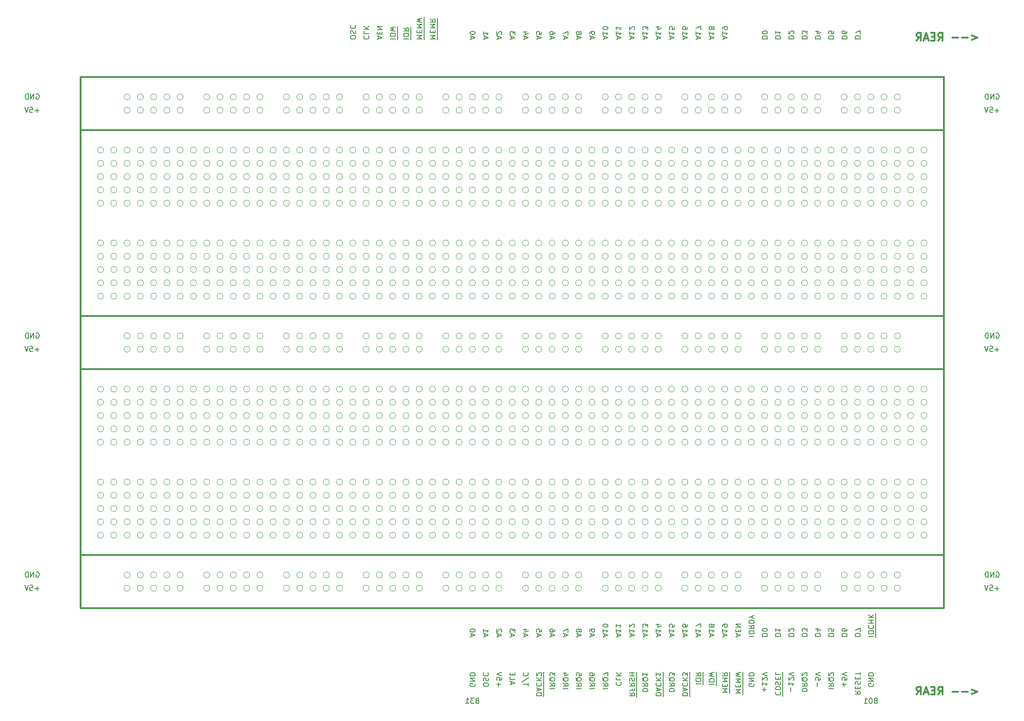
<source format=gbo>
G04 #@! TF.GenerationSoftware,KiCad,Pcbnew,(5.1.4)-1*
G04 #@! TF.CreationDate,2023-01-29T13:09:45+10:30*
G04 #@! TF.ProjectId,ISA_Bread_Board_v1-1,4953415f-4272-4656-9164-5f426f617264,1*
G04 #@! TF.SameCoordinates,Original*
G04 #@! TF.FileFunction,Legend,Bot*
G04 #@! TF.FilePolarity,Positive*
%FSLAX46Y46*%
G04 Gerber Fmt 4.6, Leading zero omitted, Abs format (unit mm)*
G04 Created by KiCad (PCBNEW (5.1.4)-1) date 2023-01-29 13:09:45*
%MOMM*%
%LPD*%
G04 APERTURE LIST*
%ADD10C,0.120000*%
%ADD11C,0.150000*%
%ADD12C,0.300000*%
G04 APERTURE END LIST*
D10*
X144745000Y-176530000D02*
G75*
G03X144745000Y-176530000I-600000J0D01*
G01*
X147285000Y-176530000D02*
G75*
G03X147285000Y-176530000I-600000J0D01*
G01*
X149825000Y-176530000D02*
G75*
G03X149825000Y-176530000I-600000J0D01*
G01*
X152365000Y-176530000D02*
G75*
G03X152365000Y-176530000I-600000J0D01*
G01*
X144745000Y-173990000D02*
G75*
G03X144745000Y-173990000I-600000J0D01*
G01*
X147285000Y-173990000D02*
G75*
G03X147285000Y-173990000I-600000J0D01*
G01*
X149825000Y-173990000D02*
G75*
G03X149825000Y-173990000I-600000J0D01*
G01*
X152365000Y-173990000D02*
G75*
G03X152365000Y-173990000I-600000J0D01*
G01*
X157445000Y-176530000D02*
G75*
G03X157445000Y-176530000I-600000J0D01*
G01*
X159985000Y-176530000D02*
G75*
G03X159985000Y-176530000I-600000J0D01*
G01*
X162525000Y-176530000D02*
G75*
G03X162525000Y-176530000I-600000J0D01*
G01*
X157445000Y-173990000D02*
G75*
G03X157445000Y-173990000I-600000J0D01*
G01*
X159985000Y-173990000D02*
G75*
G03X159985000Y-173990000I-600000J0D01*
G01*
X162525000Y-173990000D02*
G75*
G03X162525000Y-173990000I-600000J0D01*
G01*
X165065000Y-176530000D02*
G75*
G03X165065000Y-176530000I-600000J0D01*
G01*
X167605000Y-176530000D02*
G75*
G03X167605000Y-176530000I-600000J0D01*
G01*
X172685000Y-176530000D02*
G75*
G03X172685000Y-176530000I-600000J0D01*
G01*
X165065000Y-173990000D02*
G75*
G03X165065000Y-173990000I-600000J0D01*
G01*
X167605000Y-173990000D02*
G75*
G03X167605000Y-173990000I-600000J0D01*
G01*
X172685000Y-173990000D02*
G75*
G03X172685000Y-173990000I-600000J0D01*
G01*
X175225000Y-176530000D02*
G75*
G03X175225000Y-176530000I-600000J0D01*
G01*
X177765000Y-176530000D02*
G75*
G03X177765000Y-176530000I-600000J0D01*
G01*
X180305000Y-176530000D02*
G75*
G03X180305000Y-176530000I-600000J0D01*
G01*
X182845000Y-176530000D02*
G75*
G03X182845000Y-176530000I-600000J0D01*
G01*
X175225000Y-173990000D02*
G75*
G03X175225000Y-173990000I-600000J0D01*
G01*
X177765000Y-173990000D02*
G75*
G03X177765000Y-173990000I-600000J0D01*
G01*
X180305000Y-173990000D02*
G75*
G03X180305000Y-173990000I-600000J0D01*
G01*
X182845000Y-173990000D02*
G75*
G03X182845000Y-173990000I-600000J0D01*
G01*
X187925000Y-176530000D02*
G75*
G03X187925000Y-176530000I-600000J0D01*
G01*
X190465000Y-176530000D02*
G75*
G03X190465000Y-176530000I-600000J0D01*
G01*
X193005000Y-176530000D02*
G75*
G03X193005000Y-176530000I-600000J0D01*
G01*
X187925000Y-173990000D02*
G75*
G03X187925000Y-173990000I-600000J0D01*
G01*
X190465000Y-173990000D02*
G75*
G03X190465000Y-173990000I-600000J0D01*
G01*
X193005000Y-173990000D02*
G75*
G03X193005000Y-173990000I-600000J0D01*
G01*
X195545000Y-176530000D02*
G75*
G03X195545000Y-176530000I-600000J0D01*
G01*
X198085000Y-176530000D02*
G75*
G03X198085000Y-176530000I-600000J0D01*
G01*
X203165000Y-176530000D02*
G75*
G03X203165000Y-176530000I-600000J0D01*
G01*
X195545000Y-173990000D02*
G75*
G03X195545000Y-173990000I-600000J0D01*
G01*
X198085000Y-173990000D02*
G75*
G03X198085000Y-173990000I-600000J0D01*
G01*
X203165000Y-173990000D02*
G75*
G03X203165000Y-173990000I-600000J0D01*
G01*
X205705000Y-176530000D02*
G75*
G03X205705000Y-176530000I-600000J0D01*
G01*
X208245000Y-176530000D02*
G75*
G03X208245000Y-176530000I-600000J0D01*
G01*
X210785000Y-176530000D02*
G75*
G03X210785000Y-176530000I-600000J0D01*
G01*
X213325000Y-176530000D02*
G75*
G03X213325000Y-176530000I-600000J0D01*
G01*
X205705000Y-173990000D02*
G75*
G03X205705000Y-173990000I-600000J0D01*
G01*
X208245000Y-173990000D02*
G75*
G03X208245000Y-173990000I-600000J0D01*
G01*
X210785000Y-173990000D02*
G75*
G03X210785000Y-173990000I-600000J0D01*
G01*
X213325000Y-173990000D02*
G75*
G03X213325000Y-173990000I-600000J0D01*
G01*
X218405000Y-176530000D02*
G75*
G03X218405000Y-176530000I-600000J0D01*
G01*
X220945000Y-176530000D02*
G75*
G03X220945000Y-176530000I-600000J0D01*
G01*
X223485000Y-176530000D02*
G75*
G03X223485000Y-176530000I-600000J0D01*
G01*
X226025000Y-176530000D02*
G75*
G03X226025000Y-176530000I-600000J0D01*
G01*
X223485000Y-173990000D02*
G75*
G03X223485000Y-173990000I-600000J0D01*
G01*
X220945000Y-173990000D02*
G75*
G03X220945000Y-173990000I-600000J0D01*
G01*
X218405000Y-173990000D02*
G75*
G03X218405000Y-173990000I-600000J0D01*
G01*
X142205000Y-176530000D02*
G75*
G03X142205000Y-176530000I-600000J0D01*
G01*
X142205000Y-173990000D02*
G75*
G03X142205000Y-173990000I-600000J0D01*
G01*
X274285000Y-176530000D02*
G75*
G03X274285000Y-176530000I-600000J0D01*
G01*
X266665000Y-173990000D02*
G75*
G03X266665000Y-173990000I-600000J0D01*
G01*
X269205000Y-173990000D02*
G75*
G03X269205000Y-173990000I-600000J0D01*
G01*
X271745000Y-173990000D02*
G75*
G03X271745000Y-173990000I-600000J0D01*
G01*
X274285000Y-173990000D02*
G75*
G03X274285000Y-173990000I-600000J0D01*
G01*
X279365000Y-176530000D02*
G75*
G03X279365000Y-176530000I-600000J0D01*
G01*
X281905000Y-176530000D02*
G75*
G03X281905000Y-176530000I-600000J0D01*
G01*
X233645000Y-176530000D02*
G75*
G03X233645000Y-176530000I-600000J0D01*
G01*
X226025000Y-173990000D02*
G75*
G03X226025000Y-173990000I-600000J0D01*
G01*
X228565000Y-173990000D02*
G75*
G03X228565000Y-173990000I-600000J0D01*
G01*
X228565000Y-176530000D02*
G75*
G03X228565000Y-176530000I-600000J0D01*
G01*
X286985000Y-173990000D02*
G75*
G03X286985000Y-173990000I-600000J0D01*
G01*
X289525000Y-173990000D02*
G75*
G03X289525000Y-173990000I-600000J0D01*
G01*
X248885000Y-173990000D02*
G75*
G03X248885000Y-173990000I-600000J0D01*
G01*
X251425000Y-173990000D02*
G75*
G03X251425000Y-173990000I-600000J0D01*
G01*
X253965000Y-173990000D02*
G75*
G03X253965000Y-173990000I-600000J0D01*
G01*
X256505000Y-176530000D02*
G75*
G03X256505000Y-176530000I-600000J0D01*
G01*
X259045000Y-176530000D02*
G75*
G03X259045000Y-176530000I-600000J0D01*
G01*
X284445000Y-176530000D02*
G75*
G03X284445000Y-176530000I-600000J0D01*
G01*
X279365000Y-173990000D02*
G75*
G03X279365000Y-173990000I-600000J0D01*
G01*
X281905000Y-173990000D02*
G75*
G03X281905000Y-173990000I-600000J0D01*
G01*
X284445000Y-173990000D02*
G75*
G03X284445000Y-173990000I-600000J0D01*
G01*
X286985000Y-176530000D02*
G75*
G03X286985000Y-176530000I-600000J0D01*
G01*
X289525000Y-176530000D02*
G75*
G03X289525000Y-176530000I-600000J0D01*
G01*
X264125000Y-176530000D02*
G75*
G03X264125000Y-176530000I-600000J0D01*
G01*
X256505000Y-173990000D02*
G75*
G03X256505000Y-173990000I-600000J0D01*
G01*
X259045000Y-173990000D02*
G75*
G03X259045000Y-173990000I-600000J0D01*
G01*
X264125000Y-173990000D02*
G75*
G03X264125000Y-173990000I-600000J0D01*
G01*
X266665000Y-176530000D02*
G75*
G03X266665000Y-176530000I-600000J0D01*
G01*
X269205000Y-176530000D02*
G75*
G03X269205000Y-176530000I-600000J0D01*
G01*
X271745000Y-176530000D02*
G75*
G03X271745000Y-176530000I-600000J0D01*
G01*
X233645000Y-173990000D02*
G75*
G03X233645000Y-173990000I-600000J0D01*
G01*
X236185000Y-176530000D02*
G75*
G03X236185000Y-176530000I-600000J0D01*
G01*
X238725000Y-176530000D02*
G75*
G03X238725000Y-176530000I-600000J0D01*
G01*
X241265000Y-176530000D02*
G75*
G03X241265000Y-176530000I-600000J0D01*
G01*
X243805000Y-176530000D02*
G75*
G03X243805000Y-176530000I-600000J0D01*
G01*
X236185000Y-173990000D02*
G75*
G03X236185000Y-173990000I-600000J0D01*
G01*
X238725000Y-173990000D02*
G75*
G03X238725000Y-173990000I-600000J0D01*
G01*
X241265000Y-173990000D02*
G75*
G03X241265000Y-173990000I-600000J0D01*
G01*
X243805000Y-173990000D02*
G75*
G03X243805000Y-173990000I-600000J0D01*
G01*
X248885000Y-176530000D02*
G75*
G03X248885000Y-176530000I-600000J0D01*
G01*
X251425000Y-176530000D02*
G75*
G03X251425000Y-176530000I-600000J0D01*
G01*
X253965000Y-176530000D02*
G75*
G03X253965000Y-176530000I-600000J0D01*
G01*
X144745000Y-130810000D02*
G75*
G03X144745000Y-130810000I-600000J0D01*
G01*
X147285000Y-130810000D02*
G75*
G03X147285000Y-130810000I-600000J0D01*
G01*
X149825000Y-130810000D02*
G75*
G03X149825000Y-130810000I-600000J0D01*
G01*
X152365000Y-130810000D02*
G75*
G03X152365000Y-130810000I-600000J0D01*
G01*
X144745000Y-128270000D02*
G75*
G03X144745000Y-128270000I-600000J0D01*
G01*
X147285000Y-128270000D02*
G75*
G03X147285000Y-128270000I-600000J0D01*
G01*
X149825000Y-128270000D02*
G75*
G03X149825000Y-128270000I-600000J0D01*
G01*
X152365000Y-128270000D02*
G75*
G03X152365000Y-128270000I-600000J0D01*
G01*
X157445000Y-130810000D02*
G75*
G03X157445000Y-130810000I-600000J0D01*
G01*
X159985000Y-130810000D02*
G75*
G03X159985000Y-130810000I-600000J0D01*
G01*
X162525000Y-130810000D02*
G75*
G03X162525000Y-130810000I-600000J0D01*
G01*
X157445000Y-128270000D02*
G75*
G03X157445000Y-128270000I-600000J0D01*
G01*
X159985000Y-128270000D02*
G75*
G03X159985000Y-128270000I-600000J0D01*
G01*
X162525000Y-128270000D02*
G75*
G03X162525000Y-128270000I-600000J0D01*
G01*
X165065000Y-130810000D02*
G75*
G03X165065000Y-130810000I-600000J0D01*
G01*
X167605000Y-130810000D02*
G75*
G03X167605000Y-130810000I-600000J0D01*
G01*
X172685000Y-130810000D02*
G75*
G03X172685000Y-130810000I-600000J0D01*
G01*
X165065000Y-128270000D02*
G75*
G03X165065000Y-128270000I-600000J0D01*
G01*
X167605000Y-128270000D02*
G75*
G03X167605000Y-128270000I-600000J0D01*
G01*
X172685000Y-128270000D02*
G75*
G03X172685000Y-128270000I-600000J0D01*
G01*
X175225000Y-130810000D02*
G75*
G03X175225000Y-130810000I-600000J0D01*
G01*
X177765000Y-130810000D02*
G75*
G03X177765000Y-130810000I-600000J0D01*
G01*
X180305000Y-130810000D02*
G75*
G03X180305000Y-130810000I-600000J0D01*
G01*
X182845000Y-130810000D02*
G75*
G03X182845000Y-130810000I-600000J0D01*
G01*
X175225000Y-128270000D02*
G75*
G03X175225000Y-128270000I-600000J0D01*
G01*
X177765000Y-128270000D02*
G75*
G03X177765000Y-128270000I-600000J0D01*
G01*
X180305000Y-128270000D02*
G75*
G03X180305000Y-128270000I-600000J0D01*
G01*
X182845000Y-128270000D02*
G75*
G03X182845000Y-128270000I-600000J0D01*
G01*
X187925000Y-130810000D02*
G75*
G03X187925000Y-130810000I-600000J0D01*
G01*
X190465000Y-130810000D02*
G75*
G03X190465000Y-130810000I-600000J0D01*
G01*
X193005000Y-130810000D02*
G75*
G03X193005000Y-130810000I-600000J0D01*
G01*
X187925000Y-128270000D02*
G75*
G03X187925000Y-128270000I-600000J0D01*
G01*
X190465000Y-128270000D02*
G75*
G03X190465000Y-128270000I-600000J0D01*
G01*
X193005000Y-128270000D02*
G75*
G03X193005000Y-128270000I-600000J0D01*
G01*
X195545000Y-130810000D02*
G75*
G03X195545000Y-130810000I-600000J0D01*
G01*
X198085000Y-130810000D02*
G75*
G03X198085000Y-130810000I-600000J0D01*
G01*
X203165000Y-130810000D02*
G75*
G03X203165000Y-130810000I-600000J0D01*
G01*
X195545000Y-128270000D02*
G75*
G03X195545000Y-128270000I-600000J0D01*
G01*
X198085000Y-128270000D02*
G75*
G03X198085000Y-128270000I-600000J0D01*
G01*
X203165000Y-128270000D02*
G75*
G03X203165000Y-128270000I-600000J0D01*
G01*
X205705000Y-130810000D02*
G75*
G03X205705000Y-130810000I-600000J0D01*
G01*
X208245000Y-130810000D02*
G75*
G03X208245000Y-130810000I-600000J0D01*
G01*
X210785000Y-130810000D02*
G75*
G03X210785000Y-130810000I-600000J0D01*
G01*
X213325000Y-130810000D02*
G75*
G03X213325000Y-130810000I-600000J0D01*
G01*
X205705000Y-128270000D02*
G75*
G03X205705000Y-128270000I-600000J0D01*
G01*
X208245000Y-128270000D02*
G75*
G03X208245000Y-128270000I-600000J0D01*
G01*
X210785000Y-128270000D02*
G75*
G03X210785000Y-128270000I-600000J0D01*
G01*
X213325000Y-128270000D02*
G75*
G03X213325000Y-128270000I-600000J0D01*
G01*
X218405000Y-130810000D02*
G75*
G03X218405000Y-130810000I-600000J0D01*
G01*
X220945000Y-130810000D02*
G75*
G03X220945000Y-130810000I-600000J0D01*
G01*
X223485000Y-130810000D02*
G75*
G03X223485000Y-130810000I-600000J0D01*
G01*
X226025000Y-130810000D02*
G75*
G03X226025000Y-130810000I-600000J0D01*
G01*
X223485000Y-128270000D02*
G75*
G03X223485000Y-128270000I-600000J0D01*
G01*
X220945000Y-128270000D02*
G75*
G03X220945000Y-128270000I-600000J0D01*
G01*
X218405000Y-128270000D02*
G75*
G03X218405000Y-128270000I-600000J0D01*
G01*
X142205000Y-130810000D02*
G75*
G03X142205000Y-130810000I-600000J0D01*
G01*
X142205000Y-128270000D02*
G75*
G03X142205000Y-128270000I-600000J0D01*
G01*
X274285000Y-130810000D02*
G75*
G03X274285000Y-130810000I-600000J0D01*
G01*
X266665000Y-128270000D02*
G75*
G03X266665000Y-128270000I-600000J0D01*
G01*
X269205000Y-128270000D02*
G75*
G03X269205000Y-128270000I-600000J0D01*
G01*
X271745000Y-128270000D02*
G75*
G03X271745000Y-128270000I-600000J0D01*
G01*
X274285000Y-128270000D02*
G75*
G03X274285000Y-128270000I-600000J0D01*
G01*
X279365000Y-130810000D02*
G75*
G03X279365000Y-130810000I-600000J0D01*
G01*
X281905000Y-130810000D02*
G75*
G03X281905000Y-130810000I-600000J0D01*
G01*
X233645000Y-130810000D02*
G75*
G03X233645000Y-130810000I-600000J0D01*
G01*
X226025000Y-128270000D02*
G75*
G03X226025000Y-128270000I-600000J0D01*
G01*
X228565000Y-128270000D02*
G75*
G03X228565000Y-128270000I-600000J0D01*
G01*
X228565000Y-130810000D02*
G75*
G03X228565000Y-130810000I-600000J0D01*
G01*
X286985000Y-128270000D02*
G75*
G03X286985000Y-128270000I-600000J0D01*
G01*
X289525000Y-128270000D02*
G75*
G03X289525000Y-128270000I-600000J0D01*
G01*
X248885000Y-128270000D02*
G75*
G03X248885000Y-128270000I-600000J0D01*
G01*
X251425000Y-128270000D02*
G75*
G03X251425000Y-128270000I-600000J0D01*
G01*
X253965000Y-128270000D02*
G75*
G03X253965000Y-128270000I-600000J0D01*
G01*
X256505000Y-130810000D02*
G75*
G03X256505000Y-130810000I-600000J0D01*
G01*
X259045000Y-130810000D02*
G75*
G03X259045000Y-130810000I-600000J0D01*
G01*
X284445000Y-130810000D02*
G75*
G03X284445000Y-130810000I-600000J0D01*
G01*
X279365000Y-128270000D02*
G75*
G03X279365000Y-128270000I-600000J0D01*
G01*
X281905000Y-128270000D02*
G75*
G03X281905000Y-128270000I-600000J0D01*
G01*
X284445000Y-128270000D02*
G75*
G03X284445000Y-128270000I-600000J0D01*
G01*
X286985000Y-130810000D02*
G75*
G03X286985000Y-130810000I-600000J0D01*
G01*
X289525000Y-130810000D02*
G75*
G03X289525000Y-130810000I-600000J0D01*
G01*
X264125000Y-130810000D02*
G75*
G03X264125000Y-130810000I-600000J0D01*
G01*
X256505000Y-128270000D02*
G75*
G03X256505000Y-128270000I-600000J0D01*
G01*
X259045000Y-128270000D02*
G75*
G03X259045000Y-128270000I-600000J0D01*
G01*
X264125000Y-128270000D02*
G75*
G03X264125000Y-128270000I-600000J0D01*
G01*
X266665000Y-130810000D02*
G75*
G03X266665000Y-130810000I-600000J0D01*
G01*
X269205000Y-130810000D02*
G75*
G03X269205000Y-130810000I-600000J0D01*
G01*
X271745000Y-130810000D02*
G75*
G03X271745000Y-130810000I-600000J0D01*
G01*
X233645000Y-128270000D02*
G75*
G03X233645000Y-128270000I-600000J0D01*
G01*
X236185000Y-130810000D02*
G75*
G03X236185000Y-130810000I-600000J0D01*
G01*
X238725000Y-130810000D02*
G75*
G03X238725000Y-130810000I-600000J0D01*
G01*
X241265000Y-130810000D02*
G75*
G03X241265000Y-130810000I-600000J0D01*
G01*
X243805000Y-130810000D02*
G75*
G03X243805000Y-130810000I-600000J0D01*
G01*
X236185000Y-128270000D02*
G75*
G03X236185000Y-128270000I-600000J0D01*
G01*
X238725000Y-128270000D02*
G75*
G03X238725000Y-128270000I-600000J0D01*
G01*
X241265000Y-128270000D02*
G75*
G03X241265000Y-128270000I-600000J0D01*
G01*
X243805000Y-128270000D02*
G75*
G03X243805000Y-128270000I-600000J0D01*
G01*
X248885000Y-130810000D02*
G75*
G03X248885000Y-130810000I-600000J0D01*
G01*
X251425000Y-130810000D02*
G75*
G03X251425000Y-130810000I-600000J0D01*
G01*
X253965000Y-130810000D02*
G75*
G03X253965000Y-130810000I-600000J0D01*
G01*
X137125000Y-156210000D02*
G75*
G03X137125000Y-156210000I-600000J0D01*
G01*
X137125000Y-158750000D02*
G75*
G03X137125000Y-158750000I-600000J0D01*
G01*
X137125000Y-161290000D02*
G75*
G03X137125000Y-161290000I-600000J0D01*
G01*
X137125000Y-163830000D02*
G75*
G03X137125000Y-163830000I-600000J0D01*
G01*
X137125000Y-166370000D02*
G75*
G03X137125000Y-166370000I-600000J0D01*
G01*
X139665000Y-166370000D02*
G75*
G03X139665000Y-166370000I-600000J0D01*
G01*
X139665000Y-163830000D02*
G75*
G03X139665000Y-163830000I-600000J0D01*
G01*
X139665000Y-161290000D02*
G75*
G03X139665000Y-161290000I-600000J0D01*
G01*
X139665000Y-158750000D02*
G75*
G03X139665000Y-158750000I-600000J0D01*
G01*
X139665000Y-156210000D02*
G75*
G03X139665000Y-156210000I-600000J0D01*
G01*
X142205000Y-156210000D02*
G75*
G03X142205000Y-156210000I-600000J0D01*
G01*
X142205000Y-158750000D02*
G75*
G03X142205000Y-158750000I-600000J0D01*
G01*
X142205000Y-161290000D02*
G75*
G03X142205000Y-161290000I-600000J0D01*
G01*
X142205000Y-163830000D02*
G75*
G03X142205000Y-163830000I-600000J0D01*
G01*
X142205000Y-166370000D02*
G75*
G03X142205000Y-166370000I-600000J0D01*
G01*
X144745000Y-156210000D02*
G75*
G03X144745000Y-156210000I-600000J0D01*
G01*
X144745000Y-158750000D02*
G75*
G03X144745000Y-158750000I-600000J0D01*
G01*
X144745000Y-161290000D02*
G75*
G03X144745000Y-161290000I-600000J0D01*
G01*
X144745000Y-163830000D02*
G75*
G03X144745000Y-163830000I-600000J0D01*
G01*
X144745000Y-166370000D02*
G75*
G03X144745000Y-166370000I-600000J0D01*
G01*
X147285000Y-166370000D02*
G75*
G03X147285000Y-166370000I-600000J0D01*
G01*
X147285000Y-163830000D02*
G75*
G03X147285000Y-163830000I-600000J0D01*
G01*
X147285000Y-161290000D02*
G75*
G03X147285000Y-161290000I-600000J0D01*
G01*
X147285000Y-158750000D02*
G75*
G03X147285000Y-158750000I-600000J0D01*
G01*
X147285000Y-156210000D02*
G75*
G03X147285000Y-156210000I-600000J0D01*
G01*
X149825000Y-156210000D02*
G75*
G03X149825000Y-156210000I-600000J0D01*
G01*
X149825000Y-158750000D02*
G75*
G03X149825000Y-158750000I-600000J0D01*
G01*
X149825000Y-161290000D02*
G75*
G03X149825000Y-161290000I-600000J0D01*
G01*
X149825000Y-163830000D02*
G75*
G03X149825000Y-163830000I-600000J0D01*
G01*
X149825000Y-166370000D02*
G75*
G03X149825000Y-166370000I-600000J0D01*
G01*
X152365000Y-166370000D02*
G75*
G03X152365000Y-166370000I-600000J0D01*
G01*
X152365000Y-163830000D02*
G75*
G03X152365000Y-163830000I-600000J0D01*
G01*
X152365000Y-161290000D02*
G75*
G03X152365000Y-161290000I-600000J0D01*
G01*
X152365000Y-158750000D02*
G75*
G03X152365000Y-158750000I-600000J0D01*
G01*
X152365000Y-156210000D02*
G75*
G03X152365000Y-156210000I-600000J0D01*
G01*
X154905000Y-156210000D02*
G75*
G03X154905000Y-156210000I-600000J0D01*
G01*
X154905000Y-158750000D02*
G75*
G03X154905000Y-158750000I-600000J0D01*
G01*
X154905000Y-161290000D02*
G75*
G03X154905000Y-161290000I-600000J0D01*
G01*
X154905000Y-163830000D02*
G75*
G03X154905000Y-163830000I-600000J0D01*
G01*
X154905000Y-166370000D02*
G75*
G03X154905000Y-166370000I-600000J0D01*
G01*
X157445000Y-156210000D02*
G75*
G03X157445000Y-156210000I-600000J0D01*
G01*
X157445000Y-158750000D02*
G75*
G03X157445000Y-158750000I-600000J0D01*
G01*
X157445000Y-161290000D02*
G75*
G03X157445000Y-161290000I-600000J0D01*
G01*
X157445000Y-163830000D02*
G75*
G03X157445000Y-163830000I-600000J0D01*
G01*
X157445000Y-166370000D02*
G75*
G03X157445000Y-166370000I-600000J0D01*
G01*
X159985000Y-166370000D02*
G75*
G03X159985000Y-166370000I-600000J0D01*
G01*
X159985000Y-163830000D02*
G75*
G03X159985000Y-163830000I-600000J0D01*
G01*
X159985000Y-161290000D02*
G75*
G03X159985000Y-161290000I-600000J0D01*
G01*
X159985000Y-158750000D02*
G75*
G03X159985000Y-158750000I-600000J0D01*
G01*
X159985000Y-156210000D02*
G75*
G03X159985000Y-156210000I-600000J0D01*
G01*
X162525000Y-156210000D02*
G75*
G03X162525000Y-156210000I-600000J0D01*
G01*
X162525000Y-158750000D02*
G75*
G03X162525000Y-158750000I-600000J0D01*
G01*
X162525000Y-161290000D02*
G75*
G03X162525000Y-161290000I-600000J0D01*
G01*
X162525000Y-163830000D02*
G75*
G03X162525000Y-163830000I-600000J0D01*
G01*
X162525000Y-166370000D02*
G75*
G03X162525000Y-166370000I-600000J0D01*
G01*
X165065000Y-166370000D02*
G75*
G03X165065000Y-166370000I-600000J0D01*
G01*
X165065000Y-163830000D02*
G75*
G03X165065000Y-163830000I-600000J0D01*
G01*
X165065000Y-161290000D02*
G75*
G03X165065000Y-161290000I-600000J0D01*
G01*
X165065000Y-158750000D02*
G75*
G03X165065000Y-158750000I-600000J0D01*
G01*
X165065000Y-156210000D02*
G75*
G03X165065000Y-156210000I-600000J0D01*
G01*
X167605000Y-156210000D02*
G75*
G03X167605000Y-156210000I-600000J0D01*
G01*
X167605000Y-158750000D02*
G75*
G03X167605000Y-158750000I-600000J0D01*
G01*
X167605000Y-161290000D02*
G75*
G03X167605000Y-161290000I-600000J0D01*
G01*
X167605000Y-163830000D02*
G75*
G03X167605000Y-163830000I-600000J0D01*
G01*
X167605000Y-166370000D02*
G75*
G03X167605000Y-166370000I-600000J0D01*
G01*
X170145000Y-156210000D02*
G75*
G03X170145000Y-156210000I-600000J0D01*
G01*
X170145000Y-158750000D02*
G75*
G03X170145000Y-158750000I-600000J0D01*
G01*
X170145000Y-161290000D02*
G75*
G03X170145000Y-161290000I-600000J0D01*
G01*
X170145000Y-163830000D02*
G75*
G03X170145000Y-163830000I-600000J0D01*
G01*
X170145000Y-166370000D02*
G75*
G03X170145000Y-166370000I-600000J0D01*
G01*
X172685000Y-166370000D02*
G75*
G03X172685000Y-166370000I-600000J0D01*
G01*
X172685000Y-163830000D02*
G75*
G03X172685000Y-163830000I-600000J0D01*
G01*
X172685000Y-161290000D02*
G75*
G03X172685000Y-161290000I-600000J0D01*
G01*
X172685000Y-158750000D02*
G75*
G03X172685000Y-158750000I-600000J0D01*
G01*
X172685000Y-156210000D02*
G75*
G03X172685000Y-156210000I-600000J0D01*
G01*
X175225000Y-156210000D02*
G75*
G03X175225000Y-156210000I-600000J0D01*
G01*
X175225000Y-158750000D02*
G75*
G03X175225000Y-158750000I-600000J0D01*
G01*
X175225000Y-161290000D02*
G75*
G03X175225000Y-161290000I-600000J0D01*
G01*
X175225000Y-163830000D02*
G75*
G03X175225000Y-163830000I-600000J0D01*
G01*
X175225000Y-166370000D02*
G75*
G03X175225000Y-166370000I-600000J0D01*
G01*
X177765000Y-166370000D02*
G75*
G03X177765000Y-166370000I-600000J0D01*
G01*
X177765000Y-163830000D02*
G75*
G03X177765000Y-163830000I-600000J0D01*
G01*
X177765000Y-161290000D02*
G75*
G03X177765000Y-161290000I-600000J0D01*
G01*
X177765000Y-158750000D02*
G75*
G03X177765000Y-158750000I-600000J0D01*
G01*
X177765000Y-156210000D02*
G75*
G03X177765000Y-156210000I-600000J0D01*
G01*
X180305000Y-156210000D02*
G75*
G03X180305000Y-156210000I-600000J0D01*
G01*
X180305000Y-158750000D02*
G75*
G03X180305000Y-158750000I-600000J0D01*
G01*
X180305000Y-161290000D02*
G75*
G03X180305000Y-161290000I-600000J0D01*
G01*
X180305000Y-163830000D02*
G75*
G03X180305000Y-163830000I-600000J0D01*
G01*
X180305000Y-166370000D02*
G75*
G03X180305000Y-166370000I-600000J0D01*
G01*
X231105000Y-156210000D02*
G75*
G03X231105000Y-156210000I-600000J0D01*
G01*
X231105000Y-158750000D02*
G75*
G03X231105000Y-158750000I-600000J0D01*
G01*
X231105000Y-161290000D02*
G75*
G03X231105000Y-161290000I-600000J0D01*
G01*
X231105000Y-163830000D02*
G75*
G03X231105000Y-163830000I-600000J0D01*
G01*
X231105000Y-166370000D02*
G75*
G03X231105000Y-166370000I-600000J0D01*
G01*
X233645000Y-156210000D02*
G75*
G03X233645000Y-156210000I-600000J0D01*
G01*
X233645000Y-158750000D02*
G75*
G03X233645000Y-158750000I-600000J0D01*
G01*
X233645000Y-161290000D02*
G75*
G03X233645000Y-161290000I-600000J0D01*
G01*
X233645000Y-163830000D02*
G75*
G03X233645000Y-163830000I-600000J0D01*
G01*
X233645000Y-166370000D02*
G75*
G03X233645000Y-166370000I-600000J0D01*
G01*
X236185000Y-166370000D02*
G75*
G03X236185000Y-166370000I-600000J0D01*
G01*
X236185000Y-163830000D02*
G75*
G03X236185000Y-163830000I-600000J0D01*
G01*
X236185000Y-161290000D02*
G75*
G03X236185000Y-161290000I-600000J0D01*
G01*
X236185000Y-158750000D02*
G75*
G03X236185000Y-158750000I-600000J0D01*
G01*
X236185000Y-156210000D02*
G75*
G03X236185000Y-156210000I-600000J0D01*
G01*
X238725000Y-156210000D02*
G75*
G03X238725000Y-156210000I-600000J0D01*
G01*
X238725000Y-158750000D02*
G75*
G03X238725000Y-158750000I-600000J0D01*
G01*
X238725000Y-161290000D02*
G75*
G03X238725000Y-161290000I-600000J0D01*
G01*
X238725000Y-163830000D02*
G75*
G03X238725000Y-163830000I-600000J0D01*
G01*
X238725000Y-166370000D02*
G75*
G03X238725000Y-166370000I-600000J0D01*
G01*
X241265000Y-166370000D02*
G75*
G03X241265000Y-166370000I-600000J0D01*
G01*
X241265000Y-163830000D02*
G75*
G03X241265000Y-163830000I-600000J0D01*
G01*
X241265000Y-161290000D02*
G75*
G03X241265000Y-161290000I-600000J0D01*
G01*
X241265000Y-158750000D02*
G75*
G03X241265000Y-158750000I-600000J0D01*
G01*
X241265000Y-156210000D02*
G75*
G03X241265000Y-156210000I-600000J0D01*
G01*
X243805000Y-156210000D02*
G75*
G03X243805000Y-156210000I-600000J0D01*
G01*
X243805000Y-158750000D02*
G75*
G03X243805000Y-158750000I-600000J0D01*
G01*
X243805000Y-161290000D02*
G75*
G03X243805000Y-161290000I-600000J0D01*
G01*
X243805000Y-163830000D02*
G75*
G03X243805000Y-163830000I-600000J0D01*
G01*
X243805000Y-166370000D02*
G75*
G03X243805000Y-166370000I-600000J0D01*
G01*
X246345000Y-156210000D02*
G75*
G03X246345000Y-156210000I-600000J0D01*
G01*
X246345000Y-158750000D02*
G75*
G03X246345000Y-158750000I-600000J0D01*
G01*
X246345000Y-161290000D02*
G75*
G03X246345000Y-161290000I-600000J0D01*
G01*
X246345000Y-163830000D02*
G75*
G03X246345000Y-163830000I-600000J0D01*
G01*
X246345000Y-166370000D02*
G75*
G03X246345000Y-166370000I-600000J0D01*
G01*
X248885000Y-166370000D02*
G75*
G03X248885000Y-166370000I-600000J0D01*
G01*
X248885000Y-163830000D02*
G75*
G03X248885000Y-163830000I-600000J0D01*
G01*
X248885000Y-161290000D02*
G75*
G03X248885000Y-161290000I-600000J0D01*
G01*
X248885000Y-158750000D02*
G75*
G03X248885000Y-158750000I-600000J0D01*
G01*
X248885000Y-156210000D02*
G75*
G03X248885000Y-156210000I-600000J0D01*
G01*
X251425000Y-156210000D02*
G75*
G03X251425000Y-156210000I-600000J0D01*
G01*
X251425000Y-158750000D02*
G75*
G03X251425000Y-158750000I-600000J0D01*
G01*
X251425000Y-161290000D02*
G75*
G03X251425000Y-161290000I-600000J0D01*
G01*
X251425000Y-163830000D02*
G75*
G03X251425000Y-163830000I-600000J0D01*
G01*
X251425000Y-166370000D02*
G75*
G03X251425000Y-166370000I-600000J0D01*
G01*
X253965000Y-166370000D02*
G75*
G03X253965000Y-166370000I-600000J0D01*
G01*
X253965000Y-163830000D02*
G75*
G03X253965000Y-163830000I-600000J0D01*
G01*
X253965000Y-161290000D02*
G75*
G03X253965000Y-161290000I-600000J0D01*
G01*
X253965000Y-158750000D02*
G75*
G03X253965000Y-158750000I-600000J0D01*
G01*
X253965000Y-156210000D02*
G75*
G03X253965000Y-156210000I-600000J0D01*
G01*
X256505000Y-156210000D02*
G75*
G03X256505000Y-156210000I-600000J0D01*
G01*
X256505000Y-158750000D02*
G75*
G03X256505000Y-158750000I-600000J0D01*
G01*
X256505000Y-161290000D02*
G75*
G03X256505000Y-161290000I-600000J0D01*
G01*
X256505000Y-163830000D02*
G75*
G03X256505000Y-163830000I-600000J0D01*
G01*
X256505000Y-166370000D02*
G75*
G03X256505000Y-166370000I-600000J0D01*
G01*
X259045000Y-156210000D02*
G75*
G03X259045000Y-156210000I-600000J0D01*
G01*
X259045000Y-158750000D02*
G75*
G03X259045000Y-158750000I-600000J0D01*
G01*
X259045000Y-161290000D02*
G75*
G03X259045000Y-161290000I-600000J0D01*
G01*
X259045000Y-163830000D02*
G75*
G03X259045000Y-163830000I-600000J0D01*
G01*
X259045000Y-166370000D02*
G75*
G03X259045000Y-166370000I-600000J0D01*
G01*
X261585000Y-166370000D02*
G75*
G03X261585000Y-166370000I-600000J0D01*
G01*
X261585000Y-163830000D02*
G75*
G03X261585000Y-163830000I-600000J0D01*
G01*
X261585000Y-161290000D02*
G75*
G03X261585000Y-161290000I-600000J0D01*
G01*
X261585000Y-158750000D02*
G75*
G03X261585000Y-158750000I-600000J0D01*
G01*
X261585000Y-156210000D02*
G75*
G03X261585000Y-156210000I-600000J0D01*
G01*
X264125000Y-156210000D02*
G75*
G03X264125000Y-156210000I-600000J0D01*
G01*
X264125000Y-158750000D02*
G75*
G03X264125000Y-158750000I-600000J0D01*
G01*
X264125000Y-161290000D02*
G75*
G03X264125000Y-161290000I-600000J0D01*
G01*
X264125000Y-163830000D02*
G75*
G03X264125000Y-163830000I-600000J0D01*
G01*
X264125000Y-166370000D02*
G75*
G03X264125000Y-166370000I-600000J0D01*
G01*
X266665000Y-166370000D02*
G75*
G03X266665000Y-166370000I-600000J0D01*
G01*
X266665000Y-163830000D02*
G75*
G03X266665000Y-163830000I-600000J0D01*
G01*
X266665000Y-161290000D02*
G75*
G03X266665000Y-161290000I-600000J0D01*
G01*
X266665000Y-158750000D02*
G75*
G03X266665000Y-158750000I-600000J0D01*
G01*
X266665000Y-156210000D02*
G75*
G03X266665000Y-156210000I-600000J0D01*
G01*
X269205000Y-156210000D02*
G75*
G03X269205000Y-156210000I-600000J0D01*
G01*
X269205000Y-158750000D02*
G75*
G03X269205000Y-158750000I-600000J0D01*
G01*
X269205000Y-161290000D02*
G75*
G03X269205000Y-161290000I-600000J0D01*
G01*
X269205000Y-163830000D02*
G75*
G03X269205000Y-163830000I-600000J0D01*
G01*
X269205000Y-166370000D02*
G75*
G03X269205000Y-166370000I-600000J0D01*
G01*
X271745000Y-156210000D02*
G75*
G03X271745000Y-156210000I-600000J0D01*
G01*
X271745000Y-158750000D02*
G75*
G03X271745000Y-158750000I-600000J0D01*
G01*
X271745000Y-161290000D02*
G75*
G03X271745000Y-161290000I-600000J0D01*
G01*
X271745000Y-163830000D02*
G75*
G03X271745000Y-163830000I-600000J0D01*
G01*
X271745000Y-166370000D02*
G75*
G03X271745000Y-166370000I-600000J0D01*
G01*
X274285000Y-166370000D02*
G75*
G03X274285000Y-166370000I-600000J0D01*
G01*
X274285000Y-163830000D02*
G75*
G03X274285000Y-163830000I-600000J0D01*
G01*
X274285000Y-161290000D02*
G75*
G03X274285000Y-161290000I-600000J0D01*
G01*
X274285000Y-158750000D02*
G75*
G03X274285000Y-158750000I-600000J0D01*
G01*
X274285000Y-156210000D02*
G75*
G03X274285000Y-156210000I-600000J0D01*
G01*
X276825000Y-156210000D02*
G75*
G03X276825000Y-156210000I-600000J0D01*
G01*
X182845000Y-156210000D02*
G75*
G03X182845000Y-156210000I-600000J0D01*
G01*
X182845000Y-158750000D02*
G75*
G03X182845000Y-158750000I-600000J0D01*
G01*
X182845000Y-161290000D02*
G75*
G03X182845000Y-161290000I-600000J0D01*
G01*
X182845000Y-163830000D02*
G75*
G03X182845000Y-163830000I-600000J0D01*
G01*
X182845000Y-166370000D02*
G75*
G03X182845000Y-166370000I-600000J0D01*
G01*
X185385000Y-166370000D02*
G75*
G03X185385000Y-166370000I-600000J0D01*
G01*
X185385000Y-163830000D02*
G75*
G03X185385000Y-163830000I-600000J0D01*
G01*
X185385000Y-161290000D02*
G75*
G03X185385000Y-161290000I-600000J0D01*
G01*
X185385000Y-158750000D02*
G75*
G03X185385000Y-158750000I-600000J0D01*
G01*
X185385000Y-156210000D02*
G75*
G03X185385000Y-156210000I-600000J0D01*
G01*
X187925000Y-156210000D02*
G75*
G03X187925000Y-156210000I-600000J0D01*
G01*
X187925000Y-158750000D02*
G75*
G03X187925000Y-158750000I-600000J0D01*
G01*
X187925000Y-161290000D02*
G75*
G03X187925000Y-161290000I-600000J0D01*
G01*
X187925000Y-163830000D02*
G75*
G03X187925000Y-163830000I-600000J0D01*
G01*
X187925000Y-166370000D02*
G75*
G03X187925000Y-166370000I-600000J0D01*
G01*
X190465000Y-166370000D02*
G75*
G03X190465000Y-166370000I-600000J0D01*
G01*
X190465000Y-163830000D02*
G75*
G03X190465000Y-163830000I-600000J0D01*
G01*
X190465000Y-161290000D02*
G75*
G03X190465000Y-161290000I-600000J0D01*
G01*
X190465000Y-158750000D02*
G75*
G03X190465000Y-158750000I-600000J0D01*
G01*
X190465000Y-156210000D02*
G75*
G03X190465000Y-156210000I-600000J0D01*
G01*
X193005000Y-156210000D02*
G75*
G03X193005000Y-156210000I-600000J0D01*
G01*
X193005000Y-158750000D02*
G75*
G03X193005000Y-158750000I-600000J0D01*
G01*
X193005000Y-161290000D02*
G75*
G03X193005000Y-161290000I-600000J0D01*
G01*
X193005000Y-163830000D02*
G75*
G03X193005000Y-163830000I-600000J0D01*
G01*
X193005000Y-166370000D02*
G75*
G03X193005000Y-166370000I-600000J0D01*
G01*
X195545000Y-156210000D02*
G75*
G03X195545000Y-156210000I-600000J0D01*
G01*
X195545000Y-158750000D02*
G75*
G03X195545000Y-158750000I-600000J0D01*
G01*
X195545000Y-161290000D02*
G75*
G03X195545000Y-161290000I-600000J0D01*
G01*
X195545000Y-163830000D02*
G75*
G03X195545000Y-163830000I-600000J0D01*
G01*
X195545000Y-166370000D02*
G75*
G03X195545000Y-166370000I-600000J0D01*
G01*
X198085000Y-166370000D02*
G75*
G03X198085000Y-166370000I-600000J0D01*
G01*
X198085000Y-163830000D02*
G75*
G03X198085000Y-163830000I-600000J0D01*
G01*
X198085000Y-161290000D02*
G75*
G03X198085000Y-161290000I-600000J0D01*
G01*
X198085000Y-158750000D02*
G75*
G03X198085000Y-158750000I-600000J0D01*
G01*
X198085000Y-156210000D02*
G75*
G03X198085000Y-156210000I-600000J0D01*
G01*
X200625000Y-156210000D02*
G75*
G03X200625000Y-156210000I-600000J0D01*
G01*
X200625000Y-158750000D02*
G75*
G03X200625000Y-158750000I-600000J0D01*
G01*
X200625000Y-161290000D02*
G75*
G03X200625000Y-161290000I-600000J0D01*
G01*
X200625000Y-163830000D02*
G75*
G03X200625000Y-163830000I-600000J0D01*
G01*
X200625000Y-166370000D02*
G75*
G03X200625000Y-166370000I-600000J0D01*
G01*
X203165000Y-166370000D02*
G75*
G03X203165000Y-166370000I-600000J0D01*
G01*
X203165000Y-163830000D02*
G75*
G03X203165000Y-163830000I-600000J0D01*
G01*
X203165000Y-161290000D02*
G75*
G03X203165000Y-161290000I-600000J0D01*
G01*
X203165000Y-158750000D02*
G75*
G03X203165000Y-158750000I-600000J0D01*
G01*
X203165000Y-156210000D02*
G75*
G03X203165000Y-156210000I-600000J0D01*
G01*
X205705000Y-156210000D02*
G75*
G03X205705000Y-156210000I-600000J0D01*
G01*
X205705000Y-158750000D02*
G75*
G03X205705000Y-158750000I-600000J0D01*
G01*
X205705000Y-161290000D02*
G75*
G03X205705000Y-161290000I-600000J0D01*
G01*
X205705000Y-163830000D02*
G75*
G03X205705000Y-163830000I-600000J0D01*
G01*
X205705000Y-166370000D02*
G75*
G03X205705000Y-166370000I-600000J0D01*
G01*
X208245000Y-156210000D02*
G75*
G03X208245000Y-156210000I-600000J0D01*
G01*
X208245000Y-158750000D02*
G75*
G03X208245000Y-158750000I-600000J0D01*
G01*
X208245000Y-161290000D02*
G75*
G03X208245000Y-161290000I-600000J0D01*
G01*
X208245000Y-163830000D02*
G75*
G03X208245000Y-163830000I-600000J0D01*
G01*
X208245000Y-166370000D02*
G75*
G03X208245000Y-166370000I-600000J0D01*
G01*
X210785000Y-166370000D02*
G75*
G03X210785000Y-166370000I-600000J0D01*
G01*
X210785000Y-163830000D02*
G75*
G03X210785000Y-163830000I-600000J0D01*
G01*
X210785000Y-161290000D02*
G75*
G03X210785000Y-161290000I-600000J0D01*
G01*
X210785000Y-158750000D02*
G75*
G03X210785000Y-158750000I-600000J0D01*
G01*
X210785000Y-156210000D02*
G75*
G03X210785000Y-156210000I-600000J0D01*
G01*
X213325000Y-156210000D02*
G75*
G03X213325000Y-156210000I-600000J0D01*
G01*
X213325000Y-158750000D02*
G75*
G03X213325000Y-158750000I-600000J0D01*
G01*
X213325000Y-161290000D02*
G75*
G03X213325000Y-161290000I-600000J0D01*
G01*
X213325000Y-163830000D02*
G75*
G03X213325000Y-163830000I-600000J0D01*
G01*
X213325000Y-166370000D02*
G75*
G03X213325000Y-166370000I-600000J0D01*
G01*
X215865000Y-166370000D02*
G75*
G03X215865000Y-166370000I-600000J0D01*
G01*
X215865000Y-163830000D02*
G75*
G03X215865000Y-163830000I-600000J0D01*
G01*
X215865000Y-161290000D02*
G75*
G03X215865000Y-161290000I-600000J0D01*
G01*
X215865000Y-158750000D02*
G75*
G03X215865000Y-158750000I-600000J0D01*
G01*
X215865000Y-156210000D02*
G75*
G03X215865000Y-156210000I-600000J0D01*
G01*
X218405000Y-156210000D02*
G75*
G03X218405000Y-156210000I-600000J0D01*
G01*
X218405000Y-158750000D02*
G75*
G03X218405000Y-158750000I-600000J0D01*
G01*
X218405000Y-161290000D02*
G75*
G03X218405000Y-161290000I-600000J0D01*
G01*
X218405000Y-163830000D02*
G75*
G03X218405000Y-163830000I-600000J0D01*
G01*
X218405000Y-166370000D02*
G75*
G03X218405000Y-166370000I-600000J0D01*
G01*
X220945000Y-156210000D02*
G75*
G03X220945000Y-156210000I-600000J0D01*
G01*
X220945000Y-158750000D02*
G75*
G03X220945000Y-158750000I-600000J0D01*
G01*
X220945000Y-161290000D02*
G75*
G03X220945000Y-161290000I-600000J0D01*
G01*
X220945000Y-163830000D02*
G75*
G03X220945000Y-163830000I-600000J0D01*
G01*
X220945000Y-166370000D02*
G75*
G03X220945000Y-166370000I-600000J0D01*
G01*
X223485000Y-166370000D02*
G75*
G03X223485000Y-166370000I-600000J0D01*
G01*
X223485000Y-163830000D02*
G75*
G03X223485000Y-163830000I-600000J0D01*
G01*
X223485000Y-161290000D02*
G75*
G03X223485000Y-161290000I-600000J0D01*
G01*
X223485000Y-158750000D02*
G75*
G03X223485000Y-158750000I-600000J0D01*
G01*
X223485000Y-156210000D02*
G75*
G03X223485000Y-156210000I-600000J0D01*
G01*
X226025000Y-156210000D02*
G75*
G03X226025000Y-156210000I-600000J0D01*
G01*
X226025000Y-158750000D02*
G75*
G03X226025000Y-158750000I-600000J0D01*
G01*
X226025000Y-161290000D02*
G75*
G03X226025000Y-161290000I-600000J0D01*
G01*
X226025000Y-163830000D02*
G75*
G03X226025000Y-163830000I-600000J0D01*
G01*
X226025000Y-166370000D02*
G75*
G03X226025000Y-166370000I-600000J0D01*
G01*
X228565000Y-166370000D02*
G75*
G03X228565000Y-166370000I-600000J0D01*
G01*
X228565000Y-163830000D02*
G75*
G03X228565000Y-163830000I-600000J0D01*
G01*
X228565000Y-161290000D02*
G75*
G03X228565000Y-161290000I-600000J0D01*
G01*
X228565000Y-158750000D02*
G75*
G03X228565000Y-158750000I-600000J0D01*
G01*
X228565000Y-156210000D02*
G75*
G03X228565000Y-156210000I-600000J0D01*
G01*
X276825000Y-158750000D02*
G75*
G03X276825000Y-158750000I-600000J0D01*
G01*
X276825000Y-161290000D02*
G75*
G03X276825000Y-161290000I-600000J0D01*
G01*
X276825000Y-163830000D02*
G75*
G03X276825000Y-163830000I-600000J0D01*
G01*
X279365000Y-166370000D02*
G75*
G03X279365000Y-166370000I-600000J0D01*
G01*
X276825000Y-166370000D02*
G75*
G03X276825000Y-166370000I-600000J0D01*
G01*
X279365000Y-163830000D02*
G75*
G03X279365000Y-163830000I-600000J0D01*
G01*
X279365000Y-161290000D02*
G75*
G03X279365000Y-161290000I-600000J0D01*
G01*
X279365000Y-158750000D02*
G75*
G03X279365000Y-158750000I-600000J0D01*
G01*
X279365000Y-156210000D02*
G75*
G03X279365000Y-156210000I-600000J0D01*
G01*
X281905000Y-156210000D02*
G75*
G03X281905000Y-156210000I-600000J0D01*
G01*
X281905000Y-161290000D02*
G75*
G03X281905000Y-161290000I-600000J0D01*
G01*
X281905000Y-158750000D02*
G75*
G03X281905000Y-158750000I-600000J0D01*
G01*
X281905000Y-166370000D02*
G75*
G03X281905000Y-166370000I-600000J0D01*
G01*
X281905000Y-163830000D02*
G75*
G03X281905000Y-163830000I-600000J0D01*
G01*
X284445000Y-156210000D02*
G75*
G03X284445000Y-156210000I-600000J0D01*
G01*
X284445000Y-158750000D02*
G75*
G03X284445000Y-158750000I-600000J0D01*
G01*
X284445000Y-161290000D02*
G75*
G03X284445000Y-161290000I-600000J0D01*
G01*
X284445000Y-163830000D02*
G75*
G03X284445000Y-163830000I-600000J0D01*
G01*
X284445000Y-166370000D02*
G75*
G03X284445000Y-166370000I-600000J0D01*
G01*
X286985000Y-166370000D02*
G75*
G03X286985000Y-166370000I-600000J0D01*
G01*
X286985000Y-163830000D02*
G75*
G03X286985000Y-163830000I-600000J0D01*
G01*
X286985000Y-161290000D02*
G75*
G03X286985000Y-161290000I-600000J0D01*
G01*
X286985000Y-158750000D02*
G75*
G03X286985000Y-158750000I-600000J0D01*
G01*
X286985000Y-156210000D02*
G75*
G03X286985000Y-156210000I-600000J0D01*
G01*
X289525000Y-156210000D02*
G75*
G03X289525000Y-156210000I-600000J0D01*
G01*
X289525000Y-158750000D02*
G75*
G03X289525000Y-158750000I-600000J0D01*
G01*
X289525000Y-161290000D02*
G75*
G03X289525000Y-161290000I-600000J0D01*
G01*
X289525000Y-163830000D02*
G75*
G03X289525000Y-163830000I-600000J0D01*
G01*
X289525000Y-166370000D02*
G75*
G03X289525000Y-166370000I-600000J0D01*
G01*
X292065000Y-166370000D02*
G75*
G03X292065000Y-166370000I-600000J0D01*
G01*
X292065000Y-163830000D02*
G75*
G03X292065000Y-163830000I-600000J0D01*
G01*
X292065000Y-161290000D02*
G75*
G03X292065000Y-161290000I-600000J0D01*
G01*
X292065000Y-158750000D02*
G75*
G03X292065000Y-158750000I-600000J0D01*
G01*
X292065000Y-156210000D02*
G75*
G03X292065000Y-156210000I-600000J0D01*
G01*
X294605000Y-156210000D02*
G75*
G03X294605000Y-156210000I-600000J0D01*
G01*
X294605000Y-158750000D02*
G75*
G03X294605000Y-158750000I-600000J0D01*
G01*
X294605000Y-161290000D02*
G75*
G03X294605000Y-161290000I-600000J0D01*
G01*
X294605000Y-163830000D02*
G75*
G03X294605000Y-163830000I-600000J0D01*
G01*
X294605000Y-166370000D02*
G75*
G03X294605000Y-166370000I-600000J0D01*
G01*
X137125000Y-138430000D02*
G75*
G03X137125000Y-138430000I-600000J0D01*
G01*
X137125000Y-140970000D02*
G75*
G03X137125000Y-140970000I-600000J0D01*
G01*
X137125000Y-143510000D02*
G75*
G03X137125000Y-143510000I-600000J0D01*
G01*
X137125000Y-146050000D02*
G75*
G03X137125000Y-146050000I-600000J0D01*
G01*
X137125000Y-148590000D02*
G75*
G03X137125000Y-148590000I-600000J0D01*
G01*
X139665000Y-148590000D02*
G75*
G03X139665000Y-148590000I-600000J0D01*
G01*
X139665000Y-146050000D02*
G75*
G03X139665000Y-146050000I-600000J0D01*
G01*
X139665000Y-143510000D02*
G75*
G03X139665000Y-143510000I-600000J0D01*
G01*
X139665000Y-140970000D02*
G75*
G03X139665000Y-140970000I-600000J0D01*
G01*
X139665000Y-138430000D02*
G75*
G03X139665000Y-138430000I-600000J0D01*
G01*
X142205000Y-138430000D02*
G75*
G03X142205000Y-138430000I-600000J0D01*
G01*
X142205000Y-140970000D02*
G75*
G03X142205000Y-140970000I-600000J0D01*
G01*
X142205000Y-143510000D02*
G75*
G03X142205000Y-143510000I-600000J0D01*
G01*
X142205000Y-146050000D02*
G75*
G03X142205000Y-146050000I-600000J0D01*
G01*
X142205000Y-148590000D02*
G75*
G03X142205000Y-148590000I-600000J0D01*
G01*
X144745000Y-138430000D02*
G75*
G03X144745000Y-138430000I-600000J0D01*
G01*
X144745000Y-140970000D02*
G75*
G03X144745000Y-140970000I-600000J0D01*
G01*
X144745000Y-143510000D02*
G75*
G03X144745000Y-143510000I-600000J0D01*
G01*
X144745000Y-146050000D02*
G75*
G03X144745000Y-146050000I-600000J0D01*
G01*
X144745000Y-148590000D02*
G75*
G03X144745000Y-148590000I-600000J0D01*
G01*
X147285000Y-148590000D02*
G75*
G03X147285000Y-148590000I-600000J0D01*
G01*
X147285000Y-146050000D02*
G75*
G03X147285000Y-146050000I-600000J0D01*
G01*
X147285000Y-143510000D02*
G75*
G03X147285000Y-143510000I-600000J0D01*
G01*
X147285000Y-140970000D02*
G75*
G03X147285000Y-140970000I-600000J0D01*
G01*
X147285000Y-138430000D02*
G75*
G03X147285000Y-138430000I-600000J0D01*
G01*
X149825000Y-138430000D02*
G75*
G03X149825000Y-138430000I-600000J0D01*
G01*
X149825000Y-140970000D02*
G75*
G03X149825000Y-140970000I-600000J0D01*
G01*
X149825000Y-143510000D02*
G75*
G03X149825000Y-143510000I-600000J0D01*
G01*
X149825000Y-146050000D02*
G75*
G03X149825000Y-146050000I-600000J0D01*
G01*
X149825000Y-148590000D02*
G75*
G03X149825000Y-148590000I-600000J0D01*
G01*
X152365000Y-148590000D02*
G75*
G03X152365000Y-148590000I-600000J0D01*
G01*
X152365000Y-146050000D02*
G75*
G03X152365000Y-146050000I-600000J0D01*
G01*
X152365000Y-143510000D02*
G75*
G03X152365000Y-143510000I-600000J0D01*
G01*
X152365000Y-140970000D02*
G75*
G03X152365000Y-140970000I-600000J0D01*
G01*
X152365000Y-138430000D02*
G75*
G03X152365000Y-138430000I-600000J0D01*
G01*
X154905000Y-138430000D02*
G75*
G03X154905000Y-138430000I-600000J0D01*
G01*
X154905000Y-140970000D02*
G75*
G03X154905000Y-140970000I-600000J0D01*
G01*
X154905000Y-143510000D02*
G75*
G03X154905000Y-143510000I-600000J0D01*
G01*
X154905000Y-146050000D02*
G75*
G03X154905000Y-146050000I-600000J0D01*
G01*
X154905000Y-148590000D02*
G75*
G03X154905000Y-148590000I-600000J0D01*
G01*
X157445000Y-138430000D02*
G75*
G03X157445000Y-138430000I-600000J0D01*
G01*
X157445000Y-140970000D02*
G75*
G03X157445000Y-140970000I-600000J0D01*
G01*
X157445000Y-143510000D02*
G75*
G03X157445000Y-143510000I-600000J0D01*
G01*
X157445000Y-146050000D02*
G75*
G03X157445000Y-146050000I-600000J0D01*
G01*
X157445000Y-148590000D02*
G75*
G03X157445000Y-148590000I-600000J0D01*
G01*
X159985000Y-148590000D02*
G75*
G03X159985000Y-148590000I-600000J0D01*
G01*
X159985000Y-146050000D02*
G75*
G03X159985000Y-146050000I-600000J0D01*
G01*
X159985000Y-143510000D02*
G75*
G03X159985000Y-143510000I-600000J0D01*
G01*
X159985000Y-140970000D02*
G75*
G03X159985000Y-140970000I-600000J0D01*
G01*
X159985000Y-138430000D02*
G75*
G03X159985000Y-138430000I-600000J0D01*
G01*
X162525000Y-138430000D02*
G75*
G03X162525000Y-138430000I-600000J0D01*
G01*
X162525000Y-140970000D02*
G75*
G03X162525000Y-140970000I-600000J0D01*
G01*
X162525000Y-143510000D02*
G75*
G03X162525000Y-143510000I-600000J0D01*
G01*
X162525000Y-146050000D02*
G75*
G03X162525000Y-146050000I-600000J0D01*
G01*
X162525000Y-148590000D02*
G75*
G03X162525000Y-148590000I-600000J0D01*
G01*
X165065000Y-148590000D02*
G75*
G03X165065000Y-148590000I-600000J0D01*
G01*
X165065000Y-146050000D02*
G75*
G03X165065000Y-146050000I-600000J0D01*
G01*
X165065000Y-143510000D02*
G75*
G03X165065000Y-143510000I-600000J0D01*
G01*
X165065000Y-140970000D02*
G75*
G03X165065000Y-140970000I-600000J0D01*
G01*
X165065000Y-138430000D02*
G75*
G03X165065000Y-138430000I-600000J0D01*
G01*
X167605000Y-138430000D02*
G75*
G03X167605000Y-138430000I-600000J0D01*
G01*
X167605000Y-140970000D02*
G75*
G03X167605000Y-140970000I-600000J0D01*
G01*
X167605000Y-143510000D02*
G75*
G03X167605000Y-143510000I-600000J0D01*
G01*
X167605000Y-146050000D02*
G75*
G03X167605000Y-146050000I-600000J0D01*
G01*
X167605000Y-148590000D02*
G75*
G03X167605000Y-148590000I-600000J0D01*
G01*
X170145000Y-138430000D02*
G75*
G03X170145000Y-138430000I-600000J0D01*
G01*
X170145000Y-140970000D02*
G75*
G03X170145000Y-140970000I-600000J0D01*
G01*
X170145000Y-143510000D02*
G75*
G03X170145000Y-143510000I-600000J0D01*
G01*
X170145000Y-146050000D02*
G75*
G03X170145000Y-146050000I-600000J0D01*
G01*
X170145000Y-148590000D02*
G75*
G03X170145000Y-148590000I-600000J0D01*
G01*
X172685000Y-148590000D02*
G75*
G03X172685000Y-148590000I-600000J0D01*
G01*
X172685000Y-146050000D02*
G75*
G03X172685000Y-146050000I-600000J0D01*
G01*
X172685000Y-143510000D02*
G75*
G03X172685000Y-143510000I-600000J0D01*
G01*
X172685000Y-140970000D02*
G75*
G03X172685000Y-140970000I-600000J0D01*
G01*
X172685000Y-138430000D02*
G75*
G03X172685000Y-138430000I-600000J0D01*
G01*
X175225000Y-138430000D02*
G75*
G03X175225000Y-138430000I-600000J0D01*
G01*
X175225000Y-140970000D02*
G75*
G03X175225000Y-140970000I-600000J0D01*
G01*
X175225000Y-143510000D02*
G75*
G03X175225000Y-143510000I-600000J0D01*
G01*
X175225000Y-146050000D02*
G75*
G03X175225000Y-146050000I-600000J0D01*
G01*
X175225000Y-148590000D02*
G75*
G03X175225000Y-148590000I-600000J0D01*
G01*
X177765000Y-148590000D02*
G75*
G03X177765000Y-148590000I-600000J0D01*
G01*
X177765000Y-146050000D02*
G75*
G03X177765000Y-146050000I-600000J0D01*
G01*
X177765000Y-143510000D02*
G75*
G03X177765000Y-143510000I-600000J0D01*
G01*
X177765000Y-140970000D02*
G75*
G03X177765000Y-140970000I-600000J0D01*
G01*
X177765000Y-138430000D02*
G75*
G03X177765000Y-138430000I-600000J0D01*
G01*
X180305000Y-138430000D02*
G75*
G03X180305000Y-138430000I-600000J0D01*
G01*
X180305000Y-140970000D02*
G75*
G03X180305000Y-140970000I-600000J0D01*
G01*
X180305000Y-143510000D02*
G75*
G03X180305000Y-143510000I-600000J0D01*
G01*
X180305000Y-146050000D02*
G75*
G03X180305000Y-146050000I-600000J0D01*
G01*
X180305000Y-148590000D02*
G75*
G03X180305000Y-148590000I-600000J0D01*
G01*
X231105000Y-138430000D02*
G75*
G03X231105000Y-138430000I-600000J0D01*
G01*
X231105000Y-140970000D02*
G75*
G03X231105000Y-140970000I-600000J0D01*
G01*
X231105000Y-143510000D02*
G75*
G03X231105000Y-143510000I-600000J0D01*
G01*
X231105000Y-146050000D02*
G75*
G03X231105000Y-146050000I-600000J0D01*
G01*
X231105000Y-148590000D02*
G75*
G03X231105000Y-148590000I-600000J0D01*
G01*
X233645000Y-138430000D02*
G75*
G03X233645000Y-138430000I-600000J0D01*
G01*
X233645000Y-140970000D02*
G75*
G03X233645000Y-140970000I-600000J0D01*
G01*
X233645000Y-143510000D02*
G75*
G03X233645000Y-143510000I-600000J0D01*
G01*
X233645000Y-146050000D02*
G75*
G03X233645000Y-146050000I-600000J0D01*
G01*
X233645000Y-148590000D02*
G75*
G03X233645000Y-148590000I-600000J0D01*
G01*
X236185000Y-148590000D02*
G75*
G03X236185000Y-148590000I-600000J0D01*
G01*
X236185000Y-146050000D02*
G75*
G03X236185000Y-146050000I-600000J0D01*
G01*
X236185000Y-143510000D02*
G75*
G03X236185000Y-143510000I-600000J0D01*
G01*
X236185000Y-140970000D02*
G75*
G03X236185000Y-140970000I-600000J0D01*
G01*
X236185000Y-138430000D02*
G75*
G03X236185000Y-138430000I-600000J0D01*
G01*
X238725000Y-138430000D02*
G75*
G03X238725000Y-138430000I-600000J0D01*
G01*
X238725000Y-140970000D02*
G75*
G03X238725000Y-140970000I-600000J0D01*
G01*
X238725000Y-143510000D02*
G75*
G03X238725000Y-143510000I-600000J0D01*
G01*
X238725000Y-146050000D02*
G75*
G03X238725000Y-146050000I-600000J0D01*
G01*
X238725000Y-148590000D02*
G75*
G03X238725000Y-148590000I-600000J0D01*
G01*
X241265000Y-148590000D02*
G75*
G03X241265000Y-148590000I-600000J0D01*
G01*
X241265000Y-146050000D02*
G75*
G03X241265000Y-146050000I-600000J0D01*
G01*
X241265000Y-143510000D02*
G75*
G03X241265000Y-143510000I-600000J0D01*
G01*
X241265000Y-140970000D02*
G75*
G03X241265000Y-140970000I-600000J0D01*
G01*
X241265000Y-138430000D02*
G75*
G03X241265000Y-138430000I-600000J0D01*
G01*
X243805000Y-138430000D02*
G75*
G03X243805000Y-138430000I-600000J0D01*
G01*
X243805000Y-140970000D02*
G75*
G03X243805000Y-140970000I-600000J0D01*
G01*
X243805000Y-143510000D02*
G75*
G03X243805000Y-143510000I-600000J0D01*
G01*
X243805000Y-146050000D02*
G75*
G03X243805000Y-146050000I-600000J0D01*
G01*
X243805000Y-148590000D02*
G75*
G03X243805000Y-148590000I-600000J0D01*
G01*
X246345000Y-138430000D02*
G75*
G03X246345000Y-138430000I-600000J0D01*
G01*
X246345000Y-140970000D02*
G75*
G03X246345000Y-140970000I-600000J0D01*
G01*
X246345000Y-143510000D02*
G75*
G03X246345000Y-143510000I-600000J0D01*
G01*
X246345000Y-146050000D02*
G75*
G03X246345000Y-146050000I-600000J0D01*
G01*
X246345000Y-148590000D02*
G75*
G03X246345000Y-148590000I-600000J0D01*
G01*
X248885000Y-148590000D02*
G75*
G03X248885000Y-148590000I-600000J0D01*
G01*
X248885000Y-146050000D02*
G75*
G03X248885000Y-146050000I-600000J0D01*
G01*
X248885000Y-143510000D02*
G75*
G03X248885000Y-143510000I-600000J0D01*
G01*
X248885000Y-140970000D02*
G75*
G03X248885000Y-140970000I-600000J0D01*
G01*
X248885000Y-138430000D02*
G75*
G03X248885000Y-138430000I-600000J0D01*
G01*
X251425000Y-138430000D02*
G75*
G03X251425000Y-138430000I-600000J0D01*
G01*
X251425000Y-140970000D02*
G75*
G03X251425000Y-140970000I-600000J0D01*
G01*
X251425000Y-143510000D02*
G75*
G03X251425000Y-143510000I-600000J0D01*
G01*
X251425000Y-146050000D02*
G75*
G03X251425000Y-146050000I-600000J0D01*
G01*
X251425000Y-148590000D02*
G75*
G03X251425000Y-148590000I-600000J0D01*
G01*
X253965000Y-148590000D02*
G75*
G03X253965000Y-148590000I-600000J0D01*
G01*
X253965000Y-146050000D02*
G75*
G03X253965000Y-146050000I-600000J0D01*
G01*
X253965000Y-143510000D02*
G75*
G03X253965000Y-143510000I-600000J0D01*
G01*
X253965000Y-140970000D02*
G75*
G03X253965000Y-140970000I-600000J0D01*
G01*
X253965000Y-138430000D02*
G75*
G03X253965000Y-138430000I-600000J0D01*
G01*
X256505000Y-138430000D02*
G75*
G03X256505000Y-138430000I-600000J0D01*
G01*
X256505000Y-140970000D02*
G75*
G03X256505000Y-140970000I-600000J0D01*
G01*
X256505000Y-143510000D02*
G75*
G03X256505000Y-143510000I-600000J0D01*
G01*
X256505000Y-146050000D02*
G75*
G03X256505000Y-146050000I-600000J0D01*
G01*
X256505000Y-148590000D02*
G75*
G03X256505000Y-148590000I-600000J0D01*
G01*
X259045000Y-138430000D02*
G75*
G03X259045000Y-138430000I-600000J0D01*
G01*
X259045000Y-140970000D02*
G75*
G03X259045000Y-140970000I-600000J0D01*
G01*
X259045000Y-143510000D02*
G75*
G03X259045000Y-143510000I-600000J0D01*
G01*
X259045000Y-146050000D02*
G75*
G03X259045000Y-146050000I-600000J0D01*
G01*
X259045000Y-148590000D02*
G75*
G03X259045000Y-148590000I-600000J0D01*
G01*
X261585000Y-148590000D02*
G75*
G03X261585000Y-148590000I-600000J0D01*
G01*
X261585000Y-146050000D02*
G75*
G03X261585000Y-146050000I-600000J0D01*
G01*
X261585000Y-143510000D02*
G75*
G03X261585000Y-143510000I-600000J0D01*
G01*
X261585000Y-140970000D02*
G75*
G03X261585000Y-140970000I-600000J0D01*
G01*
X261585000Y-138430000D02*
G75*
G03X261585000Y-138430000I-600000J0D01*
G01*
X264125000Y-138430000D02*
G75*
G03X264125000Y-138430000I-600000J0D01*
G01*
X264125000Y-140970000D02*
G75*
G03X264125000Y-140970000I-600000J0D01*
G01*
X264125000Y-143510000D02*
G75*
G03X264125000Y-143510000I-600000J0D01*
G01*
X264125000Y-146050000D02*
G75*
G03X264125000Y-146050000I-600000J0D01*
G01*
X264125000Y-148590000D02*
G75*
G03X264125000Y-148590000I-600000J0D01*
G01*
X266665000Y-148590000D02*
G75*
G03X266665000Y-148590000I-600000J0D01*
G01*
X266665000Y-146050000D02*
G75*
G03X266665000Y-146050000I-600000J0D01*
G01*
X266665000Y-143510000D02*
G75*
G03X266665000Y-143510000I-600000J0D01*
G01*
X266665000Y-140970000D02*
G75*
G03X266665000Y-140970000I-600000J0D01*
G01*
X266665000Y-138430000D02*
G75*
G03X266665000Y-138430000I-600000J0D01*
G01*
X269205000Y-138430000D02*
G75*
G03X269205000Y-138430000I-600000J0D01*
G01*
X269205000Y-140970000D02*
G75*
G03X269205000Y-140970000I-600000J0D01*
G01*
X269205000Y-143510000D02*
G75*
G03X269205000Y-143510000I-600000J0D01*
G01*
X269205000Y-146050000D02*
G75*
G03X269205000Y-146050000I-600000J0D01*
G01*
X269205000Y-148590000D02*
G75*
G03X269205000Y-148590000I-600000J0D01*
G01*
X271745000Y-138430000D02*
G75*
G03X271745000Y-138430000I-600000J0D01*
G01*
X271745000Y-140970000D02*
G75*
G03X271745000Y-140970000I-600000J0D01*
G01*
X271745000Y-143510000D02*
G75*
G03X271745000Y-143510000I-600000J0D01*
G01*
X271745000Y-146050000D02*
G75*
G03X271745000Y-146050000I-600000J0D01*
G01*
X271745000Y-148590000D02*
G75*
G03X271745000Y-148590000I-600000J0D01*
G01*
X274285000Y-148590000D02*
G75*
G03X274285000Y-148590000I-600000J0D01*
G01*
X274285000Y-146050000D02*
G75*
G03X274285000Y-146050000I-600000J0D01*
G01*
X274285000Y-143510000D02*
G75*
G03X274285000Y-143510000I-600000J0D01*
G01*
X274285000Y-140970000D02*
G75*
G03X274285000Y-140970000I-600000J0D01*
G01*
X274285000Y-138430000D02*
G75*
G03X274285000Y-138430000I-600000J0D01*
G01*
X276825000Y-138430000D02*
G75*
G03X276825000Y-138430000I-600000J0D01*
G01*
X182845000Y-138430000D02*
G75*
G03X182845000Y-138430000I-600000J0D01*
G01*
X182845000Y-140970000D02*
G75*
G03X182845000Y-140970000I-600000J0D01*
G01*
X182845000Y-143510000D02*
G75*
G03X182845000Y-143510000I-600000J0D01*
G01*
X182845000Y-146050000D02*
G75*
G03X182845000Y-146050000I-600000J0D01*
G01*
X182845000Y-148590000D02*
G75*
G03X182845000Y-148590000I-600000J0D01*
G01*
X185385000Y-148590000D02*
G75*
G03X185385000Y-148590000I-600000J0D01*
G01*
X185385000Y-146050000D02*
G75*
G03X185385000Y-146050000I-600000J0D01*
G01*
X185385000Y-143510000D02*
G75*
G03X185385000Y-143510000I-600000J0D01*
G01*
X185385000Y-140970000D02*
G75*
G03X185385000Y-140970000I-600000J0D01*
G01*
X185385000Y-138430000D02*
G75*
G03X185385000Y-138430000I-600000J0D01*
G01*
X187925000Y-138430000D02*
G75*
G03X187925000Y-138430000I-600000J0D01*
G01*
X187925000Y-140970000D02*
G75*
G03X187925000Y-140970000I-600000J0D01*
G01*
X187925000Y-143510000D02*
G75*
G03X187925000Y-143510000I-600000J0D01*
G01*
X187925000Y-146050000D02*
G75*
G03X187925000Y-146050000I-600000J0D01*
G01*
X187925000Y-148590000D02*
G75*
G03X187925000Y-148590000I-600000J0D01*
G01*
X190465000Y-148590000D02*
G75*
G03X190465000Y-148590000I-600000J0D01*
G01*
X190465000Y-146050000D02*
G75*
G03X190465000Y-146050000I-600000J0D01*
G01*
X190465000Y-143510000D02*
G75*
G03X190465000Y-143510000I-600000J0D01*
G01*
X190465000Y-140970000D02*
G75*
G03X190465000Y-140970000I-600000J0D01*
G01*
X190465000Y-138430000D02*
G75*
G03X190465000Y-138430000I-600000J0D01*
G01*
X193005000Y-138430000D02*
G75*
G03X193005000Y-138430000I-600000J0D01*
G01*
X193005000Y-140970000D02*
G75*
G03X193005000Y-140970000I-600000J0D01*
G01*
X193005000Y-143510000D02*
G75*
G03X193005000Y-143510000I-600000J0D01*
G01*
X193005000Y-146050000D02*
G75*
G03X193005000Y-146050000I-600000J0D01*
G01*
X193005000Y-148590000D02*
G75*
G03X193005000Y-148590000I-600000J0D01*
G01*
X195545000Y-138430000D02*
G75*
G03X195545000Y-138430000I-600000J0D01*
G01*
X195545000Y-140970000D02*
G75*
G03X195545000Y-140970000I-600000J0D01*
G01*
X195545000Y-143510000D02*
G75*
G03X195545000Y-143510000I-600000J0D01*
G01*
X195545000Y-146050000D02*
G75*
G03X195545000Y-146050000I-600000J0D01*
G01*
X195545000Y-148590000D02*
G75*
G03X195545000Y-148590000I-600000J0D01*
G01*
X198085000Y-148590000D02*
G75*
G03X198085000Y-148590000I-600000J0D01*
G01*
X198085000Y-146050000D02*
G75*
G03X198085000Y-146050000I-600000J0D01*
G01*
X198085000Y-143510000D02*
G75*
G03X198085000Y-143510000I-600000J0D01*
G01*
X198085000Y-140970000D02*
G75*
G03X198085000Y-140970000I-600000J0D01*
G01*
X198085000Y-138430000D02*
G75*
G03X198085000Y-138430000I-600000J0D01*
G01*
X200625000Y-138430000D02*
G75*
G03X200625000Y-138430000I-600000J0D01*
G01*
X200625000Y-140970000D02*
G75*
G03X200625000Y-140970000I-600000J0D01*
G01*
X200625000Y-143510000D02*
G75*
G03X200625000Y-143510000I-600000J0D01*
G01*
X200625000Y-146050000D02*
G75*
G03X200625000Y-146050000I-600000J0D01*
G01*
X200625000Y-148590000D02*
G75*
G03X200625000Y-148590000I-600000J0D01*
G01*
X203165000Y-148590000D02*
G75*
G03X203165000Y-148590000I-600000J0D01*
G01*
X203165000Y-146050000D02*
G75*
G03X203165000Y-146050000I-600000J0D01*
G01*
X203165000Y-143510000D02*
G75*
G03X203165000Y-143510000I-600000J0D01*
G01*
X203165000Y-140970000D02*
G75*
G03X203165000Y-140970000I-600000J0D01*
G01*
X203165000Y-138430000D02*
G75*
G03X203165000Y-138430000I-600000J0D01*
G01*
X205705000Y-138430000D02*
G75*
G03X205705000Y-138430000I-600000J0D01*
G01*
X205705000Y-140970000D02*
G75*
G03X205705000Y-140970000I-600000J0D01*
G01*
X205705000Y-143510000D02*
G75*
G03X205705000Y-143510000I-600000J0D01*
G01*
X205705000Y-146050000D02*
G75*
G03X205705000Y-146050000I-600000J0D01*
G01*
X205705000Y-148590000D02*
G75*
G03X205705000Y-148590000I-600000J0D01*
G01*
X208245000Y-138430000D02*
G75*
G03X208245000Y-138430000I-600000J0D01*
G01*
X208245000Y-140970000D02*
G75*
G03X208245000Y-140970000I-600000J0D01*
G01*
X208245000Y-143510000D02*
G75*
G03X208245000Y-143510000I-600000J0D01*
G01*
X208245000Y-146050000D02*
G75*
G03X208245000Y-146050000I-600000J0D01*
G01*
X208245000Y-148590000D02*
G75*
G03X208245000Y-148590000I-600000J0D01*
G01*
X210785000Y-148590000D02*
G75*
G03X210785000Y-148590000I-600000J0D01*
G01*
X210785000Y-146050000D02*
G75*
G03X210785000Y-146050000I-600000J0D01*
G01*
X210785000Y-143510000D02*
G75*
G03X210785000Y-143510000I-600000J0D01*
G01*
X210785000Y-140970000D02*
G75*
G03X210785000Y-140970000I-600000J0D01*
G01*
X210785000Y-138430000D02*
G75*
G03X210785000Y-138430000I-600000J0D01*
G01*
X213325000Y-138430000D02*
G75*
G03X213325000Y-138430000I-600000J0D01*
G01*
X213325000Y-140970000D02*
G75*
G03X213325000Y-140970000I-600000J0D01*
G01*
X213325000Y-143510000D02*
G75*
G03X213325000Y-143510000I-600000J0D01*
G01*
X213325000Y-146050000D02*
G75*
G03X213325000Y-146050000I-600000J0D01*
G01*
X213325000Y-148590000D02*
G75*
G03X213325000Y-148590000I-600000J0D01*
G01*
X215865000Y-148590000D02*
G75*
G03X215865000Y-148590000I-600000J0D01*
G01*
X215865000Y-146050000D02*
G75*
G03X215865000Y-146050000I-600000J0D01*
G01*
X215865000Y-143510000D02*
G75*
G03X215865000Y-143510000I-600000J0D01*
G01*
X215865000Y-140970000D02*
G75*
G03X215865000Y-140970000I-600000J0D01*
G01*
X215865000Y-138430000D02*
G75*
G03X215865000Y-138430000I-600000J0D01*
G01*
X218405000Y-138430000D02*
G75*
G03X218405000Y-138430000I-600000J0D01*
G01*
X218405000Y-140970000D02*
G75*
G03X218405000Y-140970000I-600000J0D01*
G01*
X218405000Y-143510000D02*
G75*
G03X218405000Y-143510000I-600000J0D01*
G01*
X218405000Y-146050000D02*
G75*
G03X218405000Y-146050000I-600000J0D01*
G01*
X218405000Y-148590000D02*
G75*
G03X218405000Y-148590000I-600000J0D01*
G01*
X220945000Y-138430000D02*
G75*
G03X220945000Y-138430000I-600000J0D01*
G01*
X220945000Y-140970000D02*
G75*
G03X220945000Y-140970000I-600000J0D01*
G01*
X220945000Y-143510000D02*
G75*
G03X220945000Y-143510000I-600000J0D01*
G01*
X220945000Y-146050000D02*
G75*
G03X220945000Y-146050000I-600000J0D01*
G01*
X220945000Y-148590000D02*
G75*
G03X220945000Y-148590000I-600000J0D01*
G01*
X223485000Y-148590000D02*
G75*
G03X223485000Y-148590000I-600000J0D01*
G01*
X223485000Y-146050000D02*
G75*
G03X223485000Y-146050000I-600000J0D01*
G01*
X223485000Y-143510000D02*
G75*
G03X223485000Y-143510000I-600000J0D01*
G01*
X223485000Y-140970000D02*
G75*
G03X223485000Y-140970000I-600000J0D01*
G01*
X223485000Y-138430000D02*
G75*
G03X223485000Y-138430000I-600000J0D01*
G01*
X226025000Y-138430000D02*
G75*
G03X226025000Y-138430000I-600000J0D01*
G01*
X226025000Y-140970000D02*
G75*
G03X226025000Y-140970000I-600000J0D01*
G01*
X226025000Y-143510000D02*
G75*
G03X226025000Y-143510000I-600000J0D01*
G01*
X226025000Y-146050000D02*
G75*
G03X226025000Y-146050000I-600000J0D01*
G01*
X226025000Y-148590000D02*
G75*
G03X226025000Y-148590000I-600000J0D01*
G01*
X228565000Y-148590000D02*
G75*
G03X228565000Y-148590000I-600000J0D01*
G01*
X228565000Y-146050000D02*
G75*
G03X228565000Y-146050000I-600000J0D01*
G01*
X228565000Y-143510000D02*
G75*
G03X228565000Y-143510000I-600000J0D01*
G01*
X228565000Y-140970000D02*
G75*
G03X228565000Y-140970000I-600000J0D01*
G01*
X228565000Y-138430000D02*
G75*
G03X228565000Y-138430000I-600000J0D01*
G01*
X276825000Y-140970000D02*
G75*
G03X276825000Y-140970000I-600000J0D01*
G01*
X276825000Y-143510000D02*
G75*
G03X276825000Y-143510000I-600000J0D01*
G01*
X276825000Y-146050000D02*
G75*
G03X276825000Y-146050000I-600000J0D01*
G01*
X279365000Y-148590000D02*
G75*
G03X279365000Y-148590000I-600000J0D01*
G01*
X276825000Y-148590000D02*
G75*
G03X276825000Y-148590000I-600000J0D01*
G01*
X279365000Y-146050000D02*
G75*
G03X279365000Y-146050000I-600000J0D01*
G01*
X279365000Y-143510000D02*
G75*
G03X279365000Y-143510000I-600000J0D01*
G01*
X279365000Y-140970000D02*
G75*
G03X279365000Y-140970000I-600000J0D01*
G01*
X279365000Y-138430000D02*
G75*
G03X279365000Y-138430000I-600000J0D01*
G01*
X281905000Y-138430000D02*
G75*
G03X281905000Y-138430000I-600000J0D01*
G01*
X281905000Y-143510000D02*
G75*
G03X281905000Y-143510000I-600000J0D01*
G01*
X281905000Y-140970000D02*
G75*
G03X281905000Y-140970000I-600000J0D01*
G01*
X281905000Y-148590000D02*
G75*
G03X281905000Y-148590000I-600000J0D01*
G01*
X281905000Y-146050000D02*
G75*
G03X281905000Y-146050000I-600000J0D01*
G01*
X284445000Y-138430000D02*
G75*
G03X284445000Y-138430000I-600000J0D01*
G01*
X284445000Y-140970000D02*
G75*
G03X284445000Y-140970000I-600000J0D01*
G01*
X284445000Y-143510000D02*
G75*
G03X284445000Y-143510000I-600000J0D01*
G01*
X284445000Y-146050000D02*
G75*
G03X284445000Y-146050000I-600000J0D01*
G01*
X284445000Y-148590000D02*
G75*
G03X284445000Y-148590000I-600000J0D01*
G01*
X286985000Y-148590000D02*
G75*
G03X286985000Y-148590000I-600000J0D01*
G01*
X286985000Y-146050000D02*
G75*
G03X286985000Y-146050000I-600000J0D01*
G01*
X286985000Y-143510000D02*
G75*
G03X286985000Y-143510000I-600000J0D01*
G01*
X286985000Y-140970000D02*
G75*
G03X286985000Y-140970000I-600000J0D01*
G01*
X286985000Y-138430000D02*
G75*
G03X286985000Y-138430000I-600000J0D01*
G01*
X289525000Y-138430000D02*
G75*
G03X289525000Y-138430000I-600000J0D01*
G01*
X289525000Y-140970000D02*
G75*
G03X289525000Y-140970000I-600000J0D01*
G01*
X289525000Y-143510000D02*
G75*
G03X289525000Y-143510000I-600000J0D01*
G01*
X289525000Y-146050000D02*
G75*
G03X289525000Y-146050000I-600000J0D01*
G01*
X289525000Y-148590000D02*
G75*
G03X289525000Y-148590000I-600000J0D01*
G01*
X292065000Y-148590000D02*
G75*
G03X292065000Y-148590000I-600000J0D01*
G01*
X292065000Y-146050000D02*
G75*
G03X292065000Y-146050000I-600000J0D01*
G01*
X292065000Y-143510000D02*
G75*
G03X292065000Y-143510000I-600000J0D01*
G01*
X292065000Y-140970000D02*
G75*
G03X292065000Y-140970000I-600000J0D01*
G01*
X292065000Y-138430000D02*
G75*
G03X292065000Y-138430000I-600000J0D01*
G01*
X294605000Y-138430000D02*
G75*
G03X294605000Y-138430000I-600000J0D01*
G01*
X294605000Y-140970000D02*
G75*
G03X294605000Y-140970000I-600000J0D01*
G01*
X294605000Y-143510000D02*
G75*
G03X294605000Y-143510000I-600000J0D01*
G01*
X294605000Y-146050000D02*
G75*
G03X294605000Y-146050000I-600000J0D01*
G01*
X294605000Y-148590000D02*
G75*
G03X294605000Y-148590000I-600000J0D01*
G01*
X137125000Y-110490000D02*
G75*
G03X137125000Y-110490000I-600000J0D01*
G01*
X137125000Y-113030000D02*
G75*
G03X137125000Y-113030000I-600000J0D01*
G01*
X137125000Y-115570000D02*
G75*
G03X137125000Y-115570000I-600000J0D01*
G01*
X137125000Y-118110000D02*
G75*
G03X137125000Y-118110000I-600000J0D01*
G01*
X137125000Y-120650000D02*
G75*
G03X137125000Y-120650000I-600000J0D01*
G01*
X139665000Y-120650000D02*
G75*
G03X139665000Y-120650000I-600000J0D01*
G01*
X139665000Y-118110000D02*
G75*
G03X139665000Y-118110000I-600000J0D01*
G01*
X139665000Y-115570000D02*
G75*
G03X139665000Y-115570000I-600000J0D01*
G01*
X139665000Y-113030000D02*
G75*
G03X139665000Y-113030000I-600000J0D01*
G01*
X139665000Y-110490000D02*
G75*
G03X139665000Y-110490000I-600000J0D01*
G01*
X142205000Y-110490000D02*
G75*
G03X142205000Y-110490000I-600000J0D01*
G01*
X142205000Y-113030000D02*
G75*
G03X142205000Y-113030000I-600000J0D01*
G01*
X142205000Y-115570000D02*
G75*
G03X142205000Y-115570000I-600000J0D01*
G01*
X142205000Y-118110000D02*
G75*
G03X142205000Y-118110000I-600000J0D01*
G01*
X142205000Y-120650000D02*
G75*
G03X142205000Y-120650000I-600000J0D01*
G01*
X144745000Y-110490000D02*
G75*
G03X144745000Y-110490000I-600000J0D01*
G01*
X144745000Y-113030000D02*
G75*
G03X144745000Y-113030000I-600000J0D01*
G01*
X144745000Y-115570000D02*
G75*
G03X144745000Y-115570000I-600000J0D01*
G01*
X144745000Y-118110000D02*
G75*
G03X144745000Y-118110000I-600000J0D01*
G01*
X144745000Y-120650000D02*
G75*
G03X144745000Y-120650000I-600000J0D01*
G01*
X147285000Y-120650000D02*
G75*
G03X147285000Y-120650000I-600000J0D01*
G01*
X147285000Y-118110000D02*
G75*
G03X147285000Y-118110000I-600000J0D01*
G01*
X147285000Y-115570000D02*
G75*
G03X147285000Y-115570000I-600000J0D01*
G01*
X147285000Y-113030000D02*
G75*
G03X147285000Y-113030000I-600000J0D01*
G01*
X147285000Y-110490000D02*
G75*
G03X147285000Y-110490000I-600000J0D01*
G01*
X149825000Y-110490000D02*
G75*
G03X149825000Y-110490000I-600000J0D01*
G01*
X149825000Y-113030000D02*
G75*
G03X149825000Y-113030000I-600000J0D01*
G01*
X149825000Y-115570000D02*
G75*
G03X149825000Y-115570000I-600000J0D01*
G01*
X149825000Y-118110000D02*
G75*
G03X149825000Y-118110000I-600000J0D01*
G01*
X149825000Y-120650000D02*
G75*
G03X149825000Y-120650000I-600000J0D01*
G01*
X152365000Y-120650000D02*
G75*
G03X152365000Y-120650000I-600000J0D01*
G01*
X152365000Y-118110000D02*
G75*
G03X152365000Y-118110000I-600000J0D01*
G01*
X152365000Y-115570000D02*
G75*
G03X152365000Y-115570000I-600000J0D01*
G01*
X152365000Y-113030000D02*
G75*
G03X152365000Y-113030000I-600000J0D01*
G01*
X152365000Y-110490000D02*
G75*
G03X152365000Y-110490000I-600000J0D01*
G01*
X154905000Y-110490000D02*
G75*
G03X154905000Y-110490000I-600000J0D01*
G01*
X154905000Y-113030000D02*
G75*
G03X154905000Y-113030000I-600000J0D01*
G01*
X154905000Y-115570000D02*
G75*
G03X154905000Y-115570000I-600000J0D01*
G01*
X154905000Y-118110000D02*
G75*
G03X154905000Y-118110000I-600000J0D01*
G01*
X154905000Y-120650000D02*
G75*
G03X154905000Y-120650000I-600000J0D01*
G01*
X157445000Y-110490000D02*
G75*
G03X157445000Y-110490000I-600000J0D01*
G01*
X157445000Y-113030000D02*
G75*
G03X157445000Y-113030000I-600000J0D01*
G01*
X157445000Y-115570000D02*
G75*
G03X157445000Y-115570000I-600000J0D01*
G01*
X157445000Y-118110000D02*
G75*
G03X157445000Y-118110000I-600000J0D01*
G01*
X157445000Y-120650000D02*
G75*
G03X157445000Y-120650000I-600000J0D01*
G01*
X159985000Y-120650000D02*
G75*
G03X159985000Y-120650000I-600000J0D01*
G01*
X159985000Y-118110000D02*
G75*
G03X159985000Y-118110000I-600000J0D01*
G01*
X159985000Y-115570000D02*
G75*
G03X159985000Y-115570000I-600000J0D01*
G01*
X159985000Y-113030000D02*
G75*
G03X159985000Y-113030000I-600000J0D01*
G01*
X159985000Y-110490000D02*
G75*
G03X159985000Y-110490000I-600000J0D01*
G01*
X162525000Y-110490000D02*
G75*
G03X162525000Y-110490000I-600000J0D01*
G01*
X162525000Y-113030000D02*
G75*
G03X162525000Y-113030000I-600000J0D01*
G01*
X162525000Y-115570000D02*
G75*
G03X162525000Y-115570000I-600000J0D01*
G01*
X162525000Y-118110000D02*
G75*
G03X162525000Y-118110000I-600000J0D01*
G01*
X162525000Y-120650000D02*
G75*
G03X162525000Y-120650000I-600000J0D01*
G01*
X165065000Y-120650000D02*
G75*
G03X165065000Y-120650000I-600000J0D01*
G01*
X165065000Y-118110000D02*
G75*
G03X165065000Y-118110000I-600000J0D01*
G01*
X165065000Y-115570000D02*
G75*
G03X165065000Y-115570000I-600000J0D01*
G01*
X165065000Y-113030000D02*
G75*
G03X165065000Y-113030000I-600000J0D01*
G01*
X165065000Y-110490000D02*
G75*
G03X165065000Y-110490000I-600000J0D01*
G01*
X167605000Y-110490000D02*
G75*
G03X167605000Y-110490000I-600000J0D01*
G01*
X167605000Y-113030000D02*
G75*
G03X167605000Y-113030000I-600000J0D01*
G01*
X167605000Y-115570000D02*
G75*
G03X167605000Y-115570000I-600000J0D01*
G01*
X167605000Y-118110000D02*
G75*
G03X167605000Y-118110000I-600000J0D01*
G01*
X167605000Y-120650000D02*
G75*
G03X167605000Y-120650000I-600000J0D01*
G01*
X170145000Y-110490000D02*
G75*
G03X170145000Y-110490000I-600000J0D01*
G01*
X170145000Y-113030000D02*
G75*
G03X170145000Y-113030000I-600000J0D01*
G01*
X170145000Y-115570000D02*
G75*
G03X170145000Y-115570000I-600000J0D01*
G01*
X170145000Y-118110000D02*
G75*
G03X170145000Y-118110000I-600000J0D01*
G01*
X170145000Y-120650000D02*
G75*
G03X170145000Y-120650000I-600000J0D01*
G01*
X172685000Y-120650000D02*
G75*
G03X172685000Y-120650000I-600000J0D01*
G01*
X172685000Y-118110000D02*
G75*
G03X172685000Y-118110000I-600000J0D01*
G01*
X172685000Y-115570000D02*
G75*
G03X172685000Y-115570000I-600000J0D01*
G01*
X172685000Y-113030000D02*
G75*
G03X172685000Y-113030000I-600000J0D01*
G01*
X172685000Y-110490000D02*
G75*
G03X172685000Y-110490000I-600000J0D01*
G01*
X175225000Y-110490000D02*
G75*
G03X175225000Y-110490000I-600000J0D01*
G01*
X175225000Y-113030000D02*
G75*
G03X175225000Y-113030000I-600000J0D01*
G01*
X175225000Y-115570000D02*
G75*
G03X175225000Y-115570000I-600000J0D01*
G01*
X175225000Y-118110000D02*
G75*
G03X175225000Y-118110000I-600000J0D01*
G01*
X175225000Y-120650000D02*
G75*
G03X175225000Y-120650000I-600000J0D01*
G01*
X177765000Y-120650000D02*
G75*
G03X177765000Y-120650000I-600000J0D01*
G01*
X177765000Y-118110000D02*
G75*
G03X177765000Y-118110000I-600000J0D01*
G01*
X177765000Y-115570000D02*
G75*
G03X177765000Y-115570000I-600000J0D01*
G01*
X177765000Y-113030000D02*
G75*
G03X177765000Y-113030000I-600000J0D01*
G01*
X177765000Y-110490000D02*
G75*
G03X177765000Y-110490000I-600000J0D01*
G01*
X180305000Y-110490000D02*
G75*
G03X180305000Y-110490000I-600000J0D01*
G01*
X180305000Y-113030000D02*
G75*
G03X180305000Y-113030000I-600000J0D01*
G01*
X180305000Y-115570000D02*
G75*
G03X180305000Y-115570000I-600000J0D01*
G01*
X180305000Y-118110000D02*
G75*
G03X180305000Y-118110000I-600000J0D01*
G01*
X180305000Y-120650000D02*
G75*
G03X180305000Y-120650000I-600000J0D01*
G01*
X231105000Y-110490000D02*
G75*
G03X231105000Y-110490000I-600000J0D01*
G01*
X231105000Y-113030000D02*
G75*
G03X231105000Y-113030000I-600000J0D01*
G01*
X231105000Y-115570000D02*
G75*
G03X231105000Y-115570000I-600000J0D01*
G01*
X231105000Y-118110000D02*
G75*
G03X231105000Y-118110000I-600000J0D01*
G01*
X231105000Y-120650000D02*
G75*
G03X231105000Y-120650000I-600000J0D01*
G01*
X233645000Y-110490000D02*
G75*
G03X233645000Y-110490000I-600000J0D01*
G01*
X233645000Y-113030000D02*
G75*
G03X233645000Y-113030000I-600000J0D01*
G01*
X233645000Y-115570000D02*
G75*
G03X233645000Y-115570000I-600000J0D01*
G01*
X233645000Y-118110000D02*
G75*
G03X233645000Y-118110000I-600000J0D01*
G01*
X233645000Y-120650000D02*
G75*
G03X233645000Y-120650000I-600000J0D01*
G01*
X236185000Y-120650000D02*
G75*
G03X236185000Y-120650000I-600000J0D01*
G01*
X236185000Y-118110000D02*
G75*
G03X236185000Y-118110000I-600000J0D01*
G01*
X236185000Y-115570000D02*
G75*
G03X236185000Y-115570000I-600000J0D01*
G01*
X236185000Y-113030000D02*
G75*
G03X236185000Y-113030000I-600000J0D01*
G01*
X236185000Y-110490000D02*
G75*
G03X236185000Y-110490000I-600000J0D01*
G01*
X238725000Y-110490000D02*
G75*
G03X238725000Y-110490000I-600000J0D01*
G01*
X238725000Y-113030000D02*
G75*
G03X238725000Y-113030000I-600000J0D01*
G01*
X238725000Y-115570000D02*
G75*
G03X238725000Y-115570000I-600000J0D01*
G01*
X238725000Y-118110000D02*
G75*
G03X238725000Y-118110000I-600000J0D01*
G01*
X238725000Y-120650000D02*
G75*
G03X238725000Y-120650000I-600000J0D01*
G01*
X241265000Y-120650000D02*
G75*
G03X241265000Y-120650000I-600000J0D01*
G01*
X241265000Y-118110000D02*
G75*
G03X241265000Y-118110000I-600000J0D01*
G01*
X241265000Y-115570000D02*
G75*
G03X241265000Y-115570000I-600000J0D01*
G01*
X241265000Y-113030000D02*
G75*
G03X241265000Y-113030000I-600000J0D01*
G01*
X241265000Y-110490000D02*
G75*
G03X241265000Y-110490000I-600000J0D01*
G01*
X243805000Y-110490000D02*
G75*
G03X243805000Y-110490000I-600000J0D01*
G01*
X243805000Y-113030000D02*
G75*
G03X243805000Y-113030000I-600000J0D01*
G01*
X243805000Y-115570000D02*
G75*
G03X243805000Y-115570000I-600000J0D01*
G01*
X243805000Y-118110000D02*
G75*
G03X243805000Y-118110000I-600000J0D01*
G01*
X243805000Y-120650000D02*
G75*
G03X243805000Y-120650000I-600000J0D01*
G01*
X246345000Y-110490000D02*
G75*
G03X246345000Y-110490000I-600000J0D01*
G01*
X246345000Y-113030000D02*
G75*
G03X246345000Y-113030000I-600000J0D01*
G01*
X246345000Y-115570000D02*
G75*
G03X246345000Y-115570000I-600000J0D01*
G01*
X246345000Y-118110000D02*
G75*
G03X246345000Y-118110000I-600000J0D01*
G01*
X246345000Y-120650000D02*
G75*
G03X246345000Y-120650000I-600000J0D01*
G01*
X248885000Y-120650000D02*
G75*
G03X248885000Y-120650000I-600000J0D01*
G01*
X248885000Y-118110000D02*
G75*
G03X248885000Y-118110000I-600000J0D01*
G01*
X248885000Y-115570000D02*
G75*
G03X248885000Y-115570000I-600000J0D01*
G01*
X248885000Y-113030000D02*
G75*
G03X248885000Y-113030000I-600000J0D01*
G01*
X248885000Y-110490000D02*
G75*
G03X248885000Y-110490000I-600000J0D01*
G01*
X251425000Y-110490000D02*
G75*
G03X251425000Y-110490000I-600000J0D01*
G01*
X251425000Y-113030000D02*
G75*
G03X251425000Y-113030000I-600000J0D01*
G01*
X251425000Y-115570000D02*
G75*
G03X251425000Y-115570000I-600000J0D01*
G01*
X251425000Y-118110000D02*
G75*
G03X251425000Y-118110000I-600000J0D01*
G01*
X251425000Y-120650000D02*
G75*
G03X251425000Y-120650000I-600000J0D01*
G01*
X253965000Y-120650000D02*
G75*
G03X253965000Y-120650000I-600000J0D01*
G01*
X253965000Y-118110000D02*
G75*
G03X253965000Y-118110000I-600000J0D01*
G01*
X253965000Y-115570000D02*
G75*
G03X253965000Y-115570000I-600000J0D01*
G01*
X253965000Y-113030000D02*
G75*
G03X253965000Y-113030000I-600000J0D01*
G01*
X253965000Y-110490000D02*
G75*
G03X253965000Y-110490000I-600000J0D01*
G01*
X256505000Y-110490000D02*
G75*
G03X256505000Y-110490000I-600000J0D01*
G01*
X256505000Y-113030000D02*
G75*
G03X256505000Y-113030000I-600000J0D01*
G01*
X256505000Y-115570000D02*
G75*
G03X256505000Y-115570000I-600000J0D01*
G01*
X256505000Y-118110000D02*
G75*
G03X256505000Y-118110000I-600000J0D01*
G01*
X256505000Y-120650000D02*
G75*
G03X256505000Y-120650000I-600000J0D01*
G01*
X259045000Y-110490000D02*
G75*
G03X259045000Y-110490000I-600000J0D01*
G01*
X259045000Y-113030000D02*
G75*
G03X259045000Y-113030000I-600000J0D01*
G01*
X259045000Y-115570000D02*
G75*
G03X259045000Y-115570000I-600000J0D01*
G01*
X259045000Y-118110000D02*
G75*
G03X259045000Y-118110000I-600000J0D01*
G01*
X259045000Y-120650000D02*
G75*
G03X259045000Y-120650000I-600000J0D01*
G01*
X261585000Y-120650000D02*
G75*
G03X261585000Y-120650000I-600000J0D01*
G01*
X261585000Y-118110000D02*
G75*
G03X261585000Y-118110000I-600000J0D01*
G01*
X261585000Y-115570000D02*
G75*
G03X261585000Y-115570000I-600000J0D01*
G01*
X261585000Y-113030000D02*
G75*
G03X261585000Y-113030000I-600000J0D01*
G01*
X261585000Y-110490000D02*
G75*
G03X261585000Y-110490000I-600000J0D01*
G01*
X264125000Y-110490000D02*
G75*
G03X264125000Y-110490000I-600000J0D01*
G01*
X264125000Y-113030000D02*
G75*
G03X264125000Y-113030000I-600000J0D01*
G01*
X264125000Y-115570000D02*
G75*
G03X264125000Y-115570000I-600000J0D01*
G01*
X264125000Y-118110000D02*
G75*
G03X264125000Y-118110000I-600000J0D01*
G01*
X264125000Y-120650000D02*
G75*
G03X264125000Y-120650000I-600000J0D01*
G01*
X266665000Y-120650000D02*
G75*
G03X266665000Y-120650000I-600000J0D01*
G01*
X266665000Y-118110000D02*
G75*
G03X266665000Y-118110000I-600000J0D01*
G01*
X266665000Y-115570000D02*
G75*
G03X266665000Y-115570000I-600000J0D01*
G01*
X266665000Y-113030000D02*
G75*
G03X266665000Y-113030000I-600000J0D01*
G01*
X266665000Y-110490000D02*
G75*
G03X266665000Y-110490000I-600000J0D01*
G01*
X269205000Y-110490000D02*
G75*
G03X269205000Y-110490000I-600000J0D01*
G01*
X269205000Y-113030000D02*
G75*
G03X269205000Y-113030000I-600000J0D01*
G01*
X269205000Y-115570000D02*
G75*
G03X269205000Y-115570000I-600000J0D01*
G01*
X269205000Y-118110000D02*
G75*
G03X269205000Y-118110000I-600000J0D01*
G01*
X269205000Y-120650000D02*
G75*
G03X269205000Y-120650000I-600000J0D01*
G01*
X271745000Y-110490000D02*
G75*
G03X271745000Y-110490000I-600000J0D01*
G01*
X271745000Y-113030000D02*
G75*
G03X271745000Y-113030000I-600000J0D01*
G01*
X271745000Y-115570000D02*
G75*
G03X271745000Y-115570000I-600000J0D01*
G01*
X271745000Y-118110000D02*
G75*
G03X271745000Y-118110000I-600000J0D01*
G01*
X271745000Y-120650000D02*
G75*
G03X271745000Y-120650000I-600000J0D01*
G01*
X274285000Y-120650000D02*
G75*
G03X274285000Y-120650000I-600000J0D01*
G01*
X274285000Y-118110000D02*
G75*
G03X274285000Y-118110000I-600000J0D01*
G01*
X274285000Y-115570000D02*
G75*
G03X274285000Y-115570000I-600000J0D01*
G01*
X274285000Y-113030000D02*
G75*
G03X274285000Y-113030000I-600000J0D01*
G01*
X274285000Y-110490000D02*
G75*
G03X274285000Y-110490000I-600000J0D01*
G01*
X276825000Y-110490000D02*
G75*
G03X276825000Y-110490000I-600000J0D01*
G01*
X182845000Y-110490000D02*
G75*
G03X182845000Y-110490000I-600000J0D01*
G01*
X182845000Y-113030000D02*
G75*
G03X182845000Y-113030000I-600000J0D01*
G01*
X182845000Y-115570000D02*
G75*
G03X182845000Y-115570000I-600000J0D01*
G01*
X182845000Y-118110000D02*
G75*
G03X182845000Y-118110000I-600000J0D01*
G01*
X182845000Y-120650000D02*
G75*
G03X182845000Y-120650000I-600000J0D01*
G01*
X185385000Y-120650000D02*
G75*
G03X185385000Y-120650000I-600000J0D01*
G01*
X185385000Y-118110000D02*
G75*
G03X185385000Y-118110000I-600000J0D01*
G01*
X185385000Y-115570000D02*
G75*
G03X185385000Y-115570000I-600000J0D01*
G01*
X185385000Y-113030000D02*
G75*
G03X185385000Y-113030000I-600000J0D01*
G01*
X185385000Y-110490000D02*
G75*
G03X185385000Y-110490000I-600000J0D01*
G01*
X187925000Y-110490000D02*
G75*
G03X187925000Y-110490000I-600000J0D01*
G01*
X187925000Y-113030000D02*
G75*
G03X187925000Y-113030000I-600000J0D01*
G01*
X187925000Y-115570000D02*
G75*
G03X187925000Y-115570000I-600000J0D01*
G01*
X187925000Y-118110000D02*
G75*
G03X187925000Y-118110000I-600000J0D01*
G01*
X187925000Y-120650000D02*
G75*
G03X187925000Y-120650000I-600000J0D01*
G01*
X190465000Y-120650000D02*
G75*
G03X190465000Y-120650000I-600000J0D01*
G01*
X190465000Y-118110000D02*
G75*
G03X190465000Y-118110000I-600000J0D01*
G01*
X190465000Y-115570000D02*
G75*
G03X190465000Y-115570000I-600000J0D01*
G01*
X190465000Y-113030000D02*
G75*
G03X190465000Y-113030000I-600000J0D01*
G01*
X190465000Y-110490000D02*
G75*
G03X190465000Y-110490000I-600000J0D01*
G01*
X193005000Y-110490000D02*
G75*
G03X193005000Y-110490000I-600000J0D01*
G01*
X193005000Y-113030000D02*
G75*
G03X193005000Y-113030000I-600000J0D01*
G01*
X193005000Y-115570000D02*
G75*
G03X193005000Y-115570000I-600000J0D01*
G01*
X193005000Y-118110000D02*
G75*
G03X193005000Y-118110000I-600000J0D01*
G01*
X193005000Y-120650000D02*
G75*
G03X193005000Y-120650000I-600000J0D01*
G01*
X195545000Y-110490000D02*
G75*
G03X195545000Y-110490000I-600000J0D01*
G01*
X195545000Y-113030000D02*
G75*
G03X195545000Y-113030000I-600000J0D01*
G01*
X195545000Y-115570000D02*
G75*
G03X195545000Y-115570000I-600000J0D01*
G01*
X195545000Y-118110000D02*
G75*
G03X195545000Y-118110000I-600000J0D01*
G01*
X195545000Y-120650000D02*
G75*
G03X195545000Y-120650000I-600000J0D01*
G01*
X198085000Y-120650000D02*
G75*
G03X198085000Y-120650000I-600000J0D01*
G01*
X198085000Y-118110000D02*
G75*
G03X198085000Y-118110000I-600000J0D01*
G01*
X198085000Y-115570000D02*
G75*
G03X198085000Y-115570000I-600000J0D01*
G01*
X198085000Y-113030000D02*
G75*
G03X198085000Y-113030000I-600000J0D01*
G01*
X198085000Y-110490000D02*
G75*
G03X198085000Y-110490000I-600000J0D01*
G01*
X200625000Y-110490000D02*
G75*
G03X200625000Y-110490000I-600000J0D01*
G01*
X200625000Y-113030000D02*
G75*
G03X200625000Y-113030000I-600000J0D01*
G01*
X200625000Y-115570000D02*
G75*
G03X200625000Y-115570000I-600000J0D01*
G01*
X200625000Y-118110000D02*
G75*
G03X200625000Y-118110000I-600000J0D01*
G01*
X200625000Y-120650000D02*
G75*
G03X200625000Y-120650000I-600000J0D01*
G01*
X203165000Y-120650000D02*
G75*
G03X203165000Y-120650000I-600000J0D01*
G01*
X203165000Y-118110000D02*
G75*
G03X203165000Y-118110000I-600000J0D01*
G01*
X203165000Y-115570000D02*
G75*
G03X203165000Y-115570000I-600000J0D01*
G01*
X203165000Y-113030000D02*
G75*
G03X203165000Y-113030000I-600000J0D01*
G01*
X203165000Y-110490000D02*
G75*
G03X203165000Y-110490000I-600000J0D01*
G01*
X205705000Y-110490000D02*
G75*
G03X205705000Y-110490000I-600000J0D01*
G01*
X205705000Y-113030000D02*
G75*
G03X205705000Y-113030000I-600000J0D01*
G01*
X205705000Y-115570000D02*
G75*
G03X205705000Y-115570000I-600000J0D01*
G01*
X205705000Y-118110000D02*
G75*
G03X205705000Y-118110000I-600000J0D01*
G01*
X205705000Y-120650000D02*
G75*
G03X205705000Y-120650000I-600000J0D01*
G01*
X208245000Y-110490000D02*
G75*
G03X208245000Y-110490000I-600000J0D01*
G01*
X208245000Y-113030000D02*
G75*
G03X208245000Y-113030000I-600000J0D01*
G01*
X208245000Y-115570000D02*
G75*
G03X208245000Y-115570000I-600000J0D01*
G01*
X208245000Y-118110000D02*
G75*
G03X208245000Y-118110000I-600000J0D01*
G01*
X208245000Y-120650000D02*
G75*
G03X208245000Y-120650000I-600000J0D01*
G01*
X210785000Y-120650000D02*
G75*
G03X210785000Y-120650000I-600000J0D01*
G01*
X210785000Y-118110000D02*
G75*
G03X210785000Y-118110000I-600000J0D01*
G01*
X210785000Y-115570000D02*
G75*
G03X210785000Y-115570000I-600000J0D01*
G01*
X210785000Y-113030000D02*
G75*
G03X210785000Y-113030000I-600000J0D01*
G01*
X210785000Y-110490000D02*
G75*
G03X210785000Y-110490000I-600000J0D01*
G01*
X213325000Y-110490000D02*
G75*
G03X213325000Y-110490000I-600000J0D01*
G01*
X213325000Y-113030000D02*
G75*
G03X213325000Y-113030000I-600000J0D01*
G01*
X213325000Y-115570000D02*
G75*
G03X213325000Y-115570000I-600000J0D01*
G01*
X213325000Y-118110000D02*
G75*
G03X213325000Y-118110000I-600000J0D01*
G01*
X213325000Y-120650000D02*
G75*
G03X213325000Y-120650000I-600000J0D01*
G01*
X215865000Y-120650000D02*
G75*
G03X215865000Y-120650000I-600000J0D01*
G01*
X215865000Y-118110000D02*
G75*
G03X215865000Y-118110000I-600000J0D01*
G01*
X215865000Y-115570000D02*
G75*
G03X215865000Y-115570000I-600000J0D01*
G01*
X215865000Y-113030000D02*
G75*
G03X215865000Y-113030000I-600000J0D01*
G01*
X215865000Y-110490000D02*
G75*
G03X215865000Y-110490000I-600000J0D01*
G01*
X218405000Y-110490000D02*
G75*
G03X218405000Y-110490000I-600000J0D01*
G01*
X218405000Y-113030000D02*
G75*
G03X218405000Y-113030000I-600000J0D01*
G01*
X218405000Y-115570000D02*
G75*
G03X218405000Y-115570000I-600000J0D01*
G01*
X218405000Y-118110000D02*
G75*
G03X218405000Y-118110000I-600000J0D01*
G01*
X218405000Y-120650000D02*
G75*
G03X218405000Y-120650000I-600000J0D01*
G01*
X220945000Y-110490000D02*
G75*
G03X220945000Y-110490000I-600000J0D01*
G01*
X220945000Y-113030000D02*
G75*
G03X220945000Y-113030000I-600000J0D01*
G01*
X220945000Y-115570000D02*
G75*
G03X220945000Y-115570000I-600000J0D01*
G01*
X220945000Y-118110000D02*
G75*
G03X220945000Y-118110000I-600000J0D01*
G01*
X220945000Y-120650000D02*
G75*
G03X220945000Y-120650000I-600000J0D01*
G01*
X223485000Y-120650000D02*
G75*
G03X223485000Y-120650000I-600000J0D01*
G01*
X223485000Y-118110000D02*
G75*
G03X223485000Y-118110000I-600000J0D01*
G01*
X223485000Y-115570000D02*
G75*
G03X223485000Y-115570000I-600000J0D01*
G01*
X223485000Y-113030000D02*
G75*
G03X223485000Y-113030000I-600000J0D01*
G01*
X223485000Y-110490000D02*
G75*
G03X223485000Y-110490000I-600000J0D01*
G01*
X226025000Y-110490000D02*
G75*
G03X226025000Y-110490000I-600000J0D01*
G01*
X226025000Y-113030000D02*
G75*
G03X226025000Y-113030000I-600000J0D01*
G01*
X226025000Y-115570000D02*
G75*
G03X226025000Y-115570000I-600000J0D01*
G01*
X226025000Y-118110000D02*
G75*
G03X226025000Y-118110000I-600000J0D01*
G01*
X226025000Y-120650000D02*
G75*
G03X226025000Y-120650000I-600000J0D01*
G01*
X228565000Y-120650000D02*
G75*
G03X228565000Y-120650000I-600000J0D01*
G01*
X228565000Y-118110000D02*
G75*
G03X228565000Y-118110000I-600000J0D01*
G01*
X228565000Y-115570000D02*
G75*
G03X228565000Y-115570000I-600000J0D01*
G01*
X228565000Y-113030000D02*
G75*
G03X228565000Y-113030000I-600000J0D01*
G01*
X228565000Y-110490000D02*
G75*
G03X228565000Y-110490000I-600000J0D01*
G01*
X276825000Y-113030000D02*
G75*
G03X276825000Y-113030000I-600000J0D01*
G01*
X276825000Y-115570000D02*
G75*
G03X276825000Y-115570000I-600000J0D01*
G01*
X276825000Y-118110000D02*
G75*
G03X276825000Y-118110000I-600000J0D01*
G01*
X279365000Y-120650000D02*
G75*
G03X279365000Y-120650000I-600000J0D01*
G01*
X276825000Y-120650000D02*
G75*
G03X276825000Y-120650000I-600000J0D01*
G01*
X279365000Y-118110000D02*
G75*
G03X279365000Y-118110000I-600000J0D01*
G01*
X279365000Y-115570000D02*
G75*
G03X279365000Y-115570000I-600000J0D01*
G01*
X279365000Y-113030000D02*
G75*
G03X279365000Y-113030000I-600000J0D01*
G01*
X279365000Y-110490000D02*
G75*
G03X279365000Y-110490000I-600000J0D01*
G01*
X281905000Y-110490000D02*
G75*
G03X281905000Y-110490000I-600000J0D01*
G01*
X281905000Y-115570000D02*
G75*
G03X281905000Y-115570000I-600000J0D01*
G01*
X281905000Y-113030000D02*
G75*
G03X281905000Y-113030000I-600000J0D01*
G01*
X281905000Y-120650000D02*
G75*
G03X281905000Y-120650000I-600000J0D01*
G01*
X281905000Y-118110000D02*
G75*
G03X281905000Y-118110000I-600000J0D01*
G01*
X284445000Y-110490000D02*
G75*
G03X284445000Y-110490000I-600000J0D01*
G01*
X284445000Y-113030000D02*
G75*
G03X284445000Y-113030000I-600000J0D01*
G01*
X284445000Y-115570000D02*
G75*
G03X284445000Y-115570000I-600000J0D01*
G01*
X284445000Y-118110000D02*
G75*
G03X284445000Y-118110000I-600000J0D01*
G01*
X284445000Y-120650000D02*
G75*
G03X284445000Y-120650000I-600000J0D01*
G01*
X286985000Y-120650000D02*
G75*
G03X286985000Y-120650000I-600000J0D01*
G01*
X286985000Y-118110000D02*
G75*
G03X286985000Y-118110000I-600000J0D01*
G01*
X286985000Y-115570000D02*
G75*
G03X286985000Y-115570000I-600000J0D01*
G01*
X286985000Y-113030000D02*
G75*
G03X286985000Y-113030000I-600000J0D01*
G01*
X286985000Y-110490000D02*
G75*
G03X286985000Y-110490000I-600000J0D01*
G01*
X289525000Y-110490000D02*
G75*
G03X289525000Y-110490000I-600000J0D01*
G01*
X289525000Y-113030000D02*
G75*
G03X289525000Y-113030000I-600000J0D01*
G01*
X289525000Y-115570000D02*
G75*
G03X289525000Y-115570000I-600000J0D01*
G01*
X289525000Y-118110000D02*
G75*
G03X289525000Y-118110000I-600000J0D01*
G01*
X289525000Y-120650000D02*
G75*
G03X289525000Y-120650000I-600000J0D01*
G01*
X292065000Y-120650000D02*
G75*
G03X292065000Y-120650000I-600000J0D01*
G01*
X292065000Y-118110000D02*
G75*
G03X292065000Y-118110000I-600000J0D01*
G01*
X292065000Y-115570000D02*
G75*
G03X292065000Y-115570000I-600000J0D01*
G01*
X292065000Y-113030000D02*
G75*
G03X292065000Y-113030000I-600000J0D01*
G01*
X292065000Y-110490000D02*
G75*
G03X292065000Y-110490000I-600000J0D01*
G01*
X294605000Y-110490000D02*
G75*
G03X294605000Y-110490000I-600000J0D01*
G01*
X294605000Y-113030000D02*
G75*
G03X294605000Y-113030000I-600000J0D01*
G01*
X294605000Y-115570000D02*
G75*
G03X294605000Y-115570000I-600000J0D01*
G01*
X294605000Y-118110000D02*
G75*
G03X294605000Y-118110000I-600000J0D01*
G01*
X294605000Y-120650000D02*
G75*
G03X294605000Y-120650000I-600000J0D01*
G01*
X137125000Y-92710000D02*
G75*
G03X137125000Y-92710000I-600000J0D01*
G01*
X137125000Y-95250000D02*
G75*
G03X137125000Y-95250000I-600000J0D01*
G01*
X137125000Y-97790000D02*
G75*
G03X137125000Y-97790000I-600000J0D01*
G01*
X137125000Y-100330000D02*
G75*
G03X137125000Y-100330000I-600000J0D01*
G01*
X137125000Y-102870000D02*
G75*
G03X137125000Y-102870000I-600000J0D01*
G01*
X139665000Y-102870000D02*
G75*
G03X139665000Y-102870000I-600000J0D01*
G01*
X139665000Y-100330000D02*
G75*
G03X139665000Y-100330000I-600000J0D01*
G01*
X139665000Y-97790000D02*
G75*
G03X139665000Y-97790000I-600000J0D01*
G01*
X139665000Y-95250000D02*
G75*
G03X139665000Y-95250000I-600000J0D01*
G01*
X139665000Y-92710000D02*
G75*
G03X139665000Y-92710000I-600000J0D01*
G01*
X142205000Y-92710000D02*
G75*
G03X142205000Y-92710000I-600000J0D01*
G01*
X142205000Y-95250000D02*
G75*
G03X142205000Y-95250000I-600000J0D01*
G01*
X142205000Y-97790000D02*
G75*
G03X142205000Y-97790000I-600000J0D01*
G01*
X142205000Y-100330000D02*
G75*
G03X142205000Y-100330000I-600000J0D01*
G01*
X142205000Y-102870000D02*
G75*
G03X142205000Y-102870000I-600000J0D01*
G01*
X144745000Y-92710000D02*
G75*
G03X144745000Y-92710000I-600000J0D01*
G01*
X144745000Y-95250000D02*
G75*
G03X144745000Y-95250000I-600000J0D01*
G01*
X144745000Y-97790000D02*
G75*
G03X144745000Y-97790000I-600000J0D01*
G01*
X144745000Y-100330000D02*
G75*
G03X144745000Y-100330000I-600000J0D01*
G01*
X144745000Y-102870000D02*
G75*
G03X144745000Y-102870000I-600000J0D01*
G01*
X147285000Y-102870000D02*
G75*
G03X147285000Y-102870000I-600000J0D01*
G01*
X147285000Y-100330000D02*
G75*
G03X147285000Y-100330000I-600000J0D01*
G01*
X147285000Y-97790000D02*
G75*
G03X147285000Y-97790000I-600000J0D01*
G01*
X147285000Y-95250000D02*
G75*
G03X147285000Y-95250000I-600000J0D01*
G01*
X147285000Y-92710000D02*
G75*
G03X147285000Y-92710000I-600000J0D01*
G01*
X149825000Y-92710000D02*
G75*
G03X149825000Y-92710000I-600000J0D01*
G01*
X149825000Y-95250000D02*
G75*
G03X149825000Y-95250000I-600000J0D01*
G01*
X149825000Y-97790000D02*
G75*
G03X149825000Y-97790000I-600000J0D01*
G01*
X149825000Y-100330000D02*
G75*
G03X149825000Y-100330000I-600000J0D01*
G01*
X149825000Y-102870000D02*
G75*
G03X149825000Y-102870000I-600000J0D01*
G01*
X152365000Y-102870000D02*
G75*
G03X152365000Y-102870000I-600000J0D01*
G01*
X152365000Y-100330000D02*
G75*
G03X152365000Y-100330000I-600000J0D01*
G01*
X152365000Y-97790000D02*
G75*
G03X152365000Y-97790000I-600000J0D01*
G01*
X152365000Y-95250000D02*
G75*
G03X152365000Y-95250000I-600000J0D01*
G01*
X152365000Y-92710000D02*
G75*
G03X152365000Y-92710000I-600000J0D01*
G01*
X154905000Y-92710000D02*
G75*
G03X154905000Y-92710000I-600000J0D01*
G01*
X154905000Y-95250000D02*
G75*
G03X154905000Y-95250000I-600000J0D01*
G01*
X154905000Y-97790000D02*
G75*
G03X154905000Y-97790000I-600000J0D01*
G01*
X154905000Y-100330000D02*
G75*
G03X154905000Y-100330000I-600000J0D01*
G01*
X154905000Y-102870000D02*
G75*
G03X154905000Y-102870000I-600000J0D01*
G01*
X157445000Y-92710000D02*
G75*
G03X157445000Y-92710000I-600000J0D01*
G01*
X157445000Y-95250000D02*
G75*
G03X157445000Y-95250000I-600000J0D01*
G01*
X157445000Y-97790000D02*
G75*
G03X157445000Y-97790000I-600000J0D01*
G01*
X157445000Y-100330000D02*
G75*
G03X157445000Y-100330000I-600000J0D01*
G01*
X157445000Y-102870000D02*
G75*
G03X157445000Y-102870000I-600000J0D01*
G01*
X159985000Y-102870000D02*
G75*
G03X159985000Y-102870000I-600000J0D01*
G01*
X159985000Y-100330000D02*
G75*
G03X159985000Y-100330000I-600000J0D01*
G01*
X159985000Y-97790000D02*
G75*
G03X159985000Y-97790000I-600000J0D01*
G01*
X159985000Y-95250000D02*
G75*
G03X159985000Y-95250000I-600000J0D01*
G01*
X159985000Y-92710000D02*
G75*
G03X159985000Y-92710000I-600000J0D01*
G01*
X162525000Y-92710000D02*
G75*
G03X162525000Y-92710000I-600000J0D01*
G01*
X162525000Y-95250000D02*
G75*
G03X162525000Y-95250000I-600000J0D01*
G01*
X162525000Y-97790000D02*
G75*
G03X162525000Y-97790000I-600000J0D01*
G01*
X162525000Y-100330000D02*
G75*
G03X162525000Y-100330000I-600000J0D01*
G01*
X162525000Y-102870000D02*
G75*
G03X162525000Y-102870000I-600000J0D01*
G01*
X165065000Y-102870000D02*
G75*
G03X165065000Y-102870000I-600000J0D01*
G01*
X165065000Y-100330000D02*
G75*
G03X165065000Y-100330000I-600000J0D01*
G01*
X165065000Y-97790000D02*
G75*
G03X165065000Y-97790000I-600000J0D01*
G01*
X165065000Y-95250000D02*
G75*
G03X165065000Y-95250000I-600000J0D01*
G01*
X165065000Y-92710000D02*
G75*
G03X165065000Y-92710000I-600000J0D01*
G01*
X167605000Y-92710000D02*
G75*
G03X167605000Y-92710000I-600000J0D01*
G01*
X167605000Y-95250000D02*
G75*
G03X167605000Y-95250000I-600000J0D01*
G01*
X167605000Y-97790000D02*
G75*
G03X167605000Y-97790000I-600000J0D01*
G01*
X167605000Y-100330000D02*
G75*
G03X167605000Y-100330000I-600000J0D01*
G01*
X167605000Y-102870000D02*
G75*
G03X167605000Y-102870000I-600000J0D01*
G01*
X170145000Y-92710000D02*
G75*
G03X170145000Y-92710000I-600000J0D01*
G01*
X170145000Y-95250000D02*
G75*
G03X170145000Y-95250000I-600000J0D01*
G01*
X170145000Y-97790000D02*
G75*
G03X170145000Y-97790000I-600000J0D01*
G01*
X170145000Y-100330000D02*
G75*
G03X170145000Y-100330000I-600000J0D01*
G01*
X170145000Y-102870000D02*
G75*
G03X170145000Y-102870000I-600000J0D01*
G01*
X172685000Y-102870000D02*
G75*
G03X172685000Y-102870000I-600000J0D01*
G01*
X172685000Y-100330000D02*
G75*
G03X172685000Y-100330000I-600000J0D01*
G01*
X172685000Y-97790000D02*
G75*
G03X172685000Y-97790000I-600000J0D01*
G01*
X172685000Y-95250000D02*
G75*
G03X172685000Y-95250000I-600000J0D01*
G01*
X172685000Y-92710000D02*
G75*
G03X172685000Y-92710000I-600000J0D01*
G01*
X175225000Y-92710000D02*
G75*
G03X175225000Y-92710000I-600000J0D01*
G01*
X175225000Y-95250000D02*
G75*
G03X175225000Y-95250000I-600000J0D01*
G01*
X175225000Y-97790000D02*
G75*
G03X175225000Y-97790000I-600000J0D01*
G01*
X175225000Y-100330000D02*
G75*
G03X175225000Y-100330000I-600000J0D01*
G01*
X175225000Y-102870000D02*
G75*
G03X175225000Y-102870000I-600000J0D01*
G01*
X177765000Y-102870000D02*
G75*
G03X177765000Y-102870000I-600000J0D01*
G01*
X177765000Y-100330000D02*
G75*
G03X177765000Y-100330000I-600000J0D01*
G01*
X177765000Y-97790000D02*
G75*
G03X177765000Y-97790000I-600000J0D01*
G01*
X177765000Y-95250000D02*
G75*
G03X177765000Y-95250000I-600000J0D01*
G01*
X177765000Y-92710000D02*
G75*
G03X177765000Y-92710000I-600000J0D01*
G01*
X180305000Y-92710000D02*
G75*
G03X180305000Y-92710000I-600000J0D01*
G01*
X180305000Y-95250000D02*
G75*
G03X180305000Y-95250000I-600000J0D01*
G01*
X180305000Y-97790000D02*
G75*
G03X180305000Y-97790000I-600000J0D01*
G01*
X180305000Y-100330000D02*
G75*
G03X180305000Y-100330000I-600000J0D01*
G01*
X180305000Y-102870000D02*
G75*
G03X180305000Y-102870000I-600000J0D01*
G01*
X182845000Y-92710000D02*
G75*
G03X182845000Y-92710000I-600000J0D01*
G01*
X182845000Y-95250000D02*
G75*
G03X182845000Y-95250000I-600000J0D01*
G01*
X182845000Y-97790000D02*
G75*
G03X182845000Y-97790000I-600000J0D01*
G01*
X182845000Y-100330000D02*
G75*
G03X182845000Y-100330000I-600000J0D01*
G01*
X182845000Y-102870000D02*
G75*
G03X182845000Y-102870000I-600000J0D01*
G01*
X185385000Y-102870000D02*
G75*
G03X185385000Y-102870000I-600000J0D01*
G01*
X185385000Y-100330000D02*
G75*
G03X185385000Y-100330000I-600000J0D01*
G01*
X185385000Y-97790000D02*
G75*
G03X185385000Y-97790000I-600000J0D01*
G01*
X185385000Y-95250000D02*
G75*
G03X185385000Y-95250000I-600000J0D01*
G01*
X185385000Y-92710000D02*
G75*
G03X185385000Y-92710000I-600000J0D01*
G01*
X187925000Y-92710000D02*
G75*
G03X187925000Y-92710000I-600000J0D01*
G01*
X187925000Y-95250000D02*
G75*
G03X187925000Y-95250000I-600000J0D01*
G01*
X187925000Y-97790000D02*
G75*
G03X187925000Y-97790000I-600000J0D01*
G01*
X187925000Y-100330000D02*
G75*
G03X187925000Y-100330000I-600000J0D01*
G01*
X187925000Y-102870000D02*
G75*
G03X187925000Y-102870000I-600000J0D01*
G01*
X190465000Y-102870000D02*
G75*
G03X190465000Y-102870000I-600000J0D01*
G01*
X190465000Y-100330000D02*
G75*
G03X190465000Y-100330000I-600000J0D01*
G01*
X190465000Y-97790000D02*
G75*
G03X190465000Y-97790000I-600000J0D01*
G01*
X190465000Y-95250000D02*
G75*
G03X190465000Y-95250000I-600000J0D01*
G01*
X190465000Y-92710000D02*
G75*
G03X190465000Y-92710000I-600000J0D01*
G01*
X193005000Y-92710000D02*
G75*
G03X193005000Y-92710000I-600000J0D01*
G01*
X193005000Y-95250000D02*
G75*
G03X193005000Y-95250000I-600000J0D01*
G01*
X193005000Y-97790000D02*
G75*
G03X193005000Y-97790000I-600000J0D01*
G01*
X193005000Y-100330000D02*
G75*
G03X193005000Y-100330000I-600000J0D01*
G01*
X193005000Y-102870000D02*
G75*
G03X193005000Y-102870000I-600000J0D01*
G01*
X195545000Y-92710000D02*
G75*
G03X195545000Y-92710000I-600000J0D01*
G01*
X195545000Y-95250000D02*
G75*
G03X195545000Y-95250000I-600000J0D01*
G01*
X195545000Y-97790000D02*
G75*
G03X195545000Y-97790000I-600000J0D01*
G01*
X195545000Y-100330000D02*
G75*
G03X195545000Y-100330000I-600000J0D01*
G01*
X195545000Y-102870000D02*
G75*
G03X195545000Y-102870000I-600000J0D01*
G01*
X198085000Y-102870000D02*
G75*
G03X198085000Y-102870000I-600000J0D01*
G01*
X198085000Y-100330000D02*
G75*
G03X198085000Y-100330000I-600000J0D01*
G01*
X198085000Y-97790000D02*
G75*
G03X198085000Y-97790000I-600000J0D01*
G01*
X198085000Y-95250000D02*
G75*
G03X198085000Y-95250000I-600000J0D01*
G01*
X198085000Y-92710000D02*
G75*
G03X198085000Y-92710000I-600000J0D01*
G01*
X200625000Y-92710000D02*
G75*
G03X200625000Y-92710000I-600000J0D01*
G01*
X200625000Y-95250000D02*
G75*
G03X200625000Y-95250000I-600000J0D01*
G01*
X200625000Y-97790000D02*
G75*
G03X200625000Y-97790000I-600000J0D01*
G01*
X200625000Y-100330000D02*
G75*
G03X200625000Y-100330000I-600000J0D01*
G01*
X200625000Y-102870000D02*
G75*
G03X200625000Y-102870000I-600000J0D01*
G01*
X203165000Y-102870000D02*
G75*
G03X203165000Y-102870000I-600000J0D01*
G01*
X203165000Y-100330000D02*
G75*
G03X203165000Y-100330000I-600000J0D01*
G01*
X203165000Y-97790000D02*
G75*
G03X203165000Y-97790000I-600000J0D01*
G01*
X203165000Y-95250000D02*
G75*
G03X203165000Y-95250000I-600000J0D01*
G01*
X203165000Y-92710000D02*
G75*
G03X203165000Y-92710000I-600000J0D01*
G01*
X205705000Y-92710000D02*
G75*
G03X205705000Y-92710000I-600000J0D01*
G01*
X205705000Y-95250000D02*
G75*
G03X205705000Y-95250000I-600000J0D01*
G01*
X205705000Y-97790000D02*
G75*
G03X205705000Y-97790000I-600000J0D01*
G01*
X205705000Y-100330000D02*
G75*
G03X205705000Y-100330000I-600000J0D01*
G01*
X205705000Y-102870000D02*
G75*
G03X205705000Y-102870000I-600000J0D01*
G01*
X208245000Y-92710000D02*
G75*
G03X208245000Y-92710000I-600000J0D01*
G01*
X208245000Y-95250000D02*
G75*
G03X208245000Y-95250000I-600000J0D01*
G01*
X208245000Y-97790000D02*
G75*
G03X208245000Y-97790000I-600000J0D01*
G01*
X208245000Y-100330000D02*
G75*
G03X208245000Y-100330000I-600000J0D01*
G01*
X208245000Y-102870000D02*
G75*
G03X208245000Y-102870000I-600000J0D01*
G01*
X210785000Y-102870000D02*
G75*
G03X210785000Y-102870000I-600000J0D01*
G01*
X210785000Y-100330000D02*
G75*
G03X210785000Y-100330000I-600000J0D01*
G01*
X210785000Y-97790000D02*
G75*
G03X210785000Y-97790000I-600000J0D01*
G01*
X210785000Y-95250000D02*
G75*
G03X210785000Y-95250000I-600000J0D01*
G01*
X210785000Y-92710000D02*
G75*
G03X210785000Y-92710000I-600000J0D01*
G01*
X213325000Y-92710000D02*
G75*
G03X213325000Y-92710000I-600000J0D01*
G01*
X213325000Y-95250000D02*
G75*
G03X213325000Y-95250000I-600000J0D01*
G01*
X213325000Y-97790000D02*
G75*
G03X213325000Y-97790000I-600000J0D01*
G01*
X213325000Y-100330000D02*
G75*
G03X213325000Y-100330000I-600000J0D01*
G01*
X213325000Y-102870000D02*
G75*
G03X213325000Y-102870000I-600000J0D01*
G01*
X215865000Y-102870000D02*
G75*
G03X215865000Y-102870000I-600000J0D01*
G01*
X215865000Y-100330000D02*
G75*
G03X215865000Y-100330000I-600000J0D01*
G01*
X215865000Y-97790000D02*
G75*
G03X215865000Y-97790000I-600000J0D01*
G01*
X215865000Y-95250000D02*
G75*
G03X215865000Y-95250000I-600000J0D01*
G01*
X215865000Y-92710000D02*
G75*
G03X215865000Y-92710000I-600000J0D01*
G01*
X218405000Y-92710000D02*
G75*
G03X218405000Y-92710000I-600000J0D01*
G01*
X218405000Y-95250000D02*
G75*
G03X218405000Y-95250000I-600000J0D01*
G01*
X218405000Y-97790000D02*
G75*
G03X218405000Y-97790000I-600000J0D01*
G01*
X218405000Y-100330000D02*
G75*
G03X218405000Y-100330000I-600000J0D01*
G01*
X218405000Y-102870000D02*
G75*
G03X218405000Y-102870000I-600000J0D01*
G01*
X220945000Y-92710000D02*
G75*
G03X220945000Y-92710000I-600000J0D01*
G01*
X220945000Y-95250000D02*
G75*
G03X220945000Y-95250000I-600000J0D01*
G01*
X220945000Y-97790000D02*
G75*
G03X220945000Y-97790000I-600000J0D01*
G01*
X220945000Y-100330000D02*
G75*
G03X220945000Y-100330000I-600000J0D01*
G01*
X220945000Y-102870000D02*
G75*
G03X220945000Y-102870000I-600000J0D01*
G01*
X223485000Y-102870000D02*
G75*
G03X223485000Y-102870000I-600000J0D01*
G01*
X223485000Y-100330000D02*
G75*
G03X223485000Y-100330000I-600000J0D01*
G01*
X223485000Y-97790000D02*
G75*
G03X223485000Y-97790000I-600000J0D01*
G01*
X223485000Y-95250000D02*
G75*
G03X223485000Y-95250000I-600000J0D01*
G01*
X223485000Y-92710000D02*
G75*
G03X223485000Y-92710000I-600000J0D01*
G01*
X226025000Y-92710000D02*
G75*
G03X226025000Y-92710000I-600000J0D01*
G01*
X226025000Y-95250000D02*
G75*
G03X226025000Y-95250000I-600000J0D01*
G01*
X226025000Y-97790000D02*
G75*
G03X226025000Y-97790000I-600000J0D01*
G01*
X226025000Y-100330000D02*
G75*
G03X226025000Y-100330000I-600000J0D01*
G01*
X226025000Y-102870000D02*
G75*
G03X226025000Y-102870000I-600000J0D01*
G01*
X228565000Y-102870000D02*
G75*
G03X228565000Y-102870000I-600000J0D01*
G01*
X228565000Y-100330000D02*
G75*
G03X228565000Y-100330000I-600000J0D01*
G01*
X228565000Y-97790000D02*
G75*
G03X228565000Y-97790000I-600000J0D01*
G01*
X228565000Y-95250000D02*
G75*
G03X228565000Y-95250000I-600000J0D01*
G01*
X228565000Y-92710000D02*
G75*
G03X228565000Y-92710000I-600000J0D01*
G01*
X231105000Y-92710000D02*
G75*
G03X231105000Y-92710000I-600000J0D01*
G01*
X231105000Y-95250000D02*
G75*
G03X231105000Y-95250000I-600000J0D01*
G01*
X231105000Y-97790000D02*
G75*
G03X231105000Y-97790000I-600000J0D01*
G01*
X231105000Y-100330000D02*
G75*
G03X231105000Y-100330000I-600000J0D01*
G01*
X231105000Y-102870000D02*
G75*
G03X231105000Y-102870000I-600000J0D01*
G01*
X233645000Y-92710000D02*
G75*
G03X233645000Y-92710000I-600000J0D01*
G01*
X233645000Y-95250000D02*
G75*
G03X233645000Y-95250000I-600000J0D01*
G01*
X233645000Y-97790000D02*
G75*
G03X233645000Y-97790000I-600000J0D01*
G01*
X233645000Y-100330000D02*
G75*
G03X233645000Y-100330000I-600000J0D01*
G01*
X233645000Y-102870000D02*
G75*
G03X233645000Y-102870000I-600000J0D01*
G01*
X236185000Y-102870000D02*
G75*
G03X236185000Y-102870000I-600000J0D01*
G01*
X236185000Y-100330000D02*
G75*
G03X236185000Y-100330000I-600000J0D01*
G01*
X236185000Y-97790000D02*
G75*
G03X236185000Y-97790000I-600000J0D01*
G01*
X236185000Y-95250000D02*
G75*
G03X236185000Y-95250000I-600000J0D01*
G01*
X236185000Y-92710000D02*
G75*
G03X236185000Y-92710000I-600000J0D01*
G01*
X238725000Y-92710000D02*
G75*
G03X238725000Y-92710000I-600000J0D01*
G01*
X238725000Y-95250000D02*
G75*
G03X238725000Y-95250000I-600000J0D01*
G01*
X238725000Y-97790000D02*
G75*
G03X238725000Y-97790000I-600000J0D01*
G01*
X238725000Y-100330000D02*
G75*
G03X238725000Y-100330000I-600000J0D01*
G01*
X238725000Y-102870000D02*
G75*
G03X238725000Y-102870000I-600000J0D01*
G01*
X241265000Y-102870000D02*
G75*
G03X241265000Y-102870000I-600000J0D01*
G01*
X241265000Y-100330000D02*
G75*
G03X241265000Y-100330000I-600000J0D01*
G01*
X241265000Y-97790000D02*
G75*
G03X241265000Y-97790000I-600000J0D01*
G01*
X241265000Y-95250000D02*
G75*
G03X241265000Y-95250000I-600000J0D01*
G01*
X241265000Y-92710000D02*
G75*
G03X241265000Y-92710000I-600000J0D01*
G01*
X243805000Y-92710000D02*
G75*
G03X243805000Y-92710000I-600000J0D01*
G01*
X243805000Y-95250000D02*
G75*
G03X243805000Y-95250000I-600000J0D01*
G01*
X243805000Y-97790000D02*
G75*
G03X243805000Y-97790000I-600000J0D01*
G01*
X243805000Y-100330000D02*
G75*
G03X243805000Y-100330000I-600000J0D01*
G01*
X243805000Y-102870000D02*
G75*
G03X243805000Y-102870000I-600000J0D01*
G01*
X246345000Y-92710000D02*
G75*
G03X246345000Y-92710000I-600000J0D01*
G01*
X246345000Y-95250000D02*
G75*
G03X246345000Y-95250000I-600000J0D01*
G01*
X246345000Y-97790000D02*
G75*
G03X246345000Y-97790000I-600000J0D01*
G01*
X246345000Y-100330000D02*
G75*
G03X246345000Y-100330000I-600000J0D01*
G01*
X246345000Y-102870000D02*
G75*
G03X246345000Y-102870000I-600000J0D01*
G01*
X248885000Y-102870000D02*
G75*
G03X248885000Y-102870000I-600000J0D01*
G01*
X248885000Y-100330000D02*
G75*
G03X248885000Y-100330000I-600000J0D01*
G01*
X248885000Y-97790000D02*
G75*
G03X248885000Y-97790000I-600000J0D01*
G01*
X248885000Y-95250000D02*
G75*
G03X248885000Y-95250000I-600000J0D01*
G01*
X248885000Y-92710000D02*
G75*
G03X248885000Y-92710000I-600000J0D01*
G01*
X251425000Y-92710000D02*
G75*
G03X251425000Y-92710000I-600000J0D01*
G01*
X251425000Y-95250000D02*
G75*
G03X251425000Y-95250000I-600000J0D01*
G01*
X251425000Y-97790000D02*
G75*
G03X251425000Y-97790000I-600000J0D01*
G01*
X251425000Y-100330000D02*
G75*
G03X251425000Y-100330000I-600000J0D01*
G01*
X251425000Y-102870000D02*
G75*
G03X251425000Y-102870000I-600000J0D01*
G01*
X253965000Y-102870000D02*
G75*
G03X253965000Y-102870000I-600000J0D01*
G01*
X253965000Y-100330000D02*
G75*
G03X253965000Y-100330000I-600000J0D01*
G01*
X253965000Y-97790000D02*
G75*
G03X253965000Y-97790000I-600000J0D01*
G01*
X253965000Y-95250000D02*
G75*
G03X253965000Y-95250000I-600000J0D01*
G01*
X253965000Y-92710000D02*
G75*
G03X253965000Y-92710000I-600000J0D01*
G01*
X256505000Y-92710000D02*
G75*
G03X256505000Y-92710000I-600000J0D01*
G01*
X256505000Y-95250000D02*
G75*
G03X256505000Y-95250000I-600000J0D01*
G01*
X256505000Y-97790000D02*
G75*
G03X256505000Y-97790000I-600000J0D01*
G01*
X256505000Y-100330000D02*
G75*
G03X256505000Y-100330000I-600000J0D01*
G01*
X256505000Y-102870000D02*
G75*
G03X256505000Y-102870000I-600000J0D01*
G01*
X259045000Y-92710000D02*
G75*
G03X259045000Y-92710000I-600000J0D01*
G01*
X259045000Y-95250000D02*
G75*
G03X259045000Y-95250000I-600000J0D01*
G01*
X259045000Y-97790000D02*
G75*
G03X259045000Y-97790000I-600000J0D01*
G01*
X259045000Y-100330000D02*
G75*
G03X259045000Y-100330000I-600000J0D01*
G01*
X259045000Y-102870000D02*
G75*
G03X259045000Y-102870000I-600000J0D01*
G01*
X261585000Y-102870000D02*
G75*
G03X261585000Y-102870000I-600000J0D01*
G01*
X261585000Y-100330000D02*
G75*
G03X261585000Y-100330000I-600000J0D01*
G01*
X261585000Y-97790000D02*
G75*
G03X261585000Y-97790000I-600000J0D01*
G01*
X261585000Y-95250000D02*
G75*
G03X261585000Y-95250000I-600000J0D01*
G01*
X261585000Y-92710000D02*
G75*
G03X261585000Y-92710000I-600000J0D01*
G01*
X264125000Y-92710000D02*
G75*
G03X264125000Y-92710000I-600000J0D01*
G01*
X264125000Y-95250000D02*
G75*
G03X264125000Y-95250000I-600000J0D01*
G01*
X264125000Y-97790000D02*
G75*
G03X264125000Y-97790000I-600000J0D01*
G01*
X264125000Y-100330000D02*
G75*
G03X264125000Y-100330000I-600000J0D01*
G01*
X264125000Y-102870000D02*
G75*
G03X264125000Y-102870000I-600000J0D01*
G01*
X266665000Y-102870000D02*
G75*
G03X266665000Y-102870000I-600000J0D01*
G01*
X266665000Y-100330000D02*
G75*
G03X266665000Y-100330000I-600000J0D01*
G01*
X266665000Y-97790000D02*
G75*
G03X266665000Y-97790000I-600000J0D01*
G01*
X266665000Y-95250000D02*
G75*
G03X266665000Y-95250000I-600000J0D01*
G01*
X266665000Y-92710000D02*
G75*
G03X266665000Y-92710000I-600000J0D01*
G01*
X269205000Y-92710000D02*
G75*
G03X269205000Y-92710000I-600000J0D01*
G01*
X269205000Y-95250000D02*
G75*
G03X269205000Y-95250000I-600000J0D01*
G01*
X269205000Y-97790000D02*
G75*
G03X269205000Y-97790000I-600000J0D01*
G01*
X269205000Y-100330000D02*
G75*
G03X269205000Y-100330000I-600000J0D01*
G01*
X269205000Y-102870000D02*
G75*
G03X269205000Y-102870000I-600000J0D01*
G01*
X271745000Y-92710000D02*
G75*
G03X271745000Y-92710000I-600000J0D01*
G01*
X271745000Y-95250000D02*
G75*
G03X271745000Y-95250000I-600000J0D01*
G01*
X271745000Y-97790000D02*
G75*
G03X271745000Y-97790000I-600000J0D01*
G01*
X271745000Y-100330000D02*
G75*
G03X271745000Y-100330000I-600000J0D01*
G01*
X271745000Y-102870000D02*
G75*
G03X271745000Y-102870000I-600000J0D01*
G01*
X274285000Y-102870000D02*
G75*
G03X274285000Y-102870000I-600000J0D01*
G01*
X274285000Y-100330000D02*
G75*
G03X274285000Y-100330000I-600000J0D01*
G01*
X274285000Y-97790000D02*
G75*
G03X274285000Y-97790000I-600000J0D01*
G01*
X274285000Y-95250000D02*
G75*
G03X274285000Y-95250000I-600000J0D01*
G01*
X274285000Y-92710000D02*
G75*
G03X274285000Y-92710000I-600000J0D01*
G01*
X276825000Y-92710000D02*
G75*
G03X276825000Y-92710000I-600000J0D01*
G01*
X276825000Y-95250000D02*
G75*
G03X276825000Y-95250000I-600000J0D01*
G01*
X276825000Y-97790000D02*
G75*
G03X276825000Y-97790000I-600000J0D01*
G01*
X276825000Y-100330000D02*
G75*
G03X276825000Y-100330000I-600000J0D01*
G01*
X276825000Y-102870000D02*
G75*
G03X276825000Y-102870000I-600000J0D01*
G01*
X279365000Y-102870000D02*
G75*
G03X279365000Y-102870000I-600000J0D01*
G01*
X279365000Y-100330000D02*
G75*
G03X279365000Y-100330000I-600000J0D01*
G01*
X279365000Y-97790000D02*
G75*
G03X279365000Y-97790000I-600000J0D01*
G01*
X279365000Y-95250000D02*
G75*
G03X279365000Y-95250000I-600000J0D01*
G01*
X279365000Y-92710000D02*
G75*
G03X279365000Y-92710000I-600000J0D01*
G01*
X281905000Y-92710000D02*
G75*
G03X281905000Y-92710000I-600000J0D01*
G01*
X281905000Y-95250000D02*
G75*
G03X281905000Y-95250000I-600000J0D01*
G01*
X281905000Y-97790000D02*
G75*
G03X281905000Y-97790000I-600000J0D01*
G01*
X281905000Y-100330000D02*
G75*
G03X281905000Y-100330000I-600000J0D01*
G01*
X281905000Y-102870000D02*
G75*
G03X281905000Y-102870000I-600000J0D01*
G01*
X284445000Y-92710000D02*
G75*
G03X284445000Y-92710000I-600000J0D01*
G01*
X284445000Y-95250000D02*
G75*
G03X284445000Y-95250000I-600000J0D01*
G01*
X284445000Y-97790000D02*
G75*
G03X284445000Y-97790000I-600000J0D01*
G01*
X284445000Y-100330000D02*
G75*
G03X284445000Y-100330000I-600000J0D01*
G01*
X284445000Y-102870000D02*
G75*
G03X284445000Y-102870000I-600000J0D01*
G01*
X286985000Y-102870000D02*
G75*
G03X286985000Y-102870000I-600000J0D01*
G01*
X286985000Y-100330000D02*
G75*
G03X286985000Y-100330000I-600000J0D01*
G01*
X286985000Y-97790000D02*
G75*
G03X286985000Y-97790000I-600000J0D01*
G01*
X286985000Y-95250000D02*
G75*
G03X286985000Y-95250000I-600000J0D01*
G01*
X286985000Y-92710000D02*
G75*
G03X286985000Y-92710000I-600000J0D01*
G01*
X289525000Y-92710000D02*
G75*
G03X289525000Y-92710000I-600000J0D01*
G01*
X289525000Y-95250000D02*
G75*
G03X289525000Y-95250000I-600000J0D01*
G01*
X289525000Y-97790000D02*
G75*
G03X289525000Y-97790000I-600000J0D01*
G01*
X289525000Y-100330000D02*
G75*
G03X289525000Y-100330000I-600000J0D01*
G01*
X289525000Y-102870000D02*
G75*
G03X289525000Y-102870000I-600000J0D01*
G01*
X292065000Y-102870000D02*
G75*
G03X292065000Y-102870000I-600000J0D01*
G01*
X292065000Y-100330000D02*
G75*
G03X292065000Y-100330000I-600000J0D01*
G01*
X292065000Y-97790000D02*
G75*
G03X292065000Y-97790000I-600000J0D01*
G01*
X292065000Y-95250000D02*
G75*
G03X292065000Y-95250000I-600000J0D01*
G01*
X292065000Y-92710000D02*
G75*
G03X292065000Y-92710000I-600000J0D01*
G01*
X144745000Y-85090000D02*
G75*
G03X144745000Y-85090000I-600000J0D01*
G01*
X147285000Y-85090000D02*
G75*
G03X147285000Y-85090000I-600000J0D01*
G01*
X149825000Y-85090000D02*
G75*
G03X149825000Y-85090000I-600000J0D01*
G01*
X152365000Y-85090000D02*
G75*
G03X152365000Y-85090000I-600000J0D01*
G01*
X144745000Y-82550000D02*
G75*
G03X144745000Y-82550000I-600000J0D01*
G01*
X147285000Y-82550000D02*
G75*
G03X147285000Y-82550000I-600000J0D01*
G01*
X149825000Y-82550000D02*
G75*
G03X149825000Y-82550000I-600000J0D01*
G01*
X152365000Y-82550000D02*
G75*
G03X152365000Y-82550000I-600000J0D01*
G01*
X157445000Y-85090000D02*
G75*
G03X157445000Y-85090000I-600000J0D01*
G01*
X159985000Y-85090000D02*
G75*
G03X159985000Y-85090000I-600000J0D01*
G01*
X162525000Y-85090000D02*
G75*
G03X162525000Y-85090000I-600000J0D01*
G01*
X157445000Y-82550000D02*
G75*
G03X157445000Y-82550000I-600000J0D01*
G01*
X159985000Y-82550000D02*
G75*
G03X159985000Y-82550000I-600000J0D01*
G01*
X162525000Y-82550000D02*
G75*
G03X162525000Y-82550000I-600000J0D01*
G01*
X165065000Y-85090000D02*
G75*
G03X165065000Y-85090000I-600000J0D01*
G01*
X167605000Y-85090000D02*
G75*
G03X167605000Y-85090000I-600000J0D01*
G01*
X172685000Y-85090000D02*
G75*
G03X172685000Y-85090000I-600000J0D01*
G01*
X165065000Y-82550000D02*
G75*
G03X165065000Y-82550000I-600000J0D01*
G01*
X167605000Y-82550000D02*
G75*
G03X167605000Y-82550000I-600000J0D01*
G01*
X172685000Y-82550000D02*
G75*
G03X172685000Y-82550000I-600000J0D01*
G01*
X175225000Y-85090000D02*
G75*
G03X175225000Y-85090000I-600000J0D01*
G01*
X177765000Y-85090000D02*
G75*
G03X177765000Y-85090000I-600000J0D01*
G01*
X180305000Y-85090000D02*
G75*
G03X180305000Y-85090000I-600000J0D01*
G01*
X182845000Y-85090000D02*
G75*
G03X182845000Y-85090000I-600000J0D01*
G01*
X175225000Y-82550000D02*
G75*
G03X175225000Y-82550000I-600000J0D01*
G01*
X177765000Y-82550000D02*
G75*
G03X177765000Y-82550000I-600000J0D01*
G01*
X180305000Y-82550000D02*
G75*
G03X180305000Y-82550000I-600000J0D01*
G01*
X182845000Y-82550000D02*
G75*
G03X182845000Y-82550000I-600000J0D01*
G01*
X187925000Y-85090000D02*
G75*
G03X187925000Y-85090000I-600000J0D01*
G01*
X190465000Y-85090000D02*
G75*
G03X190465000Y-85090000I-600000J0D01*
G01*
X193005000Y-85090000D02*
G75*
G03X193005000Y-85090000I-600000J0D01*
G01*
X187925000Y-82550000D02*
G75*
G03X187925000Y-82550000I-600000J0D01*
G01*
X190465000Y-82550000D02*
G75*
G03X190465000Y-82550000I-600000J0D01*
G01*
X193005000Y-82550000D02*
G75*
G03X193005000Y-82550000I-600000J0D01*
G01*
X195545000Y-85090000D02*
G75*
G03X195545000Y-85090000I-600000J0D01*
G01*
X198085000Y-85090000D02*
G75*
G03X198085000Y-85090000I-600000J0D01*
G01*
X203165000Y-85090000D02*
G75*
G03X203165000Y-85090000I-600000J0D01*
G01*
X195545000Y-82550000D02*
G75*
G03X195545000Y-82550000I-600000J0D01*
G01*
X198085000Y-82550000D02*
G75*
G03X198085000Y-82550000I-600000J0D01*
G01*
X203165000Y-82550000D02*
G75*
G03X203165000Y-82550000I-600000J0D01*
G01*
X205705000Y-85090000D02*
G75*
G03X205705000Y-85090000I-600000J0D01*
G01*
X208245000Y-85090000D02*
G75*
G03X208245000Y-85090000I-600000J0D01*
G01*
X210785000Y-85090000D02*
G75*
G03X210785000Y-85090000I-600000J0D01*
G01*
X213325000Y-85090000D02*
G75*
G03X213325000Y-85090000I-600000J0D01*
G01*
X205705000Y-82550000D02*
G75*
G03X205705000Y-82550000I-600000J0D01*
G01*
X208245000Y-82550000D02*
G75*
G03X208245000Y-82550000I-600000J0D01*
G01*
X210785000Y-82550000D02*
G75*
G03X210785000Y-82550000I-600000J0D01*
G01*
X213325000Y-82550000D02*
G75*
G03X213325000Y-82550000I-600000J0D01*
G01*
X218405000Y-85090000D02*
G75*
G03X218405000Y-85090000I-600000J0D01*
G01*
X220945000Y-85090000D02*
G75*
G03X220945000Y-85090000I-600000J0D01*
G01*
X223485000Y-85090000D02*
G75*
G03X223485000Y-85090000I-600000J0D01*
G01*
X218405000Y-82550000D02*
G75*
G03X218405000Y-82550000I-600000J0D01*
G01*
X220945000Y-82550000D02*
G75*
G03X220945000Y-82550000I-600000J0D01*
G01*
X223485000Y-82550000D02*
G75*
G03X223485000Y-82550000I-600000J0D01*
G01*
X226025000Y-85090000D02*
G75*
G03X226025000Y-85090000I-600000J0D01*
G01*
X228565000Y-85090000D02*
G75*
G03X228565000Y-85090000I-600000J0D01*
G01*
X233645000Y-85090000D02*
G75*
G03X233645000Y-85090000I-600000J0D01*
G01*
X226025000Y-82550000D02*
G75*
G03X226025000Y-82550000I-600000J0D01*
G01*
X228565000Y-82550000D02*
G75*
G03X228565000Y-82550000I-600000J0D01*
G01*
X233645000Y-82550000D02*
G75*
G03X233645000Y-82550000I-600000J0D01*
G01*
X236185000Y-85090000D02*
G75*
G03X236185000Y-85090000I-600000J0D01*
G01*
X238725000Y-85090000D02*
G75*
G03X238725000Y-85090000I-600000J0D01*
G01*
X241265000Y-85090000D02*
G75*
G03X241265000Y-85090000I-600000J0D01*
G01*
X243805000Y-85090000D02*
G75*
G03X243805000Y-85090000I-600000J0D01*
G01*
X236185000Y-82550000D02*
G75*
G03X236185000Y-82550000I-600000J0D01*
G01*
X238725000Y-82550000D02*
G75*
G03X238725000Y-82550000I-600000J0D01*
G01*
X241265000Y-82550000D02*
G75*
G03X241265000Y-82550000I-600000J0D01*
G01*
X243805000Y-82550000D02*
G75*
G03X243805000Y-82550000I-600000J0D01*
G01*
X248885000Y-85090000D02*
G75*
G03X248885000Y-85090000I-600000J0D01*
G01*
X251425000Y-85090000D02*
G75*
G03X251425000Y-85090000I-600000J0D01*
G01*
X253965000Y-85090000D02*
G75*
G03X253965000Y-85090000I-600000J0D01*
G01*
X248885000Y-82550000D02*
G75*
G03X248885000Y-82550000I-600000J0D01*
G01*
X251425000Y-82550000D02*
G75*
G03X251425000Y-82550000I-600000J0D01*
G01*
X253965000Y-82550000D02*
G75*
G03X253965000Y-82550000I-600000J0D01*
G01*
X256505000Y-85090000D02*
G75*
G03X256505000Y-85090000I-600000J0D01*
G01*
X259045000Y-85090000D02*
G75*
G03X259045000Y-85090000I-600000J0D01*
G01*
X264125000Y-85090000D02*
G75*
G03X264125000Y-85090000I-600000J0D01*
G01*
X256505000Y-82550000D02*
G75*
G03X256505000Y-82550000I-600000J0D01*
G01*
X259045000Y-82550000D02*
G75*
G03X259045000Y-82550000I-600000J0D01*
G01*
X264125000Y-82550000D02*
G75*
G03X264125000Y-82550000I-600000J0D01*
G01*
X266665000Y-85090000D02*
G75*
G03X266665000Y-85090000I-600000J0D01*
G01*
X269205000Y-85090000D02*
G75*
G03X269205000Y-85090000I-600000J0D01*
G01*
X271745000Y-85090000D02*
G75*
G03X271745000Y-85090000I-600000J0D01*
G01*
X274285000Y-85090000D02*
G75*
G03X274285000Y-85090000I-600000J0D01*
G01*
X266665000Y-82550000D02*
G75*
G03X266665000Y-82550000I-600000J0D01*
G01*
X269205000Y-82550000D02*
G75*
G03X269205000Y-82550000I-600000J0D01*
G01*
X271745000Y-82550000D02*
G75*
G03X271745000Y-82550000I-600000J0D01*
G01*
X274285000Y-82550000D02*
G75*
G03X274285000Y-82550000I-600000J0D01*
G01*
X279365000Y-85090000D02*
G75*
G03X279365000Y-85090000I-600000J0D01*
G01*
X281905000Y-85090000D02*
G75*
G03X281905000Y-85090000I-600000J0D01*
G01*
X284445000Y-85090000D02*
G75*
G03X284445000Y-85090000I-600000J0D01*
G01*
X279365000Y-82550000D02*
G75*
G03X279365000Y-82550000I-600000J0D01*
G01*
X281905000Y-82550000D02*
G75*
G03X281905000Y-82550000I-600000J0D01*
G01*
X284445000Y-82550000D02*
G75*
G03X284445000Y-82550000I-600000J0D01*
G01*
X286985000Y-85090000D02*
G75*
G03X286985000Y-85090000I-600000J0D01*
G01*
X289525000Y-85090000D02*
G75*
G03X289525000Y-85090000I-600000J0D01*
G01*
X286985000Y-82550000D02*
G75*
G03X286985000Y-82550000I-600000J0D01*
G01*
X289525000Y-82550000D02*
G75*
G03X289525000Y-82550000I-600000J0D01*
G01*
D11*
X124759404Y-176601428D02*
X123997500Y-176601428D01*
X124378452Y-176982380D02*
X124378452Y-176220476D01*
X123045119Y-175982380D02*
X123521309Y-175982380D01*
X123568928Y-176458571D01*
X123521309Y-176410952D01*
X123426071Y-176363333D01*
X123187976Y-176363333D01*
X123092738Y-176410952D01*
X123045119Y-176458571D01*
X122997500Y-176553809D01*
X122997500Y-176791904D01*
X123045119Y-176887142D01*
X123092738Y-176934761D01*
X123187976Y-176982380D01*
X123426071Y-176982380D01*
X123521309Y-176934761D01*
X123568928Y-176887142D01*
X122711785Y-175982380D02*
X122378452Y-176982380D01*
X122045119Y-175982380D01*
X124235595Y-173490000D02*
X124330833Y-173442380D01*
X124473690Y-173442380D01*
X124616547Y-173490000D01*
X124711785Y-173585238D01*
X124759404Y-173680476D01*
X124807023Y-173870952D01*
X124807023Y-174013809D01*
X124759404Y-174204285D01*
X124711785Y-174299523D01*
X124616547Y-174394761D01*
X124473690Y-174442380D01*
X124378452Y-174442380D01*
X124235595Y-174394761D01*
X124187976Y-174347142D01*
X124187976Y-174013809D01*
X124378452Y-174013809D01*
X123759404Y-174442380D02*
X123759404Y-173442380D01*
X123187976Y-174442380D01*
X123187976Y-173442380D01*
X122711785Y-174442380D02*
X122711785Y-173442380D01*
X122473690Y-173442380D01*
X122330833Y-173490000D01*
X122235595Y-173585238D01*
X122187976Y-173680476D01*
X122140357Y-173870952D01*
X122140357Y-174013809D01*
X122187976Y-174204285D01*
X122235595Y-174299523D01*
X122330833Y-174394761D01*
X122473690Y-174442380D01*
X122711785Y-174442380D01*
X124759404Y-130881428D02*
X123997500Y-130881428D01*
X124378452Y-131262380D02*
X124378452Y-130500476D01*
X123045119Y-130262380D02*
X123521309Y-130262380D01*
X123568928Y-130738571D01*
X123521309Y-130690952D01*
X123426071Y-130643333D01*
X123187976Y-130643333D01*
X123092738Y-130690952D01*
X123045119Y-130738571D01*
X122997500Y-130833809D01*
X122997500Y-131071904D01*
X123045119Y-131167142D01*
X123092738Y-131214761D01*
X123187976Y-131262380D01*
X123426071Y-131262380D01*
X123521309Y-131214761D01*
X123568928Y-131167142D01*
X122711785Y-130262380D02*
X122378452Y-131262380D01*
X122045119Y-130262380D01*
X124235595Y-127770000D02*
X124330833Y-127722380D01*
X124473690Y-127722380D01*
X124616547Y-127770000D01*
X124711785Y-127865238D01*
X124759404Y-127960476D01*
X124807023Y-128150952D01*
X124807023Y-128293809D01*
X124759404Y-128484285D01*
X124711785Y-128579523D01*
X124616547Y-128674761D01*
X124473690Y-128722380D01*
X124378452Y-128722380D01*
X124235595Y-128674761D01*
X124187976Y-128627142D01*
X124187976Y-128293809D01*
X124378452Y-128293809D01*
X123759404Y-128722380D02*
X123759404Y-127722380D01*
X123187976Y-128722380D01*
X123187976Y-127722380D01*
X122711785Y-128722380D02*
X122711785Y-127722380D01*
X122473690Y-127722380D01*
X122330833Y-127770000D01*
X122235595Y-127865238D01*
X122187976Y-127960476D01*
X122140357Y-128150952D01*
X122140357Y-128293809D01*
X122187976Y-128484285D01*
X122235595Y-128579523D01*
X122330833Y-128674761D01*
X122473690Y-128722380D01*
X122711785Y-128722380D01*
X124759404Y-85161428D02*
X123997500Y-85161428D01*
X124378452Y-85542380D02*
X124378452Y-84780476D01*
X123045119Y-84542380D02*
X123521309Y-84542380D01*
X123568928Y-85018571D01*
X123521309Y-84970952D01*
X123426071Y-84923333D01*
X123187976Y-84923333D01*
X123092738Y-84970952D01*
X123045119Y-85018571D01*
X122997500Y-85113809D01*
X122997500Y-85351904D01*
X123045119Y-85447142D01*
X123092738Y-85494761D01*
X123187976Y-85542380D01*
X123426071Y-85542380D01*
X123521309Y-85494761D01*
X123568928Y-85447142D01*
X122711785Y-84542380D02*
X122378452Y-85542380D01*
X122045119Y-84542380D01*
X124235595Y-82050000D02*
X124330833Y-82002380D01*
X124473690Y-82002380D01*
X124616547Y-82050000D01*
X124711785Y-82145238D01*
X124759404Y-82240476D01*
X124807023Y-82430952D01*
X124807023Y-82573809D01*
X124759404Y-82764285D01*
X124711785Y-82859523D01*
X124616547Y-82954761D01*
X124473690Y-83002380D01*
X124378452Y-83002380D01*
X124235595Y-82954761D01*
X124187976Y-82907142D01*
X124187976Y-82573809D01*
X124378452Y-82573809D01*
X123759404Y-83002380D02*
X123759404Y-82002380D01*
X123187976Y-83002380D01*
X123187976Y-82002380D01*
X122711785Y-83002380D02*
X122711785Y-82002380D01*
X122473690Y-82002380D01*
X122330833Y-82050000D01*
X122235595Y-82145238D01*
X122187976Y-82240476D01*
X122140357Y-82430952D01*
X122140357Y-82573809D01*
X122187976Y-82764285D01*
X122235595Y-82859523D01*
X122330833Y-82954761D01*
X122473690Y-83002380D01*
X122711785Y-83002380D01*
X307818214Y-82050000D02*
X307913452Y-82002380D01*
X308056309Y-82002380D01*
X308199166Y-82050000D01*
X308294404Y-82145238D01*
X308342023Y-82240476D01*
X308389642Y-82430952D01*
X308389642Y-82573809D01*
X308342023Y-82764285D01*
X308294404Y-82859523D01*
X308199166Y-82954761D01*
X308056309Y-83002380D01*
X307961071Y-83002380D01*
X307818214Y-82954761D01*
X307770595Y-82907142D01*
X307770595Y-82573809D01*
X307961071Y-82573809D01*
X307342023Y-83002380D02*
X307342023Y-82002380D01*
X306770595Y-83002380D01*
X306770595Y-82002380D01*
X306294404Y-83002380D02*
X306294404Y-82002380D01*
X306056309Y-82002380D01*
X305913452Y-82050000D01*
X305818214Y-82145238D01*
X305770595Y-82240476D01*
X305722976Y-82430952D01*
X305722976Y-82573809D01*
X305770595Y-82764285D01*
X305818214Y-82859523D01*
X305913452Y-82954761D01*
X306056309Y-83002380D01*
X306294404Y-83002380D01*
X308342023Y-85161428D02*
X307580119Y-85161428D01*
X307961071Y-85542380D02*
X307961071Y-84780476D01*
X306627738Y-84542380D02*
X307103928Y-84542380D01*
X307151547Y-85018571D01*
X307103928Y-84970952D01*
X307008690Y-84923333D01*
X306770595Y-84923333D01*
X306675357Y-84970952D01*
X306627738Y-85018571D01*
X306580119Y-85113809D01*
X306580119Y-85351904D01*
X306627738Y-85447142D01*
X306675357Y-85494761D01*
X306770595Y-85542380D01*
X307008690Y-85542380D01*
X307103928Y-85494761D01*
X307151547Y-85447142D01*
X306294404Y-84542380D02*
X305961071Y-85542380D01*
X305627738Y-84542380D01*
X307818214Y-127770000D02*
X307913452Y-127722380D01*
X308056309Y-127722380D01*
X308199166Y-127770000D01*
X308294404Y-127865238D01*
X308342023Y-127960476D01*
X308389642Y-128150952D01*
X308389642Y-128293809D01*
X308342023Y-128484285D01*
X308294404Y-128579523D01*
X308199166Y-128674761D01*
X308056309Y-128722380D01*
X307961071Y-128722380D01*
X307818214Y-128674761D01*
X307770595Y-128627142D01*
X307770595Y-128293809D01*
X307961071Y-128293809D01*
X307342023Y-128722380D02*
X307342023Y-127722380D01*
X306770595Y-128722380D01*
X306770595Y-127722380D01*
X306294404Y-128722380D02*
X306294404Y-127722380D01*
X306056309Y-127722380D01*
X305913452Y-127770000D01*
X305818214Y-127865238D01*
X305770595Y-127960476D01*
X305722976Y-128150952D01*
X305722976Y-128293809D01*
X305770595Y-128484285D01*
X305818214Y-128579523D01*
X305913452Y-128674761D01*
X306056309Y-128722380D01*
X306294404Y-128722380D01*
X308342023Y-130881428D02*
X307580119Y-130881428D01*
X307961071Y-131262380D02*
X307961071Y-130500476D01*
X306627738Y-130262380D02*
X307103928Y-130262380D01*
X307151547Y-130738571D01*
X307103928Y-130690952D01*
X307008690Y-130643333D01*
X306770595Y-130643333D01*
X306675357Y-130690952D01*
X306627738Y-130738571D01*
X306580119Y-130833809D01*
X306580119Y-131071904D01*
X306627738Y-131167142D01*
X306675357Y-131214761D01*
X306770595Y-131262380D01*
X307008690Y-131262380D01*
X307103928Y-131214761D01*
X307151547Y-131167142D01*
X306294404Y-130262380D02*
X305961071Y-131262380D01*
X305627738Y-130262380D01*
X307818214Y-173490000D02*
X307913452Y-173442380D01*
X308056309Y-173442380D01*
X308199166Y-173490000D01*
X308294404Y-173585238D01*
X308342023Y-173680476D01*
X308389642Y-173870952D01*
X308389642Y-174013809D01*
X308342023Y-174204285D01*
X308294404Y-174299523D01*
X308199166Y-174394761D01*
X308056309Y-174442380D01*
X307961071Y-174442380D01*
X307818214Y-174394761D01*
X307770595Y-174347142D01*
X307770595Y-174013809D01*
X307961071Y-174013809D01*
X307342023Y-174442380D02*
X307342023Y-173442380D01*
X306770595Y-174442380D01*
X306770595Y-173442380D01*
X306294404Y-174442380D02*
X306294404Y-173442380D01*
X306056309Y-173442380D01*
X305913452Y-173490000D01*
X305818214Y-173585238D01*
X305770595Y-173680476D01*
X305722976Y-173870952D01*
X305722976Y-174013809D01*
X305770595Y-174204285D01*
X305818214Y-174299523D01*
X305913452Y-174394761D01*
X306056309Y-174442380D01*
X306294404Y-174442380D01*
X308342023Y-176601428D02*
X307580119Y-176601428D01*
X307961071Y-176982380D02*
X307961071Y-176220476D01*
X306627738Y-175982380D02*
X307103928Y-175982380D01*
X307151547Y-176458571D01*
X307103928Y-176410952D01*
X307008690Y-176363333D01*
X306770595Y-176363333D01*
X306675357Y-176410952D01*
X306627738Y-176458571D01*
X306580119Y-176553809D01*
X306580119Y-176791904D01*
X306627738Y-176887142D01*
X306675357Y-176934761D01*
X306770595Y-176982380D01*
X307008690Y-176982380D01*
X307103928Y-176934761D01*
X307151547Y-176887142D01*
X306294404Y-175982380D02*
X305961071Y-176982380D01*
X305627738Y-175982380D01*
D12*
X297815000Y-78740000D02*
X297815000Y-88900000D01*
X132715000Y-78740000D02*
X297815000Y-78740000D01*
X132715000Y-88900000D02*
X132715000Y-78740000D01*
X297815000Y-88900000D02*
X132715000Y-88900000D01*
X297815000Y-180340000D02*
X132715000Y-180340000D01*
X297815000Y-124460000D02*
X297815000Y-134620000D01*
X132715000Y-124460000D02*
X297815000Y-124460000D01*
X132715000Y-134620000D02*
X132715000Y-124460000D01*
X297815000Y-134620000D02*
X132715000Y-134620000D01*
X297815000Y-170180000D02*
X297815000Y-134620000D01*
X297815000Y-170180000D02*
X297815000Y-180340000D01*
X132715000Y-170180000D02*
X297815000Y-170180000D01*
D10*
X294605000Y-102870000D02*
G75*
G03X294605000Y-102870000I-600000J0D01*
G01*
X294605000Y-100330000D02*
G75*
G03X294605000Y-100330000I-600000J0D01*
G01*
X294605000Y-97790000D02*
G75*
G03X294605000Y-97790000I-600000J0D01*
G01*
X294605000Y-95250000D02*
G75*
G03X294605000Y-95250000I-600000J0D01*
G01*
X294605000Y-92710000D02*
G75*
G03X294605000Y-92710000I-600000J0D01*
G01*
D12*
X132715000Y-180340000D02*
X132715000Y-170180000D01*
X297815000Y-124460000D02*
X297815000Y-88900000D01*
X132715000Y-88900000D02*
X132715000Y-124460000D01*
X132715000Y-134620000D02*
X132715000Y-170180000D01*
D10*
X142205000Y-82550000D02*
G75*
G03X142205000Y-82550000I-600000J0D01*
G01*
X142205000Y-85090000D02*
G75*
G03X142205000Y-85090000I-600000J0D01*
G01*
D12*
X303128571Y-70798571D02*
X304271428Y-71227142D01*
X303128571Y-71655714D01*
X302414285Y-71227142D02*
X301271428Y-71227142D01*
X300557142Y-71227142D02*
X299414285Y-71227142D01*
X296700000Y-71798571D02*
X297200000Y-71084285D01*
X297557142Y-71798571D02*
X297557142Y-70298571D01*
X296985714Y-70298571D01*
X296842857Y-70370000D01*
X296771428Y-70441428D01*
X296700000Y-70584285D01*
X296700000Y-70798571D01*
X296771428Y-70941428D01*
X296842857Y-71012857D01*
X296985714Y-71084285D01*
X297557142Y-71084285D01*
X296057142Y-71012857D02*
X295557142Y-71012857D01*
X295342857Y-71798571D02*
X296057142Y-71798571D01*
X296057142Y-70298571D01*
X295342857Y-70298571D01*
X294771428Y-71370000D02*
X294057142Y-71370000D01*
X294914285Y-71798571D02*
X294414285Y-70298571D01*
X293914285Y-71798571D01*
X292557142Y-71798571D02*
X293057142Y-71084285D01*
X293414285Y-71798571D02*
X293414285Y-70298571D01*
X292842857Y-70298571D01*
X292700000Y-70370000D01*
X292628571Y-70441428D01*
X292557142Y-70584285D01*
X292557142Y-70798571D01*
X292628571Y-70941428D01*
X292700000Y-71012857D01*
X292842857Y-71084285D01*
X293414285Y-71084285D01*
D11*
X198400000Y-71657500D02*
X198400000Y-70514642D01*
X197032619Y-71419404D02*
X198032619Y-71419404D01*
X197318333Y-71086071D01*
X198032619Y-70752738D01*
X197032619Y-70752738D01*
X198400000Y-70514642D02*
X198400000Y-69609880D01*
X197556428Y-70276547D02*
X197556428Y-69943214D01*
X197032619Y-69800357D02*
X197032619Y-70276547D01*
X198032619Y-70276547D01*
X198032619Y-69800357D01*
X198400000Y-69609880D02*
X198400000Y-68467023D01*
X197032619Y-69371785D02*
X198032619Y-69371785D01*
X197318333Y-69038452D01*
X198032619Y-68705119D01*
X197032619Y-68705119D01*
X198400000Y-68467023D02*
X198400000Y-67324166D01*
X198032619Y-68324166D02*
X197032619Y-68086071D01*
X197746904Y-67895595D01*
X197032619Y-67705119D01*
X198032619Y-67467023D01*
X200940000Y-71657500D02*
X200940000Y-70514642D01*
X199572619Y-71419404D02*
X200572619Y-71419404D01*
X199858333Y-71086071D01*
X200572619Y-70752738D01*
X199572619Y-70752738D01*
X200940000Y-70514642D02*
X200940000Y-69609880D01*
X200096428Y-70276547D02*
X200096428Y-69943214D01*
X199572619Y-69800357D02*
X199572619Y-70276547D01*
X200572619Y-70276547D01*
X200572619Y-69800357D01*
X200940000Y-69609880D02*
X200940000Y-68467023D01*
X199572619Y-69371785D02*
X200572619Y-69371785D01*
X199858333Y-69038452D01*
X200572619Y-68705119D01*
X199572619Y-68705119D01*
X200940000Y-68467023D02*
X200940000Y-67467023D01*
X199572619Y-67657500D02*
X200048809Y-67990833D01*
X199572619Y-68228928D02*
X200572619Y-68228928D01*
X200572619Y-67847976D01*
X200525000Y-67752738D01*
X200477380Y-67705119D01*
X200382142Y-67657500D01*
X200239285Y-67657500D01*
X200144047Y-67705119D01*
X200096428Y-67752738D01*
X200048809Y-67847976D01*
X200048809Y-68228928D01*
X193320000Y-71657500D02*
X193320000Y-71181309D01*
X191952619Y-71419404D02*
X192952619Y-71419404D01*
X193320000Y-71181309D02*
X193320000Y-70133690D01*
X192952619Y-70752738D02*
X192952619Y-70562261D01*
X192905000Y-70467023D01*
X192809761Y-70371785D01*
X192619285Y-70324166D01*
X192285952Y-70324166D01*
X192095476Y-70371785D01*
X192000238Y-70467023D01*
X191952619Y-70562261D01*
X191952619Y-70752738D01*
X192000238Y-70847976D01*
X192095476Y-70943214D01*
X192285952Y-70990833D01*
X192619285Y-70990833D01*
X192809761Y-70943214D01*
X192905000Y-70847976D01*
X192952619Y-70752738D01*
X193320000Y-70133690D02*
X193320000Y-68990833D01*
X192952619Y-69990833D02*
X191952619Y-69752738D01*
X192666904Y-69562261D01*
X191952619Y-69371785D01*
X192952619Y-69133690D01*
X195860000Y-71657500D02*
X195860000Y-71181309D01*
X194492619Y-71419404D02*
X195492619Y-71419404D01*
X195860000Y-71181309D02*
X195860000Y-70133690D01*
X195492619Y-70752738D02*
X195492619Y-70562261D01*
X195445000Y-70467023D01*
X195349761Y-70371785D01*
X195159285Y-70324166D01*
X194825952Y-70324166D01*
X194635476Y-70371785D01*
X194540238Y-70467023D01*
X194492619Y-70562261D01*
X194492619Y-70752738D01*
X194540238Y-70847976D01*
X194635476Y-70943214D01*
X194825952Y-70990833D01*
X195159285Y-70990833D01*
X195349761Y-70943214D01*
X195445000Y-70847976D01*
X195492619Y-70752738D01*
X195860000Y-70133690D02*
X195860000Y-69133690D01*
X194492619Y-69324166D02*
X194968809Y-69657500D01*
X194492619Y-69895595D02*
X195492619Y-69895595D01*
X195492619Y-69514642D01*
X195445000Y-69419404D01*
X195397380Y-69371785D01*
X195302142Y-69324166D01*
X195159285Y-69324166D01*
X195064047Y-69371785D01*
X195016428Y-69419404D01*
X194968809Y-69514642D01*
X194968809Y-69895595D01*
X189698333Y-71467023D02*
X189698333Y-70990833D01*
X189412619Y-71562261D02*
X190412619Y-71228928D01*
X189412619Y-70895595D01*
X189936428Y-70562261D02*
X189936428Y-70228928D01*
X189412619Y-70086071D02*
X189412619Y-70562261D01*
X190412619Y-70562261D01*
X190412619Y-70086071D01*
X189412619Y-69657500D02*
X190412619Y-69657500D01*
X189412619Y-69086071D01*
X190412619Y-69086071D01*
X186967857Y-70847976D02*
X186920238Y-70895595D01*
X186872619Y-71038452D01*
X186872619Y-71133690D01*
X186920238Y-71276547D01*
X187015476Y-71371785D01*
X187110714Y-71419404D01*
X187301190Y-71467023D01*
X187444047Y-71467023D01*
X187634523Y-71419404D01*
X187729761Y-71371785D01*
X187825000Y-71276547D01*
X187872619Y-71133690D01*
X187872619Y-71038452D01*
X187825000Y-70895595D01*
X187777380Y-70847976D01*
X186872619Y-69943214D02*
X186872619Y-70419404D01*
X187872619Y-70419404D01*
X186872619Y-69609880D02*
X187872619Y-69609880D01*
X186872619Y-69038452D02*
X187444047Y-69467023D01*
X187872619Y-69038452D02*
X187301190Y-69609880D01*
X185332619Y-71228928D02*
X185332619Y-71038452D01*
X185285000Y-70943214D01*
X185189761Y-70847976D01*
X184999285Y-70800357D01*
X184665952Y-70800357D01*
X184475476Y-70847976D01*
X184380238Y-70943214D01*
X184332619Y-71038452D01*
X184332619Y-71228928D01*
X184380238Y-71324166D01*
X184475476Y-71419404D01*
X184665952Y-71467023D01*
X184999285Y-71467023D01*
X185189761Y-71419404D01*
X185285000Y-71324166D01*
X185332619Y-71228928D01*
X184380238Y-70419404D02*
X184332619Y-70276547D01*
X184332619Y-70038452D01*
X184380238Y-69943214D01*
X184427857Y-69895595D01*
X184523095Y-69847976D01*
X184618333Y-69847976D01*
X184713571Y-69895595D01*
X184761190Y-69943214D01*
X184808809Y-70038452D01*
X184856428Y-70228928D01*
X184904047Y-70324166D01*
X184951666Y-70371785D01*
X185046904Y-70419404D01*
X185142142Y-70419404D01*
X185237380Y-70371785D01*
X185285000Y-70324166D01*
X185332619Y-70228928D01*
X185332619Y-69990833D01*
X185285000Y-69847976D01*
X184427857Y-68847976D02*
X184380238Y-68895595D01*
X184332619Y-69038452D01*
X184332619Y-69133690D01*
X184380238Y-69276547D01*
X184475476Y-69371785D01*
X184570714Y-69419404D01*
X184761190Y-69467023D01*
X184904047Y-69467023D01*
X185094523Y-69419404D01*
X185189761Y-69371785D01*
X185285000Y-69276547D01*
X185332619Y-69133690D01*
X185332619Y-69038452D01*
X185285000Y-68895595D01*
X185237380Y-68847976D01*
X263072619Y-71419404D02*
X264072619Y-71419404D01*
X264072619Y-71181309D01*
X264025000Y-71038452D01*
X263929761Y-70943214D01*
X263834523Y-70895595D01*
X263644047Y-70847976D01*
X263501190Y-70847976D01*
X263310714Y-70895595D01*
X263215476Y-70943214D01*
X263120238Y-71038452D01*
X263072619Y-71181309D01*
X263072619Y-71419404D01*
X264072619Y-70228928D02*
X264072619Y-70133690D01*
X264025000Y-70038452D01*
X263977380Y-69990833D01*
X263882142Y-69943214D01*
X263691666Y-69895595D01*
X263453571Y-69895595D01*
X263263095Y-69943214D01*
X263167857Y-69990833D01*
X263120238Y-70038452D01*
X263072619Y-70133690D01*
X263072619Y-70228928D01*
X263120238Y-70324166D01*
X263167857Y-70371785D01*
X263263095Y-70419404D01*
X263453571Y-70467023D01*
X263691666Y-70467023D01*
X263882142Y-70419404D01*
X263977380Y-70371785D01*
X264025000Y-70324166D01*
X264072619Y-70228928D01*
X265612619Y-71419404D02*
X266612619Y-71419404D01*
X266612619Y-71181309D01*
X266565000Y-71038452D01*
X266469761Y-70943214D01*
X266374523Y-70895595D01*
X266184047Y-70847976D01*
X266041190Y-70847976D01*
X265850714Y-70895595D01*
X265755476Y-70943214D01*
X265660238Y-71038452D01*
X265612619Y-71181309D01*
X265612619Y-71419404D01*
X265612619Y-69895595D02*
X265612619Y-70467023D01*
X265612619Y-70181309D02*
X266612619Y-70181309D01*
X266469761Y-70276547D01*
X266374523Y-70371785D01*
X266326904Y-70467023D01*
X280852619Y-71419404D02*
X281852619Y-71419404D01*
X281852619Y-71181309D01*
X281805000Y-71038452D01*
X281709761Y-70943214D01*
X281614523Y-70895595D01*
X281424047Y-70847976D01*
X281281190Y-70847976D01*
X281090714Y-70895595D01*
X280995476Y-70943214D01*
X280900238Y-71038452D01*
X280852619Y-71181309D01*
X280852619Y-71419404D01*
X281852619Y-70514642D02*
X281852619Y-69847976D01*
X280852619Y-70276547D01*
X278312619Y-71419404D02*
X279312619Y-71419404D01*
X279312619Y-71181309D01*
X279265000Y-71038452D01*
X279169761Y-70943214D01*
X279074523Y-70895595D01*
X278884047Y-70847976D01*
X278741190Y-70847976D01*
X278550714Y-70895595D01*
X278455476Y-70943214D01*
X278360238Y-71038452D01*
X278312619Y-71181309D01*
X278312619Y-71419404D01*
X279312619Y-69990833D02*
X279312619Y-70181309D01*
X279265000Y-70276547D01*
X279217380Y-70324166D01*
X279074523Y-70419404D01*
X278884047Y-70467023D01*
X278503095Y-70467023D01*
X278407857Y-70419404D01*
X278360238Y-70371785D01*
X278312619Y-70276547D01*
X278312619Y-70086071D01*
X278360238Y-69990833D01*
X278407857Y-69943214D01*
X278503095Y-69895595D01*
X278741190Y-69895595D01*
X278836428Y-69943214D01*
X278884047Y-69990833D01*
X278931666Y-70086071D01*
X278931666Y-70276547D01*
X278884047Y-70371785D01*
X278836428Y-70419404D01*
X278741190Y-70467023D01*
X275772619Y-71419404D02*
X276772619Y-71419404D01*
X276772619Y-71181309D01*
X276725000Y-71038452D01*
X276629761Y-70943214D01*
X276534523Y-70895595D01*
X276344047Y-70847976D01*
X276201190Y-70847976D01*
X276010714Y-70895595D01*
X275915476Y-70943214D01*
X275820238Y-71038452D01*
X275772619Y-71181309D01*
X275772619Y-71419404D01*
X276772619Y-69943214D02*
X276772619Y-70419404D01*
X276296428Y-70467023D01*
X276344047Y-70419404D01*
X276391666Y-70324166D01*
X276391666Y-70086071D01*
X276344047Y-69990833D01*
X276296428Y-69943214D01*
X276201190Y-69895595D01*
X275963095Y-69895595D01*
X275867857Y-69943214D01*
X275820238Y-69990833D01*
X275772619Y-70086071D01*
X275772619Y-70324166D01*
X275820238Y-70419404D01*
X275867857Y-70467023D01*
X273232619Y-71419404D02*
X274232619Y-71419404D01*
X274232619Y-71181309D01*
X274185000Y-71038452D01*
X274089761Y-70943214D01*
X273994523Y-70895595D01*
X273804047Y-70847976D01*
X273661190Y-70847976D01*
X273470714Y-70895595D01*
X273375476Y-70943214D01*
X273280238Y-71038452D01*
X273232619Y-71181309D01*
X273232619Y-71419404D01*
X273899285Y-69990833D02*
X273232619Y-69990833D01*
X274280238Y-70228928D02*
X273565952Y-70467023D01*
X273565952Y-69847976D01*
X270692619Y-71419404D02*
X271692619Y-71419404D01*
X271692619Y-71181309D01*
X271645000Y-71038452D01*
X271549761Y-70943214D01*
X271454523Y-70895595D01*
X271264047Y-70847976D01*
X271121190Y-70847976D01*
X270930714Y-70895595D01*
X270835476Y-70943214D01*
X270740238Y-71038452D01*
X270692619Y-71181309D01*
X270692619Y-71419404D01*
X271692619Y-70514642D02*
X271692619Y-69895595D01*
X271311666Y-70228928D01*
X271311666Y-70086071D01*
X271264047Y-69990833D01*
X271216428Y-69943214D01*
X271121190Y-69895595D01*
X270883095Y-69895595D01*
X270787857Y-69943214D01*
X270740238Y-69990833D01*
X270692619Y-70086071D01*
X270692619Y-70371785D01*
X270740238Y-70467023D01*
X270787857Y-70514642D01*
X268152619Y-71419404D02*
X269152619Y-71419404D01*
X269152619Y-71181309D01*
X269105000Y-71038452D01*
X269009761Y-70943214D01*
X268914523Y-70895595D01*
X268724047Y-70847976D01*
X268581190Y-70847976D01*
X268390714Y-70895595D01*
X268295476Y-70943214D01*
X268200238Y-71038452D01*
X268152619Y-71181309D01*
X268152619Y-71419404D01*
X269057380Y-70467023D02*
X269105000Y-70419404D01*
X269152619Y-70324166D01*
X269152619Y-70086071D01*
X269105000Y-69990833D01*
X269057380Y-69943214D01*
X268962142Y-69895595D01*
X268866904Y-69895595D01*
X268724047Y-69943214D01*
X268152619Y-70514642D01*
X268152619Y-69895595D01*
X248118333Y-71467023D02*
X248118333Y-70990833D01*
X247832619Y-71562261D02*
X248832619Y-71228928D01*
X247832619Y-70895595D01*
X247832619Y-70038452D02*
X247832619Y-70609880D01*
X247832619Y-70324166D02*
X248832619Y-70324166D01*
X248689761Y-70419404D01*
X248594523Y-70514642D01*
X248546904Y-70609880D01*
X248832619Y-69181309D02*
X248832619Y-69371785D01*
X248785000Y-69467023D01*
X248737380Y-69514642D01*
X248594523Y-69609880D01*
X248404047Y-69657500D01*
X248023095Y-69657500D01*
X247927857Y-69609880D01*
X247880238Y-69562261D01*
X247832619Y-69467023D01*
X247832619Y-69276547D01*
X247880238Y-69181309D01*
X247927857Y-69133690D01*
X248023095Y-69086071D01*
X248261190Y-69086071D01*
X248356428Y-69133690D01*
X248404047Y-69181309D01*
X248451666Y-69276547D01*
X248451666Y-69467023D01*
X248404047Y-69562261D01*
X248356428Y-69609880D01*
X248261190Y-69657500D01*
X207478333Y-71467023D02*
X207478333Y-70990833D01*
X207192619Y-71562261D02*
X208192619Y-71228928D01*
X207192619Y-70895595D01*
X208192619Y-70371785D02*
X208192619Y-70276547D01*
X208145000Y-70181309D01*
X208097380Y-70133690D01*
X208002142Y-70086071D01*
X207811666Y-70038452D01*
X207573571Y-70038452D01*
X207383095Y-70086071D01*
X207287857Y-70133690D01*
X207240238Y-70181309D01*
X207192619Y-70276547D01*
X207192619Y-70371785D01*
X207240238Y-70467023D01*
X207287857Y-70514642D01*
X207383095Y-70562261D01*
X207573571Y-70609880D01*
X207811666Y-70609880D01*
X208002142Y-70562261D01*
X208097380Y-70514642D01*
X208145000Y-70467023D01*
X208192619Y-70371785D01*
X250658333Y-71467023D02*
X250658333Y-70990833D01*
X250372619Y-71562261D02*
X251372619Y-71228928D01*
X250372619Y-70895595D01*
X250372619Y-70038452D02*
X250372619Y-70609880D01*
X250372619Y-70324166D02*
X251372619Y-70324166D01*
X251229761Y-70419404D01*
X251134523Y-70514642D01*
X251086904Y-70609880D01*
X251372619Y-69705119D02*
X251372619Y-69038452D01*
X250372619Y-69467023D01*
X253198333Y-71467023D02*
X253198333Y-70990833D01*
X252912619Y-71562261D02*
X253912619Y-71228928D01*
X252912619Y-70895595D01*
X252912619Y-70038452D02*
X252912619Y-70609880D01*
X252912619Y-70324166D02*
X253912619Y-70324166D01*
X253769761Y-70419404D01*
X253674523Y-70514642D01*
X253626904Y-70609880D01*
X253484047Y-69467023D02*
X253531666Y-69562261D01*
X253579285Y-69609880D01*
X253674523Y-69657500D01*
X253722142Y-69657500D01*
X253817380Y-69609880D01*
X253865000Y-69562261D01*
X253912619Y-69467023D01*
X253912619Y-69276547D01*
X253865000Y-69181309D01*
X253817380Y-69133690D01*
X253722142Y-69086071D01*
X253674523Y-69086071D01*
X253579285Y-69133690D01*
X253531666Y-69181309D01*
X253484047Y-69276547D01*
X253484047Y-69467023D01*
X253436428Y-69562261D01*
X253388809Y-69609880D01*
X253293571Y-69657500D01*
X253103095Y-69657500D01*
X253007857Y-69609880D01*
X252960238Y-69562261D01*
X252912619Y-69467023D01*
X252912619Y-69276547D01*
X252960238Y-69181309D01*
X253007857Y-69133690D01*
X253103095Y-69086071D01*
X253293571Y-69086071D01*
X253388809Y-69133690D01*
X253436428Y-69181309D01*
X253484047Y-69276547D01*
X255738333Y-71467023D02*
X255738333Y-70990833D01*
X255452619Y-71562261D02*
X256452619Y-71228928D01*
X255452619Y-70895595D01*
X255452619Y-70038452D02*
X255452619Y-70609880D01*
X255452619Y-70324166D02*
X256452619Y-70324166D01*
X256309761Y-70419404D01*
X256214523Y-70514642D01*
X256166904Y-70609880D01*
X255452619Y-69562261D02*
X255452619Y-69371785D01*
X255500238Y-69276547D01*
X255547857Y-69228928D01*
X255690714Y-69133690D01*
X255881190Y-69086071D01*
X256262142Y-69086071D01*
X256357380Y-69133690D01*
X256405000Y-69181309D01*
X256452619Y-69276547D01*
X256452619Y-69467023D01*
X256405000Y-69562261D01*
X256357380Y-69609880D01*
X256262142Y-69657500D01*
X256024047Y-69657500D01*
X255928809Y-69609880D01*
X255881190Y-69562261D01*
X255833571Y-69467023D01*
X255833571Y-69276547D01*
X255881190Y-69181309D01*
X255928809Y-69133690D01*
X256024047Y-69086071D01*
X210018333Y-71467023D02*
X210018333Y-70990833D01*
X209732619Y-71562261D02*
X210732619Y-71228928D01*
X209732619Y-70895595D01*
X209732619Y-70038452D02*
X209732619Y-70609880D01*
X209732619Y-70324166D02*
X210732619Y-70324166D01*
X210589761Y-70419404D01*
X210494523Y-70514642D01*
X210446904Y-70609880D01*
X227798333Y-71467023D02*
X227798333Y-70990833D01*
X227512619Y-71562261D02*
X228512619Y-71228928D01*
X227512619Y-70895595D01*
X228084047Y-70419404D02*
X228131666Y-70514642D01*
X228179285Y-70562261D01*
X228274523Y-70609880D01*
X228322142Y-70609880D01*
X228417380Y-70562261D01*
X228465000Y-70514642D01*
X228512619Y-70419404D01*
X228512619Y-70228928D01*
X228465000Y-70133690D01*
X228417380Y-70086071D01*
X228322142Y-70038452D01*
X228274523Y-70038452D01*
X228179285Y-70086071D01*
X228131666Y-70133690D01*
X228084047Y-70228928D01*
X228084047Y-70419404D01*
X228036428Y-70514642D01*
X227988809Y-70562261D01*
X227893571Y-70609880D01*
X227703095Y-70609880D01*
X227607857Y-70562261D01*
X227560238Y-70514642D01*
X227512619Y-70419404D01*
X227512619Y-70228928D01*
X227560238Y-70133690D01*
X227607857Y-70086071D01*
X227703095Y-70038452D01*
X227893571Y-70038452D01*
X227988809Y-70086071D01*
X228036428Y-70133690D01*
X228084047Y-70228928D01*
X212558333Y-71467023D02*
X212558333Y-70990833D01*
X212272619Y-71562261D02*
X213272619Y-71228928D01*
X212272619Y-70895595D01*
X213177380Y-70609880D02*
X213225000Y-70562261D01*
X213272619Y-70467023D01*
X213272619Y-70228928D01*
X213225000Y-70133690D01*
X213177380Y-70086071D01*
X213082142Y-70038452D01*
X212986904Y-70038452D01*
X212844047Y-70086071D01*
X212272619Y-70657500D01*
X212272619Y-70038452D01*
X230338333Y-71467023D02*
X230338333Y-70990833D01*
X230052619Y-71562261D02*
X231052619Y-71228928D01*
X230052619Y-70895595D01*
X230052619Y-70514642D02*
X230052619Y-70324166D01*
X230100238Y-70228928D01*
X230147857Y-70181309D01*
X230290714Y-70086071D01*
X230481190Y-70038452D01*
X230862142Y-70038452D01*
X230957380Y-70086071D01*
X231005000Y-70133690D01*
X231052619Y-70228928D01*
X231052619Y-70419404D01*
X231005000Y-70514642D01*
X230957380Y-70562261D01*
X230862142Y-70609880D01*
X230624047Y-70609880D01*
X230528809Y-70562261D01*
X230481190Y-70514642D01*
X230433571Y-70419404D01*
X230433571Y-70228928D01*
X230481190Y-70133690D01*
X230528809Y-70086071D01*
X230624047Y-70038452D01*
X215098333Y-71467023D02*
X215098333Y-70990833D01*
X214812619Y-71562261D02*
X215812619Y-71228928D01*
X214812619Y-70895595D01*
X215812619Y-70657500D02*
X215812619Y-70038452D01*
X215431666Y-70371785D01*
X215431666Y-70228928D01*
X215384047Y-70133690D01*
X215336428Y-70086071D01*
X215241190Y-70038452D01*
X215003095Y-70038452D01*
X214907857Y-70086071D01*
X214860238Y-70133690D01*
X214812619Y-70228928D01*
X214812619Y-70514642D01*
X214860238Y-70609880D01*
X214907857Y-70657500D01*
X232878333Y-71467023D02*
X232878333Y-70990833D01*
X232592619Y-71562261D02*
X233592619Y-71228928D01*
X232592619Y-70895595D01*
X232592619Y-70038452D02*
X232592619Y-70609880D01*
X232592619Y-70324166D02*
X233592619Y-70324166D01*
X233449761Y-70419404D01*
X233354523Y-70514642D01*
X233306904Y-70609880D01*
X233592619Y-69419404D02*
X233592619Y-69324166D01*
X233545000Y-69228928D01*
X233497380Y-69181309D01*
X233402142Y-69133690D01*
X233211666Y-69086071D01*
X232973571Y-69086071D01*
X232783095Y-69133690D01*
X232687857Y-69181309D01*
X232640238Y-69228928D01*
X232592619Y-69324166D01*
X232592619Y-69419404D01*
X232640238Y-69514642D01*
X232687857Y-69562261D01*
X232783095Y-69609880D01*
X232973571Y-69657500D01*
X233211666Y-69657500D01*
X233402142Y-69609880D01*
X233497380Y-69562261D01*
X233545000Y-69514642D01*
X233592619Y-69419404D01*
X217638333Y-71467023D02*
X217638333Y-70990833D01*
X217352619Y-71562261D02*
X218352619Y-71228928D01*
X217352619Y-70895595D01*
X218019285Y-70133690D02*
X217352619Y-70133690D01*
X218400238Y-70371785D02*
X217685952Y-70609880D01*
X217685952Y-69990833D01*
X235418333Y-71467023D02*
X235418333Y-70990833D01*
X235132619Y-71562261D02*
X236132619Y-71228928D01*
X235132619Y-70895595D01*
X235132619Y-70038452D02*
X235132619Y-70609880D01*
X235132619Y-70324166D02*
X236132619Y-70324166D01*
X235989761Y-70419404D01*
X235894523Y-70514642D01*
X235846904Y-70609880D01*
X235132619Y-69086071D02*
X235132619Y-69657500D01*
X235132619Y-69371785D02*
X236132619Y-69371785D01*
X235989761Y-69467023D01*
X235894523Y-69562261D01*
X235846904Y-69657500D01*
X220178333Y-71467023D02*
X220178333Y-70990833D01*
X219892619Y-71562261D02*
X220892619Y-71228928D01*
X219892619Y-70895595D01*
X220892619Y-70086071D02*
X220892619Y-70562261D01*
X220416428Y-70609880D01*
X220464047Y-70562261D01*
X220511666Y-70467023D01*
X220511666Y-70228928D01*
X220464047Y-70133690D01*
X220416428Y-70086071D01*
X220321190Y-70038452D01*
X220083095Y-70038452D01*
X219987857Y-70086071D01*
X219940238Y-70133690D01*
X219892619Y-70228928D01*
X219892619Y-70467023D01*
X219940238Y-70562261D01*
X219987857Y-70609880D01*
X237958333Y-71467023D02*
X237958333Y-70990833D01*
X237672619Y-71562261D02*
X238672619Y-71228928D01*
X237672619Y-70895595D01*
X237672619Y-70038452D02*
X237672619Y-70609880D01*
X237672619Y-70324166D02*
X238672619Y-70324166D01*
X238529761Y-70419404D01*
X238434523Y-70514642D01*
X238386904Y-70609880D01*
X238577380Y-69657500D02*
X238625000Y-69609880D01*
X238672619Y-69514642D01*
X238672619Y-69276547D01*
X238625000Y-69181309D01*
X238577380Y-69133690D01*
X238482142Y-69086071D01*
X238386904Y-69086071D01*
X238244047Y-69133690D01*
X237672619Y-69705119D01*
X237672619Y-69086071D01*
X222718333Y-71467023D02*
X222718333Y-70990833D01*
X222432619Y-71562261D02*
X223432619Y-71228928D01*
X222432619Y-70895595D01*
X223432619Y-70133690D02*
X223432619Y-70324166D01*
X223385000Y-70419404D01*
X223337380Y-70467023D01*
X223194523Y-70562261D01*
X223004047Y-70609880D01*
X222623095Y-70609880D01*
X222527857Y-70562261D01*
X222480238Y-70514642D01*
X222432619Y-70419404D01*
X222432619Y-70228928D01*
X222480238Y-70133690D01*
X222527857Y-70086071D01*
X222623095Y-70038452D01*
X222861190Y-70038452D01*
X222956428Y-70086071D01*
X223004047Y-70133690D01*
X223051666Y-70228928D01*
X223051666Y-70419404D01*
X223004047Y-70514642D01*
X222956428Y-70562261D01*
X222861190Y-70609880D01*
X243038333Y-71467023D02*
X243038333Y-70990833D01*
X242752619Y-71562261D02*
X243752619Y-71228928D01*
X242752619Y-70895595D01*
X242752619Y-70038452D02*
X242752619Y-70609880D01*
X242752619Y-70324166D02*
X243752619Y-70324166D01*
X243609761Y-70419404D01*
X243514523Y-70514642D01*
X243466904Y-70609880D01*
X243419285Y-69181309D02*
X242752619Y-69181309D01*
X243800238Y-69419404D02*
X243085952Y-69657500D01*
X243085952Y-69038452D01*
X240498333Y-71467023D02*
X240498333Y-70990833D01*
X240212619Y-71562261D02*
X241212619Y-71228928D01*
X240212619Y-70895595D01*
X240212619Y-70038452D02*
X240212619Y-70609880D01*
X240212619Y-70324166D02*
X241212619Y-70324166D01*
X241069761Y-70419404D01*
X240974523Y-70514642D01*
X240926904Y-70609880D01*
X241212619Y-69705119D02*
X241212619Y-69086071D01*
X240831666Y-69419404D01*
X240831666Y-69276547D01*
X240784047Y-69181309D01*
X240736428Y-69133690D01*
X240641190Y-69086071D01*
X240403095Y-69086071D01*
X240307857Y-69133690D01*
X240260238Y-69181309D01*
X240212619Y-69276547D01*
X240212619Y-69562261D01*
X240260238Y-69657500D01*
X240307857Y-69705119D01*
X225258333Y-71467023D02*
X225258333Y-70990833D01*
X224972619Y-71562261D02*
X225972619Y-71228928D01*
X224972619Y-70895595D01*
X225972619Y-70657500D02*
X225972619Y-69990833D01*
X224972619Y-70419404D01*
X245578333Y-71467023D02*
X245578333Y-70990833D01*
X245292619Y-71562261D02*
X246292619Y-71228928D01*
X245292619Y-70895595D01*
X245292619Y-70038452D02*
X245292619Y-70609880D01*
X245292619Y-70324166D02*
X246292619Y-70324166D01*
X246149761Y-70419404D01*
X246054523Y-70514642D01*
X246006904Y-70609880D01*
X246292619Y-69133690D02*
X246292619Y-69609880D01*
X245816428Y-69657500D01*
X245864047Y-69609880D01*
X245911666Y-69514642D01*
X245911666Y-69276547D01*
X245864047Y-69181309D01*
X245816428Y-69133690D01*
X245721190Y-69086071D01*
X245483095Y-69086071D01*
X245387857Y-69133690D01*
X245340238Y-69181309D01*
X245292619Y-69276547D01*
X245292619Y-69514642D01*
X245340238Y-69609880D01*
X245387857Y-69657500D01*
D12*
X303128571Y-195893571D02*
X304271428Y-196322142D01*
X303128571Y-196750714D01*
X302414285Y-196322142D02*
X301271428Y-196322142D01*
X300557142Y-196322142D02*
X299414285Y-196322142D01*
X296700000Y-196893571D02*
X297200000Y-196179285D01*
X297557142Y-196893571D02*
X297557142Y-195393571D01*
X296985714Y-195393571D01*
X296842857Y-195465000D01*
X296771428Y-195536428D01*
X296700000Y-195679285D01*
X296700000Y-195893571D01*
X296771428Y-196036428D01*
X296842857Y-196107857D01*
X296985714Y-196179285D01*
X297557142Y-196179285D01*
X296057142Y-196107857D02*
X295557142Y-196107857D01*
X295342857Y-196893571D02*
X296057142Y-196893571D01*
X296057142Y-195393571D01*
X295342857Y-195393571D01*
X294771428Y-196465000D02*
X294057142Y-196465000D01*
X294914285Y-196893571D02*
X294414285Y-195393571D01*
X293914285Y-196893571D01*
X292557142Y-196893571D02*
X293057142Y-196179285D01*
X293414285Y-196893571D02*
X293414285Y-195393571D01*
X292842857Y-195393571D01*
X292700000Y-195465000D01*
X292628571Y-195536428D01*
X292557142Y-195679285D01*
X292557142Y-195893571D01*
X292628571Y-196036428D01*
X292700000Y-196107857D01*
X292842857Y-196179285D01*
X293414285Y-196179285D01*
D11*
X244120000Y-197312023D02*
X244120000Y-196312023D01*
X242752619Y-197073928D02*
X243752619Y-197073928D01*
X243752619Y-196835833D01*
X243705000Y-196692976D01*
X243609761Y-196597738D01*
X243514523Y-196550119D01*
X243324047Y-196502500D01*
X243181190Y-196502500D01*
X242990714Y-196550119D01*
X242895476Y-196597738D01*
X242800238Y-196692976D01*
X242752619Y-196835833D01*
X242752619Y-197073928D01*
X244120000Y-196312023D02*
X244120000Y-195454880D01*
X243038333Y-196121547D02*
X243038333Y-195645357D01*
X242752619Y-196216785D02*
X243752619Y-195883452D01*
X242752619Y-195550119D01*
X244120000Y-195454880D02*
X244120000Y-194454880D01*
X242847857Y-194645357D02*
X242800238Y-194692976D01*
X242752619Y-194835833D01*
X242752619Y-194931071D01*
X242800238Y-195073928D01*
X242895476Y-195169166D01*
X242990714Y-195216785D01*
X243181190Y-195264404D01*
X243324047Y-195264404D01*
X243514523Y-195216785D01*
X243609761Y-195169166D01*
X243705000Y-195073928D01*
X243752619Y-194931071D01*
X243752619Y-194835833D01*
X243705000Y-194692976D01*
X243657380Y-194645357D01*
X244120000Y-194454880D02*
X244120000Y-193454880D01*
X242752619Y-194216785D02*
X243752619Y-194216785D01*
X242752619Y-193645357D02*
X243324047Y-194073928D01*
X243752619Y-193645357D02*
X243181190Y-194216785D01*
X244120000Y-193454880D02*
X244120000Y-192502500D01*
X242752619Y-192692976D02*
X242752619Y-193264404D01*
X242752619Y-192978690D02*
X243752619Y-192978690D01*
X243609761Y-193073928D01*
X243514523Y-193169166D01*
X243466904Y-193264404D01*
X240212619Y-196264404D02*
X241212619Y-196264404D01*
X241212619Y-196026309D01*
X241165000Y-195883452D01*
X241069761Y-195788214D01*
X240974523Y-195740595D01*
X240784047Y-195692976D01*
X240641190Y-195692976D01*
X240450714Y-195740595D01*
X240355476Y-195788214D01*
X240260238Y-195883452D01*
X240212619Y-196026309D01*
X240212619Y-196264404D01*
X240212619Y-194692976D02*
X240688809Y-195026309D01*
X240212619Y-195264404D02*
X241212619Y-195264404D01*
X241212619Y-194883452D01*
X241165000Y-194788214D01*
X241117380Y-194740595D01*
X241022142Y-194692976D01*
X240879285Y-194692976D01*
X240784047Y-194740595D01*
X240736428Y-194788214D01*
X240688809Y-194883452D01*
X240688809Y-195264404D01*
X240117380Y-193597738D02*
X240165000Y-193692976D01*
X240260238Y-193788214D01*
X240403095Y-193931071D01*
X240450714Y-194026309D01*
X240450714Y-194121547D01*
X240212619Y-194073928D02*
X240260238Y-194169166D01*
X240355476Y-194264404D01*
X240545952Y-194312023D01*
X240879285Y-194312023D01*
X241069761Y-194264404D01*
X241165000Y-194169166D01*
X241212619Y-194073928D01*
X241212619Y-193883452D01*
X241165000Y-193788214D01*
X241069761Y-193692976D01*
X240879285Y-193645357D01*
X240545952Y-193645357D01*
X240355476Y-193692976D01*
X240260238Y-193788214D01*
X240212619Y-193883452D01*
X240212619Y-194073928D01*
X240212619Y-192692976D02*
X240212619Y-193264404D01*
X240212619Y-192978690D02*
X241212619Y-192978690D01*
X241069761Y-193073928D01*
X240974523Y-193169166D01*
X240926904Y-193264404D01*
X239040000Y-197359642D02*
X239040000Y-196359642D01*
X237672619Y-196550119D02*
X238148809Y-196883452D01*
X237672619Y-197121547D02*
X238672619Y-197121547D01*
X238672619Y-196740595D01*
X238625000Y-196645357D01*
X238577380Y-196597738D01*
X238482142Y-196550119D01*
X238339285Y-196550119D01*
X238244047Y-196597738D01*
X238196428Y-196645357D01*
X238148809Y-196740595D01*
X238148809Y-197121547D01*
X239040000Y-196359642D02*
X239040000Y-195502500D01*
X238196428Y-195788214D02*
X238196428Y-196121547D01*
X237672619Y-196121547D02*
X238672619Y-196121547D01*
X238672619Y-195645357D01*
X239040000Y-195502500D02*
X239040000Y-194502500D01*
X237672619Y-194692976D02*
X238148809Y-195026309D01*
X237672619Y-195264404D02*
X238672619Y-195264404D01*
X238672619Y-194883452D01*
X238625000Y-194788214D01*
X238577380Y-194740595D01*
X238482142Y-194692976D01*
X238339285Y-194692976D01*
X238244047Y-194740595D01*
X238196428Y-194788214D01*
X238148809Y-194883452D01*
X238148809Y-195264404D01*
X239040000Y-194502500D02*
X239040000Y-193550119D01*
X237720238Y-194312023D02*
X237672619Y-194169166D01*
X237672619Y-193931071D01*
X237720238Y-193835833D01*
X237767857Y-193788214D01*
X237863095Y-193740595D01*
X237958333Y-193740595D01*
X238053571Y-193788214D01*
X238101190Y-193835833D01*
X238148809Y-193931071D01*
X238196428Y-194121547D01*
X238244047Y-194216785D01*
X238291666Y-194264404D01*
X238386904Y-194312023D01*
X238482142Y-194312023D01*
X238577380Y-194264404D01*
X238625000Y-194216785D01*
X238672619Y-194121547D01*
X238672619Y-193883452D01*
X238625000Y-193740595D01*
X239040000Y-193550119D02*
X239040000Y-192502500D01*
X237672619Y-193312023D02*
X238672619Y-193312023D01*
X238196428Y-193312023D02*
X238196428Y-192740595D01*
X237672619Y-192740595D02*
X238672619Y-192740595D01*
X235227857Y-194502500D02*
X235180238Y-194550119D01*
X235132619Y-194692976D01*
X235132619Y-194788214D01*
X235180238Y-194931071D01*
X235275476Y-195026309D01*
X235370714Y-195073928D01*
X235561190Y-195121547D01*
X235704047Y-195121547D01*
X235894523Y-195073928D01*
X235989761Y-195026309D01*
X236085000Y-194931071D01*
X236132619Y-194788214D01*
X236132619Y-194692976D01*
X236085000Y-194550119D01*
X236037380Y-194502500D01*
X235132619Y-193597738D02*
X235132619Y-194073928D01*
X236132619Y-194073928D01*
X235132619Y-193264404D02*
X236132619Y-193264404D01*
X235132619Y-192692976D02*
X235704047Y-193121547D01*
X236132619Y-192692976D02*
X235561190Y-193264404D01*
X232592619Y-195740595D02*
X233592619Y-195740595D01*
X232592619Y-194692976D02*
X233068809Y-195026309D01*
X232592619Y-195264404D02*
X233592619Y-195264404D01*
X233592619Y-194883452D01*
X233545000Y-194788214D01*
X233497380Y-194740595D01*
X233402142Y-194692976D01*
X233259285Y-194692976D01*
X233164047Y-194740595D01*
X233116428Y-194788214D01*
X233068809Y-194883452D01*
X233068809Y-195264404D01*
X232497380Y-193597738D02*
X232545000Y-193692976D01*
X232640238Y-193788214D01*
X232783095Y-193931071D01*
X232830714Y-194026309D01*
X232830714Y-194121547D01*
X232592619Y-194073928D02*
X232640238Y-194169166D01*
X232735476Y-194264404D01*
X232925952Y-194312023D01*
X233259285Y-194312023D01*
X233449761Y-194264404D01*
X233545000Y-194169166D01*
X233592619Y-194073928D01*
X233592619Y-193883452D01*
X233545000Y-193788214D01*
X233449761Y-193692976D01*
X233259285Y-193645357D01*
X232925952Y-193645357D01*
X232735476Y-193692976D01*
X232640238Y-193788214D01*
X232592619Y-193883452D01*
X232592619Y-194073928D01*
X233592619Y-193312023D02*
X233592619Y-192645357D01*
X232592619Y-193073928D01*
X230052619Y-195740595D02*
X231052619Y-195740595D01*
X230052619Y-194692976D02*
X230528809Y-195026309D01*
X230052619Y-195264404D02*
X231052619Y-195264404D01*
X231052619Y-194883452D01*
X231005000Y-194788214D01*
X230957380Y-194740595D01*
X230862142Y-194692976D01*
X230719285Y-194692976D01*
X230624047Y-194740595D01*
X230576428Y-194788214D01*
X230528809Y-194883452D01*
X230528809Y-195264404D01*
X229957380Y-193597738D02*
X230005000Y-193692976D01*
X230100238Y-193788214D01*
X230243095Y-193931071D01*
X230290714Y-194026309D01*
X230290714Y-194121547D01*
X230052619Y-194073928D02*
X230100238Y-194169166D01*
X230195476Y-194264404D01*
X230385952Y-194312023D01*
X230719285Y-194312023D01*
X230909761Y-194264404D01*
X231005000Y-194169166D01*
X231052619Y-194073928D01*
X231052619Y-193883452D01*
X231005000Y-193788214D01*
X230909761Y-193692976D01*
X230719285Y-193645357D01*
X230385952Y-193645357D01*
X230195476Y-193692976D01*
X230100238Y-193788214D01*
X230052619Y-193883452D01*
X230052619Y-194073928D01*
X231052619Y-192788214D02*
X231052619Y-192978690D01*
X231005000Y-193073928D01*
X230957380Y-193121547D01*
X230814523Y-193216785D01*
X230624047Y-193264404D01*
X230243095Y-193264404D01*
X230147857Y-193216785D01*
X230100238Y-193169166D01*
X230052619Y-193073928D01*
X230052619Y-192883452D01*
X230100238Y-192788214D01*
X230147857Y-192740595D01*
X230243095Y-192692976D01*
X230481190Y-192692976D01*
X230576428Y-192740595D01*
X230624047Y-192788214D01*
X230671666Y-192883452D01*
X230671666Y-193073928D01*
X230624047Y-193169166D01*
X230576428Y-193216785D01*
X230481190Y-193264404D01*
X227512619Y-195740595D02*
X228512619Y-195740595D01*
X227512619Y-194692976D02*
X227988809Y-195026309D01*
X227512619Y-195264404D02*
X228512619Y-195264404D01*
X228512619Y-194883452D01*
X228465000Y-194788214D01*
X228417380Y-194740595D01*
X228322142Y-194692976D01*
X228179285Y-194692976D01*
X228084047Y-194740595D01*
X228036428Y-194788214D01*
X227988809Y-194883452D01*
X227988809Y-195264404D01*
X227417380Y-193597738D02*
X227465000Y-193692976D01*
X227560238Y-193788214D01*
X227703095Y-193931071D01*
X227750714Y-194026309D01*
X227750714Y-194121547D01*
X227512619Y-194073928D02*
X227560238Y-194169166D01*
X227655476Y-194264404D01*
X227845952Y-194312023D01*
X228179285Y-194312023D01*
X228369761Y-194264404D01*
X228465000Y-194169166D01*
X228512619Y-194073928D01*
X228512619Y-193883452D01*
X228465000Y-193788214D01*
X228369761Y-193692976D01*
X228179285Y-193645357D01*
X227845952Y-193645357D01*
X227655476Y-193692976D01*
X227560238Y-193788214D01*
X227512619Y-193883452D01*
X227512619Y-194073928D01*
X228512619Y-192740595D02*
X228512619Y-193216785D01*
X228036428Y-193264404D01*
X228084047Y-193216785D01*
X228131666Y-193121547D01*
X228131666Y-192883452D01*
X228084047Y-192788214D01*
X228036428Y-192740595D01*
X227941190Y-192692976D01*
X227703095Y-192692976D01*
X227607857Y-192740595D01*
X227560238Y-192788214D01*
X227512619Y-192883452D01*
X227512619Y-193121547D01*
X227560238Y-193216785D01*
X227607857Y-193264404D01*
X266980000Y-197169166D02*
X266980000Y-196169166D01*
X265707857Y-196359642D02*
X265660238Y-196407261D01*
X265612619Y-196550119D01*
X265612619Y-196645357D01*
X265660238Y-196788214D01*
X265755476Y-196883452D01*
X265850714Y-196931071D01*
X266041190Y-196978690D01*
X266184047Y-196978690D01*
X266374523Y-196931071D01*
X266469761Y-196883452D01*
X266565000Y-196788214D01*
X266612619Y-196645357D01*
X266612619Y-196550119D01*
X266565000Y-196407261D01*
X266517380Y-196359642D01*
X266980000Y-196169166D02*
X266980000Y-195169166D01*
X265612619Y-195931071D02*
X266612619Y-195931071D01*
X266612619Y-195692976D01*
X266565000Y-195550119D01*
X266469761Y-195454880D01*
X266374523Y-195407261D01*
X266184047Y-195359642D01*
X266041190Y-195359642D01*
X265850714Y-195407261D01*
X265755476Y-195454880D01*
X265660238Y-195550119D01*
X265612619Y-195692976D01*
X265612619Y-195931071D01*
X266980000Y-195169166D02*
X266980000Y-194216785D01*
X265660238Y-194978690D02*
X265612619Y-194835833D01*
X265612619Y-194597738D01*
X265660238Y-194502500D01*
X265707857Y-194454880D01*
X265803095Y-194407261D01*
X265898333Y-194407261D01*
X265993571Y-194454880D01*
X266041190Y-194502500D01*
X266088809Y-194597738D01*
X266136428Y-194788214D01*
X266184047Y-194883452D01*
X266231666Y-194931071D01*
X266326904Y-194978690D01*
X266422142Y-194978690D01*
X266517380Y-194931071D01*
X266565000Y-194883452D01*
X266612619Y-194788214D01*
X266612619Y-194550119D01*
X266565000Y-194407261D01*
X266980000Y-194216785D02*
X266980000Y-193312023D01*
X266136428Y-193978690D02*
X266136428Y-193645357D01*
X265612619Y-193502500D02*
X265612619Y-193978690D01*
X266612619Y-193978690D01*
X266612619Y-193502500D01*
X266980000Y-193312023D02*
X266980000Y-192502500D01*
X265612619Y-192597738D02*
X265612619Y-193073928D01*
X266612619Y-193073928D01*
X263453571Y-196264404D02*
X263453571Y-195502500D01*
X263072619Y-195883452D02*
X263834523Y-195883452D01*
X263072619Y-194502500D02*
X263072619Y-195073928D01*
X263072619Y-194788214D02*
X264072619Y-194788214D01*
X263929761Y-194883452D01*
X263834523Y-194978690D01*
X263786904Y-195073928D01*
X263977380Y-194121547D02*
X264025000Y-194073928D01*
X264072619Y-193978690D01*
X264072619Y-193740595D01*
X264025000Y-193645357D01*
X263977380Y-193597738D01*
X263882142Y-193550119D01*
X263786904Y-193550119D01*
X263644047Y-193597738D01*
X263072619Y-194169166D01*
X263072619Y-193550119D01*
X264072619Y-193264404D02*
X263072619Y-192931071D01*
X264072619Y-192597738D01*
X261485000Y-194788214D02*
X261532619Y-194883452D01*
X261532619Y-195026309D01*
X261485000Y-195169166D01*
X261389761Y-195264404D01*
X261294523Y-195312023D01*
X261104047Y-195359642D01*
X260961190Y-195359642D01*
X260770714Y-195312023D01*
X260675476Y-195264404D01*
X260580238Y-195169166D01*
X260532619Y-195026309D01*
X260532619Y-194931071D01*
X260580238Y-194788214D01*
X260627857Y-194740595D01*
X260961190Y-194740595D01*
X260961190Y-194931071D01*
X260532619Y-194312023D02*
X261532619Y-194312023D01*
X260532619Y-193740595D01*
X261532619Y-193740595D01*
X260532619Y-193264404D02*
X261532619Y-193264404D01*
X261532619Y-193026309D01*
X261485000Y-192883452D01*
X261389761Y-192788214D01*
X261294523Y-192740595D01*
X261104047Y-192692976D01*
X260961190Y-192692976D01*
X260770714Y-192740595D01*
X260675476Y-192788214D01*
X260580238Y-192883452D01*
X260532619Y-193026309D01*
X260532619Y-193264404D01*
X259360000Y-196835833D02*
X259360000Y-195692976D01*
X257992619Y-196597738D02*
X258992619Y-196597738D01*
X258278333Y-196264404D01*
X258992619Y-195931071D01*
X257992619Y-195931071D01*
X259360000Y-195692976D02*
X259360000Y-194788214D01*
X258516428Y-195454880D02*
X258516428Y-195121547D01*
X257992619Y-194978690D02*
X257992619Y-195454880D01*
X258992619Y-195454880D01*
X258992619Y-194978690D01*
X259360000Y-194788214D02*
X259360000Y-193645357D01*
X257992619Y-194550119D02*
X258992619Y-194550119D01*
X258278333Y-194216785D01*
X258992619Y-193883452D01*
X257992619Y-193883452D01*
X259360000Y-193645357D02*
X259360000Y-192502500D01*
X258992619Y-193502500D02*
X257992619Y-193264404D01*
X258706904Y-193073928D01*
X257992619Y-192883452D01*
X258992619Y-192645357D01*
X256820000Y-196692976D02*
X256820000Y-195550119D01*
X255452619Y-196454880D02*
X256452619Y-196454880D01*
X255738333Y-196121547D01*
X256452619Y-195788214D01*
X255452619Y-195788214D01*
X256820000Y-195550119D02*
X256820000Y-194645357D01*
X255976428Y-195312023D02*
X255976428Y-194978690D01*
X255452619Y-194835833D02*
X255452619Y-195312023D01*
X256452619Y-195312023D01*
X256452619Y-194835833D01*
X256820000Y-194645357D02*
X256820000Y-193502500D01*
X255452619Y-194407261D02*
X256452619Y-194407261D01*
X255738333Y-194073928D01*
X256452619Y-193740595D01*
X255452619Y-193740595D01*
X256820000Y-193502500D02*
X256820000Y-192502500D01*
X255452619Y-192692976D02*
X255928809Y-193026309D01*
X255452619Y-193264404D02*
X256452619Y-193264404D01*
X256452619Y-192883452D01*
X256405000Y-192788214D01*
X256357380Y-192740595D01*
X256262142Y-192692976D01*
X256119285Y-192692976D01*
X256024047Y-192740595D01*
X255976428Y-192788214D01*
X255928809Y-192883452D01*
X255928809Y-193264404D01*
X254280000Y-195169166D02*
X254280000Y-194692976D01*
X252912619Y-194931071D02*
X253912619Y-194931071D01*
X254280000Y-194692976D02*
X254280000Y-193645357D01*
X253912619Y-194264404D02*
X253912619Y-194073928D01*
X253865000Y-193978690D01*
X253769761Y-193883452D01*
X253579285Y-193835833D01*
X253245952Y-193835833D01*
X253055476Y-193883452D01*
X252960238Y-193978690D01*
X252912619Y-194073928D01*
X252912619Y-194264404D01*
X252960238Y-194359642D01*
X253055476Y-194454880D01*
X253245952Y-194502500D01*
X253579285Y-194502500D01*
X253769761Y-194454880D01*
X253865000Y-194359642D01*
X253912619Y-194264404D01*
X254280000Y-193645357D02*
X254280000Y-192502500D01*
X253912619Y-193502500D02*
X252912619Y-193264404D01*
X253626904Y-193073928D01*
X252912619Y-192883452D01*
X253912619Y-192645357D01*
X251740000Y-195026309D02*
X251740000Y-194550119D01*
X250372619Y-194788214D02*
X251372619Y-194788214D01*
X251740000Y-194550119D02*
X251740000Y-193502500D01*
X251372619Y-194121547D02*
X251372619Y-193931071D01*
X251325000Y-193835833D01*
X251229761Y-193740595D01*
X251039285Y-193692976D01*
X250705952Y-193692976D01*
X250515476Y-193740595D01*
X250420238Y-193835833D01*
X250372619Y-193931071D01*
X250372619Y-194121547D01*
X250420238Y-194216785D01*
X250515476Y-194312023D01*
X250705952Y-194359642D01*
X251039285Y-194359642D01*
X251229761Y-194312023D01*
X251325000Y-194216785D01*
X251372619Y-194121547D01*
X251740000Y-193502500D02*
X251740000Y-192502500D01*
X250372619Y-192692976D02*
X250848809Y-193026309D01*
X250372619Y-193264404D02*
X251372619Y-193264404D01*
X251372619Y-192883452D01*
X251325000Y-192788214D01*
X251277380Y-192740595D01*
X251182142Y-192692976D01*
X251039285Y-192692976D01*
X250944047Y-192740595D01*
X250896428Y-192788214D01*
X250848809Y-192883452D01*
X250848809Y-193264404D01*
X249200000Y-197312023D02*
X249200000Y-196312023D01*
X247832619Y-197073928D02*
X248832619Y-197073928D01*
X248832619Y-196835833D01*
X248785000Y-196692976D01*
X248689761Y-196597738D01*
X248594523Y-196550119D01*
X248404047Y-196502500D01*
X248261190Y-196502500D01*
X248070714Y-196550119D01*
X247975476Y-196597738D01*
X247880238Y-196692976D01*
X247832619Y-196835833D01*
X247832619Y-197073928D01*
X249200000Y-196312023D02*
X249200000Y-195454880D01*
X248118333Y-196121547D02*
X248118333Y-195645357D01*
X247832619Y-196216785D02*
X248832619Y-195883452D01*
X247832619Y-195550119D01*
X249200000Y-195454880D02*
X249200000Y-194454880D01*
X247927857Y-194645357D02*
X247880238Y-194692976D01*
X247832619Y-194835833D01*
X247832619Y-194931071D01*
X247880238Y-195073928D01*
X247975476Y-195169166D01*
X248070714Y-195216785D01*
X248261190Y-195264404D01*
X248404047Y-195264404D01*
X248594523Y-195216785D01*
X248689761Y-195169166D01*
X248785000Y-195073928D01*
X248832619Y-194931071D01*
X248832619Y-194835833D01*
X248785000Y-194692976D01*
X248737380Y-194645357D01*
X249200000Y-194454880D02*
X249200000Y-193454880D01*
X247832619Y-194216785D02*
X248832619Y-194216785D01*
X247832619Y-193645357D02*
X248404047Y-194073928D01*
X248832619Y-193645357D02*
X248261190Y-194216785D01*
X249200000Y-193454880D02*
X249200000Y-192502500D01*
X248832619Y-193312023D02*
X248832619Y-192692976D01*
X248451666Y-193026309D01*
X248451666Y-192883452D01*
X248404047Y-192788214D01*
X248356428Y-192740595D01*
X248261190Y-192692976D01*
X248023095Y-192692976D01*
X247927857Y-192740595D01*
X247880238Y-192788214D01*
X247832619Y-192883452D01*
X247832619Y-193169166D01*
X247880238Y-193264404D01*
X247927857Y-193312023D01*
X208145000Y-194788214D02*
X208192619Y-194883452D01*
X208192619Y-195026309D01*
X208145000Y-195169166D01*
X208049761Y-195264404D01*
X207954523Y-195312023D01*
X207764047Y-195359642D01*
X207621190Y-195359642D01*
X207430714Y-195312023D01*
X207335476Y-195264404D01*
X207240238Y-195169166D01*
X207192619Y-195026309D01*
X207192619Y-194931071D01*
X207240238Y-194788214D01*
X207287857Y-194740595D01*
X207621190Y-194740595D01*
X207621190Y-194931071D01*
X207192619Y-194312023D02*
X208192619Y-194312023D01*
X207192619Y-193740595D01*
X208192619Y-193740595D01*
X207192619Y-193264404D02*
X208192619Y-193264404D01*
X208192619Y-193026309D01*
X208145000Y-192883452D01*
X208049761Y-192788214D01*
X207954523Y-192740595D01*
X207764047Y-192692976D01*
X207621190Y-192692976D01*
X207430714Y-192740595D01*
X207335476Y-192788214D01*
X207240238Y-192883452D01*
X207192619Y-193026309D01*
X207192619Y-193264404D01*
X280852619Y-196216785D02*
X281328809Y-196550119D01*
X280852619Y-196788214D02*
X281852619Y-196788214D01*
X281852619Y-196407261D01*
X281805000Y-196312023D01*
X281757380Y-196264404D01*
X281662142Y-196216785D01*
X281519285Y-196216785D01*
X281424047Y-196264404D01*
X281376428Y-196312023D01*
X281328809Y-196407261D01*
X281328809Y-196788214D01*
X281376428Y-195788214D02*
X281376428Y-195454880D01*
X280852619Y-195312023D02*
X280852619Y-195788214D01*
X281852619Y-195788214D01*
X281852619Y-195312023D01*
X280900238Y-194931071D02*
X280852619Y-194788214D01*
X280852619Y-194550119D01*
X280900238Y-194454880D01*
X280947857Y-194407261D01*
X281043095Y-194359642D01*
X281138333Y-194359642D01*
X281233571Y-194407261D01*
X281281190Y-194454880D01*
X281328809Y-194550119D01*
X281376428Y-194740595D01*
X281424047Y-194835833D01*
X281471666Y-194883452D01*
X281566904Y-194931071D01*
X281662142Y-194931071D01*
X281757380Y-194883452D01*
X281805000Y-194835833D01*
X281852619Y-194740595D01*
X281852619Y-194502500D01*
X281805000Y-194359642D01*
X281376428Y-193931071D02*
X281376428Y-193597738D01*
X280852619Y-193454880D02*
X280852619Y-193931071D01*
X281852619Y-193931071D01*
X281852619Y-193454880D01*
X281852619Y-193169166D02*
X281852619Y-192597738D01*
X280852619Y-192883452D02*
X281852619Y-192883452D01*
X278693571Y-195312023D02*
X278693571Y-194550119D01*
X278312619Y-194931071D02*
X279074523Y-194931071D01*
X279312619Y-193597738D02*
X279312619Y-194073928D01*
X278836428Y-194121547D01*
X278884047Y-194073928D01*
X278931666Y-193978690D01*
X278931666Y-193740595D01*
X278884047Y-193645357D01*
X278836428Y-193597738D01*
X278741190Y-193550119D01*
X278503095Y-193550119D01*
X278407857Y-193597738D01*
X278360238Y-193645357D01*
X278312619Y-193740595D01*
X278312619Y-193978690D01*
X278360238Y-194073928D01*
X278407857Y-194121547D01*
X279312619Y-193264404D02*
X278312619Y-192931071D01*
X279312619Y-192597738D01*
X275772619Y-195740595D02*
X276772619Y-195740595D01*
X275772619Y-194692976D02*
X276248809Y-195026309D01*
X275772619Y-195264404D02*
X276772619Y-195264404D01*
X276772619Y-194883452D01*
X276725000Y-194788214D01*
X276677380Y-194740595D01*
X276582142Y-194692976D01*
X276439285Y-194692976D01*
X276344047Y-194740595D01*
X276296428Y-194788214D01*
X276248809Y-194883452D01*
X276248809Y-195264404D01*
X275677380Y-193597738D02*
X275725000Y-193692976D01*
X275820238Y-193788214D01*
X275963095Y-193931071D01*
X276010714Y-194026309D01*
X276010714Y-194121547D01*
X275772619Y-194073928D02*
X275820238Y-194169166D01*
X275915476Y-194264404D01*
X276105952Y-194312023D01*
X276439285Y-194312023D01*
X276629761Y-194264404D01*
X276725000Y-194169166D01*
X276772619Y-194073928D01*
X276772619Y-193883452D01*
X276725000Y-193788214D01*
X276629761Y-193692976D01*
X276439285Y-193645357D01*
X276105952Y-193645357D01*
X275915476Y-193692976D01*
X275820238Y-193788214D01*
X275772619Y-193883452D01*
X275772619Y-194073928D01*
X276677380Y-193264404D02*
X276725000Y-193216785D01*
X276772619Y-193121547D01*
X276772619Y-192883452D01*
X276725000Y-192788214D01*
X276677380Y-192740595D01*
X276582142Y-192692976D01*
X276486904Y-192692976D01*
X276344047Y-192740595D01*
X275772619Y-193312023D01*
X275772619Y-192692976D01*
X273613571Y-195312023D02*
X273613571Y-194550119D01*
X274232619Y-193597738D02*
X274232619Y-194073928D01*
X273756428Y-194121547D01*
X273804047Y-194073928D01*
X273851666Y-193978690D01*
X273851666Y-193740595D01*
X273804047Y-193645357D01*
X273756428Y-193597738D01*
X273661190Y-193550119D01*
X273423095Y-193550119D01*
X273327857Y-193597738D01*
X273280238Y-193645357D01*
X273232619Y-193740595D01*
X273232619Y-193978690D01*
X273280238Y-194073928D01*
X273327857Y-194121547D01*
X274232619Y-193264404D02*
X273232619Y-192931071D01*
X274232619Y-192597738D01*
X270692619Y-196264404D02*
X271692619Y-196264404D01*
X271692619Y-196026309D01*
X271645000Y-195883452D01*
X271549761Y-195788214D01*
X271454523Y-195740595D01*
X271264047Y-195692976D01*
X271121190Y-195692976D01*
X270930714Y-195740595D01*
X270835476Y-195788214D01*
X270740238Y-195883452D01*
X270692619Y-196026309D01*
X270692619Y-196264404D01*
X270692619Y-194692976D02*
X271168809Y-195026309D01*
X270692619Y-195264404D02*
X271692619Y-195264404D01*
X271692619Y-194883452D01*
X271645000Y-194788214D01*
X271597380Y-194740595D01*
X271502142Y-194692976D01*
X271359285Y-194692976D01*
X271264047Y-194740595D01*
X271216428Y-194788214D01*
X271168809Y-194883452D01*
X271168809Y-195264404D01*
X270597380Y-193597738D02*
X270645000Y-193692976D01*
X270740238Y-193788214D01*
X270883095Y-193931071D01*
X270930714Y-194026309D01*
X270930714Y-194121547D01*
X270692619Y-194073928D02*
X270740238Y-194169166D01*
X270835476Y-194264404D01*
X271025952Y-194312023D01*
X271359285Y-194312023D01*
X271549761Y-194264404D01*
X271645000Y-194169166D01*
X271692619Y-194073928D01*
X271692619Y-193883452D01*
X271645000Y-193788214D01*
X271549761Y-193692976D01*
X271359285Y-193645357D01*
X271025952Y-193645357D01*
X270835476Y-193692976D01*
X270740238Y-193788214D01*
X270692619Y-193883452D01*
X270692619Y-194073928D01*
X271597380Y-193264404D02*
X271645000Y-193216785D01*
X271692619Y-193121547D01*
X271692619Y-192883452D01*
X271645000Y-192788214D01*
X271597380Y-192740595D01*
X271502142Y-192692976D01*
X271406904Y-192692976D01*
X271264047Y-192740595D01*
X270692619Y-193312023D01*
X270692619Y-192692976D01*
X268533571Y-196264404D02*
X268533571Y-195502500D01*
X268152619Y-194502500D02*
X268152619Y-195073928D01*
X268152619Y-194788214D02*
X269152619Y-194788214D01*
X269009761Y-194883452D01*
X268914523Y-194978690D01*
X268866904Y-195073928D01*
X269057380Y-194121547D02*
X269105000Y-194073928D01*
X269152619Y-193978690D01*
X269152619Y-193740595D01*
X269105000Y-193645357D01*
X269057380Y-193597738D01*
X268962142Y-193550119D01*
X268866904Y-193550119D01*
X268724047Y-193597738D01*
X268152619Y-194169166D01*
X268152619Y-193550119D01*
X269152619Y-193264404D02*
X268152619Y-192931071D01*
X269152619Y-192597738D01*
X284345000Y-194788214D02*
X284392619Y-194883452D01*
X284392619Y-195026309D01*
X284345000Y-195169166D01*
X284249761Y-195264404D01*
X284154523Y-195312023D01*
X283964047Y-195359642D01*
X283821190Y-195359642D01*
X283630714Y-195312023D01*
X283535476Y-195264404D01*
X283440238Y-195169166D01*
X283392619Y-195026309D01*
X283392619Y-194931071D01*
X283440238Y-194788214D01*
X283487857Y-194740595D01*
X283821190Y-194740595D01*
X283821190Y-194931071D01*
X283392619Y-194312023D02*
X284392619Y-194312023D01*
X283392619Y-193740595D01*
X284392619Y-193740595D01*
X283392619Y-193264404D02*
X284392619Y-193264404D01*
X284392619Y-193026309D01*
X284345000Y-192883452D01*
X284249761Y-192788214D01*
X284154523Y-192740595D01*
X283964047Y-192692976D01*
X283821190Y-192692976D01*
X283630714Y-192740595D01*
X283535476Y-192788214D01*
X283440238Y-192883452D01*
X283392619Y-193026309D01*
X283392619Y-193264404D01*
X210732619Y-195073928D02*
X210732619Y-194883452D01*
X210685000Y-194788214D01*
X210589761Y-194692976D01*
X210399285Y-194645357D01*
X210065952Y-194645357D01*
X209875476Y-194692976D01*
X209780238Y-194788214D01*
X209732619Y-194883452D01*
X209732619Y-195073928D01*
X209780238Y-195169166D01*
X209875476Y-195264404D01*
X210065952Y-195312023D01*
X210399285Y-195312023D01*
X210589761Y-195264404D01*
X210685000Y-195169166D01*
X210732619Y-195073928D01*
X209780238Y-194264404D02*
X209732619Y-194121547D01*
X209732619Y-193883452D01*
X209780238Y-193788214D01*
X209827857Y-193740595D01*
X209923095Y-193692976D01*
X210018333Y-193692976D01*
X210113571Y-193740595D01*
X210161190Y-193788214D01*
X210208809Y-193883452D01*
X210256428Y-194073928D01*
X210304047Y-194169166D01*
X210351666Y-194216785D01*
X210446904Y-194264404D01*
X210542142Y-194264404D01*
X210637380Y-194216785D01*
X210685000Y-194169166D01*
X210732619Y-194073928D01*
X210732619Y-193835833D01*
X210685000Y-193692976D01*
X209827857Y-192692976D02*
X209780238Y-192740595D01*
X209732619Y-192883452D01*
X209732619Y-192978690D01*
X209780238Y-193121547D01*
X209875476Y-193216785D01*
X209970714Y-193264404D01*
X210161190Y-193312023D01*
X210304047Y-193312023D01*
X210494523Y-193264404D01*
X210589761Y-193216785D01*
X210685000Y-193121547D01*
X210732619Y-192978690D01*
X210732619Y-192883452D01*
X210685000Y-192740595D01*
X210637380Y-192692976D01*
X212653571Y-195312023D02*
X212653571Y-194550119D01*
X212272619Y-194931071D02*
X213034523Y-194931071D01*
X213272619Y-193597738D02*
X213272619Y-194073928D01*
X212796428Y-194121547D01*
X212844047Y-194073928D01*
X212891666Y-193978690D01*
X212891666Y-193740595D01*
X212844047Y-193645357D01*
X212796428Y-193597738D01*
X212701190Y-193550119D01*
X212463095Y-193550119D01*
X212367857Y-193597738D01*
X212320238Y-193645357D01*
X212272619Y-193740595D01*
X212272619Y-193978690D01*
X212320238Y-194073928D01*
X212367857Y-194121547D01*
X213272619Y-193264404D02*
X212272619Y-192931071D01*
X213272619Y-192597738D01*
X215098333Y-194883452D02*
X215098333Y-194407261D01*
X214812619Y-194978690D02*
X215812619Y-194645357D01*
X214812619Y-194312023D01*
X214812619Y-193502500D02*
X214812619Y-193978690D01*
X215812619Y-193978690D01*
X215336428Y-193169166D02*
X215336428Y-192835833D01*
X214812619Y-192692976D02*
X214812619Y-193169166D01*
X215812619Y-193169166D01*
X215812619Y-192692976D01*
X218352619Y-195216785D02*
X218352619Y-194645357D01*
X217352619Y-194931071D02*
X218352619Y-194931071D01*
X218400238Y-193597738D02*
X217114523Y-194454880D01*
X217447857Y-192692976D02*
X217400238Y-192740595D01*
X217352619Y-192883452D01*
X217352619Y-192978690D01*
X217400238Y-193121547D01*
X217495476Y-193216785D01*
X217590714Y-193264404D01*
X217781190Y-193312023D01*
X217924047Y-193312023D01*
X218114523Y-193264404D01*
X218209761Y-193216785D01*
X218305000Y-193121547D01*
X218352619Y-192978690D01*
X218352619Y-192883452D01*
X218305000Y-192740595D01*
X218257380Y-192692976D01*
X221260000Y-197312023D02*
X221260000Y-196312023D01*
X219892619Y-197073928D02*
X220892619Y-197073928D01*
X220892619Y-196835833D01*
X220845000Y-196692976D01*
X220749761Y-196597738D01*
X220654523Y-196550119D01*
X220464047Y-196502500D01*
X220321190Y-196502500D01*
X220130714Y-196550119D01*
X220035476Y-196597738D01*
X219940238Y-196692976D01*
X219892619Y-196835833D01*
X219892619Y-197073928D01*
X221260000Y-196312023D02*
X221260000Y-195454880D01*
X220178333Y-196121547D02*
X220178333Y-195645357D01*
X219892619Y-196216785D02*
X220892619Y-195883452D01*
X219892619Y-195550119D01*
X221260000Y-195454880D02*
X221260000Y-194454880D01*
X219987857Y-194645357D02*
X219940238Y-194692976D01*
X219892619Y-194835833D01*
X219892619Y-194931071D01*
X219940238Y-195073928D01*
X220035476Y-195169166D01*
X220130714Y-195216785D01*
X220321190Y-195264404D01*
X220464047Y-195264404D01*
X220654523Y-195216785D01*
X220749761Y-195169166D01*
X220845000Y-195073928D01*
X220892619Y-194931071D01*
X220892619Y-194835833D01*
X220845000Y-194692976D01*
X220797380Y-194645357D01*
X221260000Y-194454880D02*
X221260000Y-193454880D01*
X219892619Y-194216785D02*
X220892619Y-194216785D01*
X219892619Y-193645357D02*
X220464047Y-194073928D01*
X220892619Y-193645357D02*
X220321190Y-194216785D01*
X221260000Y-193454880D02*
X221260000Y-192502500D01*
X220797380Y-193264404D02*
X220845000Y-193216785D01*
X220892619Y-193121547D01*
X220892619Y-192883452D01*
X220845000Y-192788214D01*
X220797380Y-192740595D01*
X220702142Y-192692976D01*
X220606904Y-192692976D01*
X220464047Y-192740595D01*
X219892619Y-193312023D01*
X219892619Y-192692976D01*
X222432619Y-195740595D02*
X223432619Y-195740595D01*
X222432619Y-194692976D02*
X222908809Y-195026309D01*
X222432619Y-195264404D02*
X223432619Y-195264404D01*
X223432619Y-194883452D01*
X223385000Y-194788214D01*
X223337380Y-194740595D01*
X223242142Y-194692976D01*
X223099285Y-194692976D01*
X223004047Y-194740595D01*
X222956428Y-194788214D01*
X222908809Y-194883452D01*
X222908809Y-195264404D01*
X222337380Y-193597738D02*
X222385000Y-193692976D01*
X222480238Y-193788214D01*
X222623095Y-193931071D01*
X222670714Y-194026309D01*
X222670714Y-194121547D01*
X222432619Y-194073928D02*
X222480238Y-194169166D01*
X222575476Y-194264404D01*
X222765952Y-194312023D01*
X223099285Y-194312023D01*
X223289761Y-194264404D01*
X223385000Y-194169166D01*
X223432619Y-194073928D01*
X223432619Y-193883452D01*
X223385000Y-193788214D01*
X223289761Y-193692976D01*
X223099285Y-193645357D01*
X222765952Y-193645357D01*
X222575476Y-193692976D01*
X222480238Y-193788214D01*
X222432619Y-193883452D01*
X222432619Y-194073928D01*
X223432619Y-193312023D02*
X223432619Y-192692976D01*
X223051666Y-193026309D01*
X223051666Y-192883452D01*
X223004047Y-192788214D01*
X222956428Y-192740595D01*
X222861190Y-192692976D01*
X222623095Y-192692976D01*
X222527857Y-192740595D01*
X222480238Y-192788214D01*
X222432619Y-192883452D01*
X222432619Y-193169166D01*
X222480238Y-193264404D01*
X222527857Y-193312023D01*
X224972619Y-195740595D02*
X225972619Y-195740595D01*
X224972619Y-194692976D02*
X225448809Y-195026309D01*
X224972619Y-195264404D02*
X225972619Y-195264404D01*
X225972619Y-194883452D01*
X225925000Y-194788214D01*
X225877380Y-194740595D01*
X225782142Y-194692976D01*
X225639285Y-194692976D01*
X225544047Y-194740595D01*
X225496428Y-194788214D01*
X225448809Y-194883452D01*
X225448809Y-195264404D01*
X224877380Y-193597738D02*
X224925000Y-193692976D01*
X225020238Y-193788214D01*
X225163095Y-193931071D01*
X225210714Y-194026309D01*
X225210714Y-194121547D01*
X224972619Y-194073928D02*
X225020238Y-194169166D01*
X225115476Y-194264404D01*
X225305952Y-194312023D01*
X225639285Y-194312023D01*
X225829761Y-194264404D01*
X225925000Y-194169166D01*
X225972619Y-194073928D01*
X225972619Y-193883452D01*
X225925000Y-193788214D01*
X225829761Y-193692976D01*
X225639285Y-193645357D01*
X225305952Y-193645357D01*
X225115476Y-193692976D01*
X225020238Y-193788214D01*
X224972619Y-193883452D01*
X224972619Y-194073928D01*
X225639285Y-192788214D02*
X224972619Y-192788214D01*
X226020238Y-193026309D02*
X225305952Y-193264404D01*
X225305952Y-192645357D01*
X245292619Y-196264404D02*
X246292619Y-196264404D01*
X246292619Y-196026309D01*
X246245000Y-195883452D01*
X246149761Y-195788214D01*
X246054523Y-195740595D01*
X245864047Y-195692976D01*
X245721190Y-195692976D01*
X245530714Y-195740595D01*
X245435476Y-195788214D01*
X245340238Y-195883452D01*
X245292619Y-196026309D01*
X245292619Y-196264404D01*
X245292619Y-194692976D02*
X245768809Y-195026309D01*
X245292619Y-195264404D02*
X246292619Y-195264404D01*
X246292619Y-194883452D01*
X246245000Y-194788214D01*
X246197380Y-194740595D01*
X246102142Y-194692976D01*
X245959285Y-194692976D01*
X245864047Y-194740595D01*
X245816428Y-194788214D01*
X245768809Y-194883452D01*
X245768809Y-195264404D01*
X245197380Y-193597738D02*
X245245000Y-193692976D01*
X245340238Y-193788214D01*
X245483095Y-193931071D01*
X245530714Y-194026309D01*
X245530714Y-194121547D01*
X245292619Y-194073928D02*
X245340238Y-194169166D01*
X245435476Y-194264404D01*
X245625952Y-194312023D01*
X245959285Y-194312023D01*
X246149761Y-194264404D01*
X246245000Y-194169166D01*
X246292619Y-194073928D01*
X246292619Y-193883452D01*
X246245000Y-193788214D01*
X246149761Y-193692976D01*
X245959285Y-193645357D01*
X245625952Y-193645357D01*
X245435476Y-193692976D01*
X245340238Y-193788214D01*
X245292619Y-193883452D01*
X245292619Y-194073928D01*
X246292619Y-193312023D02*
X246292619Y-192692976D01*
X245911666Y-193026309D01*
X245911666Y-192883452D01*
X245864047Y-192788214D01*
X245816428Y-192740595D01*
X245721190Y-192692976D01*
X245483095Y-192692976D01*
X245387857Y-192740595D01*
X245340238Y-192788214D01*
X245292619Y-192883452D01*
X245292619Y-193169166D01*
X245340238Y-193264404D01*
X245387857Y-193312023D01*
X268152619Y-185719404D02*
X269152619Y-185719404D01*
X269152619Y-185481309D01*
X269105000Y-185338452D01*
X269009761Y-185243214D01*
X268914523Y-185195595D01*
X268724047Y-185147976D01*
X268581190Y-185147976D01*
X268390714Y-185195595D01*
X268295476Y-185243214D01*
X268200238Y-185338452D01*
X268152619Y-185481309D01*
X268152619Y-185719404D01*
X269057380Y-184767023D02*
X269105000Y-184719404D01*
X269152619Y-184624166D01*
X269152619Y-184386071D01*
X269105000Y-184290833D01*
X269057380Y-184243214D01*
X268962142Y-184195595D01*
X268866904Y-184195595D01*
X268724047Y-184243214D01*
X268152619Y-184814642D01*
X268152619Y-184195595D01*
X270692619Y-185719404D02*
X271692619Y-185719404D01*
X271692619Y-185481309D01*
X271645000Y-185338452D01*
X271549761Y-185243214D01*
X271454523Y-185195595D01*
X271264047Y-185147976D01*
X271121190Y-185147976D01*
X270930714Y-185195595D01*
X270835476Y-185243214D01*
X270740238Y-185338452D01*
X270692619Y-185481309D01*
X270692619Y-185719404D01*
X271692619Y-184814642D02*
X271692619Y-184195595D01*
X271311666Y-184528928D01*
X271311666Y-184386071D01*
X271264047Y-184290833D01*
X271216428Y-184243214D01*
X271121190Y-184195595D01*
X270883095Y-184195595D01*
X270787857Y-184243214D01*
X270740238Y-184290833D01*
X270692619Y-184386071D01*
X270692619Y-184671785D01*
X270740238Y-184767023D01*
X270787857Y-184814642D01*
X273232619Y-185719404D02*
X274232619Y-185719404D01*
X274232619Y-185481309D01*
X274185000Y-185338452D01*
X274089761Y-185243214D01*
X273994523Y-185195595D01*
X273804047Y-185147976D01*
X273661190Y-185147976D01*
X273470714Y-185195595D01*
X273375476Y-185243214D01*
X273280238Y-185338452D01*
X273232619Y-185481309D01*
X273232619Y-185719404D01*
X273899285Y-184290833D02*
X273232619Y-184290833D01*
X274280238Y-184528928D02*
X273565952Y-184767023D01*
X273565952Y-184147976D01*
X275772619Y-185719404D02*
X276772619Y-185719404D01*
X276772619Y-185481309D01*
X276725000Y-185338452D01*
X276629761Y-185243214D01*
X276534523Y-185195595D01*
X276344047Y-185147976D01*
X276201190Y-185147976D01*
X276010714Y-185195595D01*
X275915476Y-185243214D01*
X275820238Y-185338452D01*
X275772619Y-185481309D01*
X275772619Y-185719404D01*
X276772619Y-184243214D02*
X276772619Y-184719404D01*
X276296428Y-184767023D01*
X276344047Y-184719404D01*
X276391666Y-184624166D01*
X276391666Y-184386071D01*
X276344047Y-184290833D01*
X276296428Y-184243214D01*
X276201190Y-184195595D01*
X275963095Y-184195595D01*
X275867857Y-184243214D01*
X275820238Y-184290833D01*
X275772619Y-184386071D01*
X275772619Y-184624166D01*
X275820238Y-184719404D01*
X275867857Y-184767023D01*
X278312619Y-185719404D02*
X279312619Y-185719404D01*
X279312619Y-185481309D01*
X279265000Y-185338452D01*
X279169761Y-185243214D01*
X279074523Y-185195595D01*
X278884047Y-185147976D01*
X278741190Y-185147976D01*
X278550714Y-185195595D01*
X278455476Y-185243214D01*
X278360238Y-185338452D01*
X278312619Y-185481309D01*
X278312619Y-185719404D01*
X279312619Y-184290833D02*
X279312619Y-184481309D01*
X279265000Y-184576547D01*
X279217380Y-184624166D01*
X279074523Y-184719404D01*
X278884047Y-184767023D01*
X278503095Y-184767023D01*
X278407857Y-184719404D01*
X278360238Y-184671785D01*
X278312619Y-184576547D01*
X278312619Y-184386071D01*
X278360238Y-184290833D01*
X278407857Y-184243214D01*
X278503095Y-184195595D01*
X278741190Y-184195595D01*
X278836428Y-184243214D01*
X278884047Y-184290833D01*
X278931666Y-184386071D01*
X278931666Y-184576547D01*
X278884047Y-184671785D01*
X278836428Y-184719404D01*
X278741190Y-184767023D01*
X280852619Y-185719404D02*
X281852619Y-185719404D01*
X281852619Y-185481309D01*
X281805000Y-185338452D01*
X281709761Y-185243214D01*
X281614523Y-185195595D01*
X281424047Y-185147976D01*
X281281190Y-185147976D01*
X281090714Y-185195595D01*
X280995476Y-185243214D01*
X280900238Y-185338452D01*
X280852619Y-185481309D01*
X280852619Y-185719404D01*
X281852619Y-184814642D02*
X281852619Y-184147976D01*
X280852619Y-184576547D01*
X284760000Y-185957500D02*
X284760000Y-185481309D01*
X283392619Y-185719404D02*
X284392619Y-185719404D01*
X284760000Y-185481309D02*
X284760000Y-184433690D01*
X284392619Y-185052738D02*
X284392619Y-184862261D01*
X284345000Y-184767023D01*
X284249761Y-184671785D01*
X284059285Y-184624166D01*
X283725952Y-184624166D01*
X283535476Y-184671785D01*
X283440238Y-184767023D01*
X283392619Y-184862261D01*
X283392619Y-185052738D01*
X283440238Y-185147976D01*
X283535476Y-185243214D01*
X283725952Y-185290833D01*
X284059285Y-185290833D01*
X284249761Y-185243214D01*
X284345000Y-185147976D01*
X284392619Y-185052738D01*
X284760000Y-184433690D02*
X284760000Y-183433690D01*
X283487857Y-183624166D02*
X283440238Y-183671785D01*
X283392619Y-183814642D01*
X283392619Y-183909880D01*
X283440238Y-184052738D01*
X283535476Y-184147976D01*
X283630714Y-184195595D01*
X283821190Y-184243214D01*
X283964047Y-184243214D01*
X284154523Y-184195595D01*
X284249761Y-184147976D01*
X284345000Y-184052738D01*
X284392619Y-183909880D01*
X284392619Y-183814642D01*
X284345000Y-183671785D01*
X284297380Y-183624166D01*
X284760000Y-183433690D02*
X284760000Y-182386071D01*
X283392619Y-183195595D02*
X284392619Y-183195595D01*
X283916428Y-183195595D02*
X283916428Y-182624166D01*
X283392619Y-182624166D02*
X284392619Y-182624166D01*
X284760000Y-182386071D02*
X284760000Y-181386071D01*
X283392619Y-182147976D02*
X284392619Y-182147976D01*
X283392619Y-181576547D02*
X283964047Y-182005119D01
... [18477 chars truncated]
</source>
